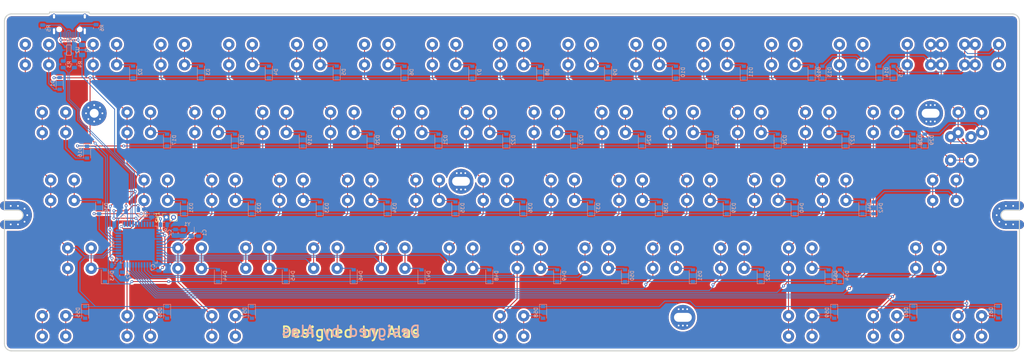
<source format=kicad_pcb>
(kicad_pcb (version 20171130) (host pcbnew "(5.1.5)-3")
  (layers (0 F.Cu signal) (31 B.Cu signal) (34 B.Paste user) (35 F.Paste user) (36 B.SilkS user) (37 F.SilkS user) (38 B.Mask user) (39 F.Mask user) (44 Edge.Cuts user))
  (net 0 "")
  (net 1 ROW4)
  (net 2 "Net-(D1-Pad2)")
  (net 3 "Net-(D2-Pad2)")
  (net 4 "Net-(D3-Pad2)")
  (net 5 "Net-(D4-Pad2)")
  (net 6 "Net-(D5-Pad2)")
  (net 7 "Net-(D6-Pad2)")
  (net 8 "Net-(D7-Pad2)")
  (net 9 "Net-(D8-Pad2)")
  (net 10 "Net-(D9-Pad2)")
  (net 11 "Net-(D10-Pad2)")
  (net 12 "Net-(D11-Pad2)")
  (net 13 "Net-(D12-Pad2)")
  (net 14 "Net-(D13-Pad2)")
  (net 15 "Net-(D14-Pad2)")
  (net 16 "Net-(D15-Pad2)")
  (net 17 ROW3)
  (net 18 "Net-(D16-Pad2)")
  (net 19 "Net-(D17-Pad2)")
  (net 20 "Net-(D18-Pad2)")
  (net 21 "Net-(D19-Pad2)")
  (net 22 "Net-(D20-Pad2)")
  (net 23 "Net-(D21-Pad2)")
  (net 24 "Net-(D22-Pad2)")
  (net 25 "Net-(D23-Pad2)")
  (net 26 "Net-(D24-Pad2)")
  (net 27 "Net-(D25-Pad2)")
  (net 28 "Net-(D26-Pad2)")
  (net 29 "Net-(D27-Pad2)")
  (net 30 "Net-(D28-Pad2)")
  (net 31 "Net-(D29-Pad2)")
  (net 32 "Net-(D30-Pad2)")
  (net 33 ROW2)
  (net 34 "Net-(D31-Pad2)")
  (net 35 "Net-(D32-Pad2)")
  (net 36 "Net-(D33-Pad2)")
  (net 37 "Net-(D34-Pad2)")
  (net 38 "Net-(D35-Pad2)")
  (net 39 "Net-(D36-Pad2)")
  (net 40 "Net-(D37-Pad2)")
  (net 41 "Net-(D38-Pad2)")
  (net 42 "Net-(D39-Pad2)")
  (net 43 "Net-(D40-Pad2)")
  (net 44 "Net-(D41-Pad2)")
  (net 45 "Net-(D42-Pad2)")
  (net 46 "Net-(D43-Pad2)")
  (net 47 "Net-(D44-Pad2)")
  (net 48 ROW1)
  (net 49 "Net-(D45-Pad2)")
  (net 50 "Net-(D46-Pad2)")
  (net 51 "Net-(D47-Pad2)")
  (net 52 "Net-(D48-Pad2)")
  (net 53 "Net-(D49-Pad2)")
  (net 54 "Net-(D50-Pad2)")
  (net 55 "Net-(D51-Pad2)")
  (net 56 "Net-(D52-Pad2)")
  (net 57 "Net-(D53-Pad2)")
  (net 58 "Net-(D54-Pad2)")
  (net 59 "Net-(D55-Pad2)")
  (net 60 "Net-(D56-Pad2)")
  (net 61 "Net-(D57-Pad2)")
  (net 62 "Net-(D58-Pad2)")
  (net 63 ROW0)
  (net 64 "Net-(D59-Pad2)")
  (net 65 "Net-(D60-Pad2)")
  (net 66 "Net-(D61-Pad2)")
  (net 67 COL0)
  (net 68 COL1)
  (net 69 COL2)
  (net 70 COL4)
  (net 71 COL5)
  (net 72 COL6)
  (net 73 COL7)
  (net 74 COL8)
  (net 75 COL9)
  (net 76 COL10)
  (net 77 COL11)
  (net 78 COL12)
  (net 79 COL13)
  (net 80 COL14)
  (net 81 "Net-(R1-Pad2)")
  (net 82 GND)
  (net 83 VCC)
  (net 84 "Net-(USB1-Pad3)")
  (net 85 "Net-(R6-Pad2)")
  (net 86 "Net-(R5-Pad2)")
  (net 87 "Net-(USB1-Pad9)")
  (net 88 +5V)
  (net 89 "Net-(U1-Pad42)")
  (net 90 "Net-(R2-Pad2)")
  (net 91 "Net-(C1-Pad1)")
  (net 92 "Net-(C2-Pad1)")
  (net 93 "Net-(U1-Pad12)")
  (net 94 "Net-(U1-Pad11)")
  (net 95 "Net-(U1-Pad10)")
  (net 96 "Net-(U1-Pad9)")
  (net 97 "Net-(U1-Pad8)")
  (net 98 "Net-(C3-Pad1)")
  (net 99 "Net-(U1-Pad5)")
  (net 100 D+)
  (net 101 D-)
  (net 102 /DN+)
  (net 103 /DN-)
  (net 104 COL3)
  (module locallib:60_Outline-Modded (layer F.Cu) (at 150.8125 65.88125)
    (fp_text reference REF** hide)
    (fp_text value 60_Outline hide)
    (fp_line (start -140.5 -47.3) (end -130.3 -47.3) (layer Edge.Cuts) (width 0.3))
    (fp_arc (start -118.3 -47.8) (end -118.3 -47.3) (angle 90) (layer Edge.Cuts) (width 0.3))
    (fp_arc (start -130.3 -47.8) (end -129.8 -47.8) (angle 90) (layer Edge.Cuts) (width 0.3))
    (fp_line (start -129.8 -47.8) (end -118.8 -47.8) (layer Edge.Cuts) (width 0.3))
    (fp_line (start 138.7 11.85095) (end 142.55 11.85095) (layer B.Cu) (width 2.5019))
    (fp_line (start 138.7 6.54905) (end 142.5 6.54905) (layer F.Cu) (width 2.5019))
    (fp_arc (start 138.7 9.2) (end 136.04905 9.2) (angle -90) (layer F.Cu) (width 2.5019))
    (fp_arc (start 138.7 9.2) (end 138.7 6.54905) (angle -90) (layer F.Cu) (width 2.5019))
    (fp_line (start 138.7 6.54905) (end 142.5 6.54905) (layer B.Cu) (width 2.5019))
    (fp_line (start 138.7 11.85095) (end 142.55 11.85095) (layer F.Cu) (width 2.5019))
    (fp_arc (start 138.7 9.2) (end 136.04905 9.2) (angle -90) (layer B.Cu) (width 2.5019))
    (fp_arc (start 138.7 9.2) (end 138.7 6.54905) (angle -90) (layer B.Cu) (width 2.5019))
    (fp_arc (start -138.7 9.2) (end -138.7 6.54905) (angle 90) (layer B.Cu) (width 2.5019))
    (fp_arc (start -138.7 9.2) (end -136.04905 9.2) (angle 90) (layer B.Cu) (width 2.5019))
    (fp_line (start -142.5 11.85095) (end -138.7 11.85095) (layer F.Cu) (width 2.5019))
    (fp_line (start -142.5 11.85095) (end -138.7 11.85095) (layer B.Cu) (width 2.5019))
    (fp_arc (start -138.7 9.2) (end -138.7 6.54905) (angle 90) (layer F.Cu) (width 2.5019))
    (fp_arc (start -138.7 9.2) (end -136.04905 9.2) (angle 90) (layer F.Cu) (width 2.5019))
    (fp_arc (start -138.7 9.2) (end -137.3 9.2) (angle 90) (layer Edge.Cuts) (width 0.3))
    (fp_line (start -142.5 6.54905) (end -138.7 6.54905) (layer B.Cu) (width 2.5019))
    (fp_line (start -142.5 6.54905) (end -138.7 6.54905) (layer F.Cu) (width 2.5019))
    (fp_line (start 138.7 7.8) (end 142.5 7.8) (layer Edge.Cuts) (width 0.3))
    (fp_line (start 138.7 10.6) (end 142.5 10.6) (layer Edge.Cuts) (width 0.3))
    (fp_line (start 142.5 7.8) (end 142.5 -45.3) (layer Edge.Cuts) (width 0.3))
    (fp_line (start 142.5 10.6) (end 142.5 45.3) (layer Edge.Cuts) (width 0.3))
    (fp_arc (start 138.7 9.2) (end 137.3 9.2) (angle -90) (layer Edge.Cuts) (width 0.3))
    (fp_arc (start 138.7 9.2) (end 138.7 7.8) (angle -90) (layer Edge.Cuts) (width 0.3))
    (fp_line (start -142.5 7.8) (end -142.5 -45.3) (layer Edge.Cuts) (width 0.3))
    (fp_line (start -138.7 7.8) (end -142.5 7.8) (layer Edge.Cuts) (width 0.3))
    (fp_arc (start -138.7 9.2) (end -138.7 7.8) (angle 90) (layer Edge.Cuts) (width 0.3))
    (fp_line (start -142.5 10.6) (end -138.7 10.6) (layer Edge.Cuts) (width 0.3))
    (fp_line (start -142.5 45.3) (end -142.5 10.6) (layer Edge.Cuts) (width 0.3))
    (fp_arc (start 140.5 -45.3) (end 140.5 -47.3) (angle 90) (layer Edge.Cuts) (width 0.3))
    (fp_arc (start 140.5 45.3) (end 142.5 45.3) (angle 90) (layer Edge.Cuts) (width 0.3))
    (fp_arc (start -140.5 45.3) (end -140.5 47.3) (angle 90) (layer Edge.Cuts) (width 0.3))
    (fp_arc (start -140.5 -45.3) (end -142.5 -45.3) (angle 90) (layer Edge.Cuts) (width 0.3))
    (fp_line (start 140.5 -47.3) (end -118.3 -47.3) (layer Edge.Cuts) (width 0.3))
    (fp_line (start -140.5 47.3) (end 140.5 47.3) (layer Edge.Cuts) (width 0.3))
    (pad 1 thru_hole circle (at -117.3 -19.4) (size 7.0013 7.0013) (drill 2.4994) (layers *.Cu *.Mask))
    (pad 1 thru_hole circle (at -14.3 -0.3) (size 7.00024 7.00024) (drill oval 5.00126 2.49936) (layers *.Cu *.Mask))
    (pad 1 thru_hole circle (at 48 37.9) (size 7.00024 7.00024) (drill oval 5.00126 2.49936) (layers *.Cu *.Mask))
    (pad 1 thru_hole circle (at 117.55 -19.4) (size 7.00024 7.00024) (drill oval 5.00126 2.49936) (layers *.Cu *.Mask))
    (pad 1 thru_hole circle (at -117.3 -21.7) (size 1 1) (drill 0.5) (layers *.Cu *.Mask))
    (pad 1 thru_hole circle (at -119.6 -19.4) (size 1 1) (drill 0.5) (layers *.Cu *.Mask))
    (pad 1 thru_hole circle (at -115 -19.4) (size 1 1) (drill 0.5) (layers *.Cu *.Mask))
    (pad 1 thru_hole circle (at -117.3 -17.1) (size 1 1) (drill 0.5) (layers *.Cu *.Mask))
    (pad 1 thru_hole circle (at -118.926346 -21.026346) (size 1 1) (drill 0.5) (layers *.Cu *.Mask))
    (pad 1 thru_hole circle (at -115.673654 -21.026346) (size 1 1) (drill 0.5) (layers *.Cu *.Mask))
    (pad 1 thru_hole circle (at -118.926346 -17.773654) (size 1 1) (drill 0.5) (layers *.Cu *.Mask))
    (pad 1 thru_hole circle (at -115.673654 -17.773654) (size 1 1) (drill 0.5) (layers *.Cu *.Mask))
    (pad 1 thru_hole circle (at 117.55 -21.7) (size 1 1) (drill 0.5) (layers *.Cu *.Mask))
    (pad 1 thru_hole circle (at 117.55 -17.1) (size 1 1) (drill 0.5) (layers *.Cu *.Mask))
    (pad 1 thru_hole circle (at 118.75 -17.1) (size 1 1) (drill 0.5) (layers *.Cu *.Mask))
    (pad 1 thru_hole circle (at 116.35 -17.1) (size 1 1) (drill 0.5) (layers *.Cu *.Mask))
    (pad 1 thru_hole circle (at 116.35 -21.7) (size 1 1) (drill 0.5) (layers *.Cu *.Mask))
    (pad 1 thru_hole circle (at 118.75 -21.717) (size 1 1) (drill 0.5) (layers *.Cu *.Mask))
    (pad 1 thru_hole circle (at 48 35.6) (size 1 1) (drill 0.5) (layers *.Cu *.Mask))
    (pad 1 thru_hole circle (at 48 40.2) (size 1 1) (drill 0.5) (layers *.Cu *.Mask))
    (pad 1 thru_hole circle (at 49.2 35.6) (size 1 1) (drill 0.5) (layers *.Cu *.Mask))
    (pad 1 thru_hole circle (at 46.8 35.6) (size 1 1) (drill 0.5) (layers *.Cu *.Mask))
    (pad 1 thru_hole circle (at 46.8 40.2) (size 1 1) (drill 0.5) (layers *.Cu *.Mask))
    (pad 1 thru_hole circle (at 49.2 40.2) (size 1 1) (drill 0.5) (layers *.Cu *.Mask))
    (pad 1 thru_hole circle (at -14.3 -2.6) (size 1 1) (drill 0.5) (layers *.Cu *.Mask))
    (pad 1 thru_hole circle (at -13.1 -2.6) (size 1 1) (drill 0.5) (layers *.Cu *.Mask))
    (pad 1 thru_hole circle (at -15.5 -2.6) (size 1 1) (drill 0.5) (layers *.Cu *.Mask))
    (pad 1 thru_hole circle (at -14.3 2) (size 1 1) (drill 0.5) (layers *.Cu *.Mask))
    (pad 1 thru_hole circle (at -15.5 2) (size 1 1) (drill 0.5) (layers *.Cu *.Mask))
    (pad 1 thru_hole circle (at -13.1 2) (size 1 1) (drill 0.5) (layers *.Cu *.Mask))
    (pad 1 thru_hole circle (at -136.1 9.2) (size 1 1) (drill 0.5) (layers *.Cu *.Mask))
    (pad 1 thru_hole circle (at -138.7 6.6) (size 1 1) (drill 0.5) (layers *.Cu *.Mask))
    (pad 1 thru_hole circle (at -138.7 11.8) (size 1 1) (drill 0.5) (layers *.Cu *.Mask))
    (pad 1 thru_hole circle (at -136.861522 7.361522) (size 1 1) (drill 0.5) (layers *.Cu *.Mask))
    (pad 1 thru_hole circle (at -136.861522 11.038478) (size 1 1) (drill 0.5) (layers *.Cu *.Mask))
    (pad 1 thru_hole circle (at -140.742035 6.6) (size 1 1) (drill 0.5) (layers *.Cu *.Mask))
    (pad 1 thru_hole circle (at -140.742035 11.8) (size 1 1) (drill 0.5) (layers *.Cu *.Mask))
    (pad 1 thru_hole circle (at 136.1 9.2) (size 1 1) (drill 0.5) (layers *.Cu *.Mask))
    (pad 1 thru_hole circle (at 136.861522 7.361522) (size 1 1) (drill 0.5) (layers *.Cu *.Mask))
    (pad 1 thru_hole circle (at 138.7 6.6) (size 1 1) (drill 0.5) (layers *.Cu *.Mask))
    (pad 1 thru_hole circle (at 140.742035 6.6) (size 1 1) (drill 0.5) (layers *.Cu *.Mask))
    (pad 1 thru_hole circle (at 140.742035 11.8) (size 1 1) (drill 0.5) (layers *.Cu *.Mask))
    (pad 1 thru_hole circle (at 138.7 11.8) (size 1 1) (drill 0.5) (layers *.Cu *.Mask))
    (pad 1 thru_hole circle (at 136.861522 11.038478) (size 1 1) (drill 0.5) (layers *.Cu *.Mask))
  )
  (module Connector_PinSocket_2.00mm:PinSocket_1x02_P2.00mm_Vertical (layer F.Cu) (at 53.7784 75.692 90)
    (fp_text reference SW1 (at 0 -2.5 90) (layer F.SilkS))
    (fp_text value SW_Push)
    (pad 2 thru_hole oval (at 0 2 90) (size 1.35 1.35) (drill 0.8) (layers *.Cu *.Mask) (net 81 "Net-(R1-Pad2)"))
    (pad 1 thru_hole rect (at 0 0 90) (size 1.35 1.35) (drill 0.8) (layers *.Cu *.Mask) (net 82 GND))
  )
  (module Crystal:Crystal_SMD_3225-4Pin_3.2x2.5mm (layer B.Cu) (at 59.6089 80.0599 180)
    (fp_text reference Y1 (at 0 2.45) (layer B.SilkS) (effects (justify mirror)))
    (fp_text value 16Mhz)
    (pad 4 smd rect (at -1.1 0.85 180) (size 1.4 1.2) (layers B.Cu B.Paste B.Mask) (net 82 GND))
    (pad 3 smd rect (at 1.1 0.85 180) (size 1.4 1.2) (layers B.Cu B.Paste B.Mask) (net 92 "Net-(C2-Pad1)"))
    (pad 2 smd rect (at 1.1 -0.85 180) (size 1.4 1.2) (layers B.Cu B.Paste B.Mask) (net 82 GND))
    (pad 1 smd rect (at -1.1 -0.85 180) (size 1.4 1.2) (layers B.Cu B.Paste B.Mask) (net 91 "Net-(C1-Pad1)"))
  )
  (module Fuse:Fuse_1206_3216Metric (layer B.Cu) (at 30.099 28.702 90)
    (fp_text reference F1 (at 0 1.82 270) (layer B.SilkS) (effects (justify mirror)))
    (fp_text value 500mA)
    (pad 2 smd roundrect (at 1.4 0 90) (size 1.25 1.75) (layers B.Cu B.Paste B.Mask) (roundrect_rratio 0.2) (net 83 VCC))
    (pad 1 smd roundrect (at -1.4 0 90) (size 1.25 1.75) (layers B.Cu B.Paste B.Mask) (roundrect_rratio 0.2) (net 88 +5V))
  )
  (module Capacitor_SMD:C_0805_2012Metric (layer B.Cu) (at 51.689 89.7405 270)
    (fp_text reference C7 (at 0 1.65 90) (layer B.SilkS) (effects (justify mirror)))
    (fp_text value 0.1uF)
    (pad 2 smd roundrect (at 0.9375 0 270) (size 0.975 1.4) (layers B.Cu B.Paste B.Mask) (net 88 +5V))
    (pad 1 smd roundrect (at -0.9375 0 270) (size 0.975 1.4) (layers B.Cu B.Paste B.Mask) (net 82 GND))
  )
  (module Capacitor_SMD:C_0805_2012Metric (layer B.Cu) (at 39.3931 89.2683 180)
    (fp_text reference C6 (at 0 1.65) (layer B.SilkS) (effects (justify mirror)))
    (fp_text value 0.1uF)
    (pad 2 smd roundrect (at 0.9375 0 180) (size 0.975 1.4) (layers B.Cu B.Paste B.Mask) (net 88 +5V))
    (pad 1 smd roundrect (at -0.9375 0 180) (size 0.975 1.4) (layers B.Cu B.Paste B.Mask) (net 82 GND))
  )
  (module Capacitor_SMD:C_0805_2012Metric (layer B.Cu) (at 49.6062 74.7037 270)
    (fp_text reference C5 (at 0 1.65 90) (layer B.SilkS) (effects (justify mirror)))
    (fp_text value 0.1uF)
    (pad 2 smd roundrect (at 0.9375 0 270) (size 0.975 1.4) (layers B.Cu B.Paste B.Mask) (net 88 +5V))
    (pad 1 smd roundrect (at -0.9375 0 270) (size 0.975 1.4) (layers B.Cu B.Paste B.Mask) (net 82 GND))
  )
  (module Capacitor_SMD:C_0805_2012Metric (layer B.Cu) (at 41.529 74.041)
    (fp_text reference C4 (at 0 1.65) (layer B.SilkS) (effects (justify mirror)))
    (fp_text value 10uF)
    (pad 2 smd roundrect (at 0.9375 0) (size 0.975 1.4) (layers B.Cu B.Paste B.Mask) (net 88 +5V))
    (pad 1 smd roundrect (at -0.9375 0) (size 0.975 1.4) (layers B.Cu B.Paste B.Mask) (net 82 GND))
  )
  (module Capacitor_SMD:C_0805_2012Metric (layer B.Cu) (at 46.848 73.533)
    (fp_text reference C3 (at 0 1.65) (layer B.SilkS) (effects (justify mirror)))
    (fp_text value 1uF)
    (pad 2 smd roundrect (at 0.9375 0) (size 0.975 1.4) (layers B.Cu B.Paste B.Mask) (net 82 GND))
    (pad 1 smd roundrect (at -0.9375 0) (size 0.975 1.4) (layers B.Cu B.Paste B.Mask) (net 98 "Net-(C3-Pad1)"))
  )
  (module Capacitor_SMD:C_0805_2012Metric (layer B.Cu) (at 56.3499 80.0504 270)
    (fp_text reference C2 (at 0 1.65 90) (layer B.SilkS) (effects (justify mirror)))
    (fp_text value 22pF)
    (pad 2 smd roundrect (at 0.9375 0 270) (size 0.975 1.4) (layers B.Cu B.Paste B.Mask) (net 82 GND))
    (pad 1 smd roundrect (at -0.9375 0 270) (size 0.975 1.4) (layers B.Cu B.Paste B.Mask) (net 92 "Net-(C2-Pad1)"))
  )
  (module Capacitor_SMD:C_0805_2012Metric (layer B.Cu) (at 62.8269 80.0204 90)
    (fp_text reference C1 (at 0 1.65 90) (layer B.SilkS) (effects (justify mirror)))
    (fp_text value 22pF)
    (pad 2 smd roundrect (at 0.9375 0 90) (size 0.975 1.4) (layers B.Cu B.Paste B.Mask) (net 82 GND))
    (pad 1 smd roundrect (at -0.9375 0 90) (size 0.975 1.4) (layers B.Cu B.Paste B.Mask) (net 91 "Net-(C1-Pad1)"))
  )
  (module Resistor_SMD:R_0805_2012Metric (layer B.Cu) (at 34.036 22.5275 90)
    (fp_text reference R6 (at 0 1.65 270) (layer B.SilkS) (effects (justify mirror)))
    (fp_text value 5.1k)
    (pad 2 smd roundrect (at 0.9375 0 90) (size 0.975 1.4) (layers B.Cu B.Paste B.Mask) (net 85 "Net-(R6-Pad2)"))
    (pad 1 smd roundrect (at -0.9375 0 90) (size 0.975 1.4) (layers B.Cu B.Paste B.Mask) (net 82 GND))
  )
  (module Resistor_SMD:R_0805_2012Metric (layer B.Cu) (at 19.05 22.6545 90)
    (fp_text reference R5 (at 0 1.65 90) (layer B.SilkS) (effects (justify mirror)))
    (fp_text value 5.1k)
    (pad 2 smd roundrect (at 0.9375 0 90) (size 0.975 1.4) (layers B.Cu B.Paste B.Mask) (net 86 "Net-(R5-Pad2)"))
    (pad 1 smd roundrect (at -0.9375 0 90) (size 0.975 1.4) (layers B.Cu B.Paste B.Mask) (net 82 GND))
  )
  (module Resistor_SMD:R_0805_2012Metric (layer B.Cu) (at 27.94 32.71925 90)
    (fp_text reference R4 (at 0 1.65 90) (layer B.SilkS) (effects (justify mirror)))
    (fp_text value 22)
    (pad 1 smd roundrect (at -0.9375 0 90) (size 0.975 1.4) (layers B.Cu B.Paste B.Mask) (net 100 D+))
    (pad 2 smd roundrect (at 0.9375 0 90) (size 0.975 1.4) (layers B.Cu B.Paste B.Mask) (net 102 /DN+))
  )
  (module Resistor_SMD:R_0805_2012Metric (layer B.Cu) (at 24.8285 32.73425 90)
    (fp_text reference R3 (at 0 1.65 90) (layer B.SilkS) (effects (justify mirror)))
    (fp_text value 22)
    (pad 1 smd roundrect (at -0.9375 0 90) (size 0.975 1.4) (layers B.Cu B.Paste B.Mask) (net 101 D-))
    (pad 2 smd roundrect (at 0.9375 0 90) (size 0.975 1.4) (layers B.Cu B.Paste B.Mask) (net 103 /DN-))
  )
  (module Resistor_SMD:R_0805_2012Metric (layer B.Cu) (at 41.4274 92.0346 90)
    (fp_text reference R2 (at 0 1.65 90) (layer B.SilkS) (effects (justify mirror)))
    (fp_text value 1k)
    (pad 2 smd roundrect (at 0.9375 0 90) (size 0.975 1.4) (layers B.Cu B.Paste B.Mask) (net 90 "Net-(R2-Pad2)"))
    (pad 1 smd roundrect (at -0.9375 0 90) (size 0.975 1.4) (layers B.Cu B.Paste B.Mask) (net 82 GND))
  )
  (module Resistor_SMD:R_0805_2012Metric (layer B.Cu) (at 53.0629 77.7748)
    (fp_text reference R1 (at 0 1.65) (layer B.SilkS) (effects (justify mirror)))
    (fp_text value 10k)
    (pad 2 smd roundrect (at 0.9375 0) (size 0.975 1.4) (layers B.Cu B.Paste B.Mask) (net 81 "Net-(R1-Pad2)"))
    (pad 1 smd roundrect (at -0.9375 0) (size 0.975 1.4) (layers B.Cu B.Paste B.Mask) (net 88 +5V))
  )
  (module Package_QFP:TQFP-44_10x10mm_P0.8mm (layer B.Cu) (at 46.03125 83.34375 270)
    (fp_text reference U1 (at 0 7.45 90) (layer B.SilkS) (effects (justify mirror)))
    (fp_text value ATmega32U4-AU)
    (pad 44 smd rect (at -4 5.7 180) (size 1.5 0.55) (layers B.Cu B.Paste B.Mask) (net 88 +5V))
    (pad 43 smd rect (at -3.2 5.7 180) (size 1.5 0.55) (layers B.Cu B.Paste B.Mask) (net 82 GND))
    (pad 42 smd rect (at -2.4 5.7 180) (size 1.5 0.55) (layers B.Cu B.Paste B.Mask) (net 89 "Net-(U1-Pad42)"))
    (pad 41 smd rect (at -1.6 5.7 180) (size 1.5 0.55) (layers B.Cu B.Paste B.Mask) (net 1 ROW4))
    (pad 40 smd rect (at -0.8 5.7 180) (size 1.5 0.55) (layers B.Cu B.Paste B.Mask) (net 17 ROW3))
    (pad 39 smd rect (at 0 5.7 180) (size 1.5 0.55) (layers B.Cu B.Paste B.Mask) (net 33 ROW2))
    (pad 38 smd rect (at 0.8 5.7 180) (size 1.5 0.55) (layers B.Cu B.Paste B.Mask) (net 67 COL0))
    (pad 37 smd rect (at 1.6 5.7 180) (size 1.5 0.55) (layers B.Cu B.Paste B.Mask) (net 63 ROW0))
    (pad 36 smd rect (at 2.4 5.7 180) (size 1.5 0.55) (layers B.Cu B.Paste B.Mask) (net 48 ROW1))
    (pad 35 smd rect (at 3.2 5.7 180) (size 1.5 0.55) (layers B.Cu B.Paste B.Mask) (net 82 GND))
    (pad 34 smd rect (at 4 5.7 180) (size 1.5 0.55) (layers B.Cu B.Paste B.Mask) (net 88 +5V))
    (pad 33 smd rect (at 5.7 4 270) (size 1.5 0.55) (layers B.Cu B.Paste B.Mask) (net 90 "Net-(R2-Pad2)"))
    (pad 32 smd rect (at 5.7 3.2 270) (size 1.5 0.55) (layers B.Cu B.Paste B.Mask) (net 80 COL14))
    (pad 31 smd rect (at 5.7 2.4 270) (size 1.5 0.55) (layers B.Cu B.Paste B.Mask) (net 79 COL13))
    (pad 30 smd rect (at 5.7 1.6 270) (size 1.5 0.55) (layers B.Cu B.Paste B.Mask) (net 78 COL12))
    (pad 29 smd rect (at 5.7 0.8 270) (size 1.5 0.55) (layers B.Cu B.Paste B.Mask) (net 77 COL11))
    (pad 28 smd rect (at 5.7 0 270) (size 1.5 0.55) (layers B.Cu B.Paste B.Mask) (net 76 COL10))
    (pad 27 smd rect (at 5.7 -0.8 270) (size 1.5 0.55) (layers B.Cu B.Paste B.Mask) (net 75 COL9))
    (pad 26 smd rect (at 5.7 -1.6 270) (size 1.5 0.55) (layers B.Cu B.Paste B.Mask) (net 74 COL8))
    (pad 25 smd rect (at 5.7 -2.4 270) (size 1.5 0.55) (layers B.Cu B.Paste B.Mask) (net 73 COL7))
    (pad 24 smd rect (at 5.7 -3.2 270) (size 1.5 0.55) (layers B.Cu B.Paste B.Mask) (net 88 +5V))
    (pad 23 smd rect (at 5.7 -4 270) (size 1.5 0.55) (layers B.Cu B.Paste B.Mask) (net 82 GND))
    (pad 22 smd rect (at 4 -5.7 180) (size 1.5 0.55) (layers B.Cu B.Paste B.Mask) (net 104 COL3))
    (pad 21 smd rect (at 3.2 -5.7 180) (size 1.5 0.55) (layers B.Cu B.Paste B.Mask) (net 70 COL4))
    (pad 20 smd rect (at 2.4 -5.7 180) (size 1.5 0.55) (layers B.Cu B.Paste B.Mask) (net 71 COL5))
    (pad 19 smd rect (at 1.6 -5.7 180) (size 1.5 0.55) (layers B.Cu B.Paste B.Mask) (net 72 COL6))
    (pad 18 smd rect (at 0.8 -5.7 180) (size 1.5 0.55) (layers B.Cu B.Paste B.Mask) (net 69 COL2))
    (pad 17 smd rect (at 0 -5.7 180) (size 1.5 0.55) (layers B.Cu B.Paste B.Mask) (net 91 "Net-(C1-Pad1)"))
    (pad 16 smd rect (at -0.8 -5.7 180) (size 1.5 0.55) (layers B.Cu B.Paste B.Mask) (net 92 "Net-(C2-Pad1)"))
    (pad 15 smd rect (at -1.6 -5.7 180) (size 1.5 0.55) (layers B.Cu B.Paste B.Mask) (net 82 GND))
    (pad 14 smd rect (at -2.4 -5.7 180) (size 1.5 0.55) (layers B.Cu B.Paste B.Mask) (net 88 +5V))
    (pad 13 smd rect (at -3.2 -5.7 180) (size 1.5 0.55) (layers B.Cu B.Paste B.Mask) (net 81 "Net-(R1-Pad2)"))
    (pad 12 smd rect (at -4 -5.7 180) (size 1.5 0.55) (layers B.Cu B.Paste B.Mask) (net 93 "Net-(U1-Pad12)"))
    (pad 11 smd rect (at -5.7 -4 270) (size 1.5 0.55) (layers B.Cu B.Paste B.Mask) (net 94 "Net-(U1-Pad11)"))
    (pad 10 smd rect (at -5.7 -3.2 270) (size 1.5 0.55) (layers B.Cu B.Paste B.Mask) (net 95 "Net-(U1-Pad10)"))
    (pad 9 smd rect (at -5.7 -2.4 270) (size 1.5 0.55) (layers B.Cu B.Paste B.Mask) (net 96 "Net-(U1-Pad9)"))
    (pad 8 smd rect (at -5.7 -1.6 270) (size 1.5 0.55) (layers B.Cu B.Paste B.Mask) (net 97 "Net-(U1-Pad8)"))
    (pad 7 smd rect (at -5.7 -0.8 270) (size 1.5 0.55) (layers B.Cu B.Paste B.Mask) (net 88 +5V))
    (pad 6 smd rect (at -5.7 0 270) (size 1.5 0.55) (layers B.Cu B.Paste B.Mask) (net 98 "Net-(C3-Pad1)"))
    (pad 5 smd rect (at -5.7 0.8 270) (size 1.5 0.55) (layers B.Cu B.Paste B.Mask) (net 99 "Net-(U1-Pad5)"))
    (pad 4 smd rect (at -5.7 1.6 270) (size 1.5 0.55) (layers B.Cu B.Paste B.Mask) (net 100 D+))
    (pad 3 smd rect (at -5.7 2.4 270) (size 1.5 0.55) (layers B.Cu B.Paste B.Mask) (net 101 D-))
    (pad 2 smd rect (at -5.7 3.2 270) (size 1.5 0.55) (layers B.Cu B.Paste B.Mask) (net 88 +5V))
    (pad 1 smd rect (at -5.7 4 270) (size 1.5 0.55) (layers B.Cu B.Paste B.Mask) (net 68 COL1))
  )
  (module hitek725:Hitek725-2.25U (layer F.Cu) (at 272.25625 65.88125)
    (fp_text reference MX44)
    (fp_text value MX-NoLED)
    (pad 2 thru_hole circle (at 3.3 5.08) (size 3.18 3.18) (drill 1.4) (layers *.Cu B.Mask) (net 45 "Net-(D42-Pad2)"))
    (pad 2 thru_hole circle (at 3.3 -0.64) (size 3.18 3.18) (drill 1.4) (layers *.Cu B.Mask) (net 45 "Net-(D42-Pad2)"))
    (pad 1 thru_hole circle (at -3.3 5.08) (size 3.18 3.18) (drill 1.4) (layers *.Cu B.Mask) (net 79 COL13))
    (pad 1 thru_hole circle (at -3.3 -0.64) (size 3.18 3.18) (drill 1.4) (layers *.Cu B.Mask) (net 79 COL13))
  )
  (module hitek725:Hitek725-1.5U (layer F.Cu) (at 279.4 103.98125)
    (fp_text reference MX63)
    (fp_text value MX-NoLED)
    (pad 2 thru_hole circle (at 3.3 5.08) (size 3.18 3.18) (drill 1.4) (layers *.Cu B.Mask) (net 66 "Net-(D61-Pad2)"))
    (pad 2 thru_hole circle (at 3.3 -0.64) (size 3.18 3.18) (drill 1.4) (layers *.Cu B.Mask) (net 66 "Net-(D61-Pad2)"))
    (pad 1 thru_hole circle (at -3.3 5.08) (size 3.18 3.18) (drill 1.4) (layers *.Cu B.Mask) (net 80 COL14))
    (pad 1 thru_hole circle (at -3.3 -0.64) (size 3.18 3.18) (drill 1.4) (layers *.Cu B.Mask) (net 80 COL14))
  )
  (module hitek725:Hitek725-1U (layer F.Cu) (at 255.5875 103.98125)
    (fp_text reference MX62)
    (fp_text value MX-NoLED)
    (pad 2 thru_hole circle (at 3.3 5.08) (size 3.18 3.18) (drill 1.4) (layers *.Cu B.Mask) (net 65 "Net-(D60-Pad2)"))
    (pad 2 thru_hole circle (at 3.3 -0.64) (size 3.18 3.18) (drill 1.4) (layers *.Cu B.Mask) (net 65 "Net-(D60-Pad2)"))
    (pad 1 thru_hole circle (at -3.3 5.08) (size 3.18 3.18) (drill 1.4) (layers *.Cu B.Mask) (net 79 COL13))
    (pad 1 thru_hole circle (at -3.3 -0.64) (size 3.18 3.18) (drill 1.4) (layers *.Cu B.Mask) (net 79 COL13))
  )
  (module hitek725:Hitek725-1.5U (layer F.Cu) (at 231.775 103.98125)
    (fp_text reference MX61)
    (fp_text value MX-NoLED)
    (pad 2 thru_hole circle (at 3.3 5.08) (size 3.18 3.18) (drill 1.4) (layers *.Cu B.Mask) (net 64 "Net-(D59-Pad2)"))
    (pad 2 thru_hole circle (at 3.3 -0.64) (size 3.18 3.18) (drill 1.4) (layers *.Cu B.Mask) (net 64 "Net-(D59-Pad2)"))
    (pad 1 thru_hole circle (at -3.3 5.08) (size 3.18 3.18) (drill 1.4) (layers *.Cu B.Mask) (net 77 COL11))
    (pad 1 thru_hole circle (at -3.3 -0.64) (size 3.18 3.18) (drill 1.4) (layers *.Cu B.Mask) (net 77 COL11))
  )
  (module hitek725:Hitek725-1.5U (layer F.Cu) (at 69.85 103.98125)
    (fp_text reference MX59)
    (fp_text value MX-NoLED)
    (pad 2 thru_hole circle (at 3.3 5.08) (size 3.18 3.18) (drill 1.4) (layers *.Cu B.Mask) (net 61 "Net-(D57-Pad2)"))
    (pad 2 thru_hole circle (at 3.3 -0.64) (size 3.18 3.18) (drill 1.4) (layers *.Cu B.Mask) (net 61 "Net-(D57-Pad2)"))
    (pad 1 thru_hole circle (at -3.3 5.08) (size 3.18 3.18) (drill 1.4) (layers *.Cu B.Mask) (net 69 COL2))
    (pad 1 thru_hole circle (at -3.3 -0.64) (size 3.18 3.18) (drill 1.4) (layers *.Cu B.Mask) (net 69 COL2))
  )
  (module hitek725:Hitek725-1U (layer F.Cu) (at 46.0375 103.98125)
    (fp_text reference MX58)
    (fp_text value MX-NoLED)
    (pad 2 thru_hole circle (at 3.3 5.08) (size 3.18 3.18) (drill 1.4) (layers *.Cu B.Mask) (net 60 "Net-(D56-Pad2)"))
    (pad 2 thru_hole circle (at 3.3 -0.64) (size 3.18 3.18) (drill 1.4) (layers *.Cu B.Mask) (net 60 "Net-(D56-Pad2)"))
    (pad 1 thru_hole circle (at -3.3 5.08) (size 3.18 3.18) (drill 1.4) (layers *.Cu B.Mask) (net 68 COL1))
    (pad 1 thru_hole circle (at -3.3 -0.64) (size 3.18 3.18) (drill 1.4) (layers *.Cu B.Mask) (net 68 COL1))
  )
  (module hitek725:Hitek725-1.5U (layer F.Cu) (at 22.225 103.98125)
    (fp_text reference MX57)
    (fp_text value MX-NoLED)
    (pad 2 thru_hole circle (at 3.3 5.08) (size 3.18 3.18) (drill 1.4) (layers *.Cu B.Mask) (net 59 "Net-(D55-Pad2)"))
    (pad 2 thru_hole circle (at 3.3 -0.64) (size 3.18 3.18) (drill 1.4) (layers *.Cu B.Mask) (net 59 "Net-(D55-Pad2)"))
    (pad 1 thru_hole circle (at -3.3 5.08) (size 3.18 3.18) (drill 1.4) (layers *.Cu B.Mask) (net 67 COL0))
    (pad 1 thru_hole circle (at -3.3 -0.64) (size 3.18 3.18) (drill 1.4) (layers *.Cu B.Mask) (net 67 COL0))
  )
  (module Type-C:HRO-TYPE-C-31-M-12-Assembly (layer B.Cu) (at 26.5501 16.66875)
    (fp_text reference USB1 (at 0 9.25) (layer B.SilkS) (effects (justify mirror)))
    (fp_text value HRO-TYPE-C-31-M-12)
    (pad 12 smd rect (at 3.225 7.695) (size 0.6 1.45) (layers B.Cu B.Paste B.Mask) (net 82 GND))
    (pad 1 smd rect (at -3.225 7.695) (size 0.6 1.45) (layers B.Cu B.Paste B.Mask) (net 82 GND))
    (pad 11 smd rect (at 2.45 7.695) (size 0.6 1.45) (layers B.Cu B.Paste B.Mask) (net 83 VCC))
    (pad 2 smd rect (at -2.45 7.695) (size 0.6 1.45) (layers B.Cu B.Paste B.Mask) (net 83 VCC))
    (pad 3 smd rect (at -1.75 7.695) (size 0.3 1.45) (layers B.Cu B.Paste B.Mask) (net 84 "Net-(USB1-Pad3)"))
    (pad 10 smd rect (at 1.75 7.695) (size 0.3 1.45) (layers B.Cu B.Paste B.Mask) (net 85 "Net-(R6-Pad2)"))
    (pad 4 smd rect (at -1.25 7.695) (size 0.3 1.45) (layers B.Cu B.Paste B.Mask) (net 86 "Net-(R5-Pad2)"))
    (pad 9 smd rect (at 1.25 7.695) (size 0.3 1.45) (layers B.Cu B.Paste B.Mask) (net 87 "Net-(USB1-Pad9)"))
    (pad 5 smd rect (at -0.75 7.695) (size 0.3 1.45) (layers B.Cu B.Paste B.Mask) (net 103 /DN-))
    (pad 8 smd rect (at 0.75 7.695) (size 0.3 1.45) (layers B.Cu B.Paste B.Mask) (net 102 /DN+))
    (pad 7 smd rect (at 0.25 7.695) (size 0.3 1.45) (layers B.Cu B.Paste B.Mask) (net 103 /DN-))
    (pad 6 smd rect (at -0.25 7.695) (size 0.3 1.45) (layers B.Cu B.Paste B.Mask) (net 102 /DN+))
    (pad "" np_thru_hole circle (at 2.89 6.25) (size 0.65 0.65) (drill 0.65) (layers *.Cu *.Mask))
    (pad "" np_thru_hole circle (at -2.89 6.25) (size 0.65 0.65) (drill 0.65) (layers *.Cu *.Mask))
    (pad 13 thru_hole oval (at -4.32 6.78) (size 1 2.1) (drill oval 0.6 1.7) (layers *.Cu *.Mask) (net 82 GND))
    (pad 13 thru_hole oval (at 4.32 6.78) (size 1 2.1) (drill oval 0.6 1.7) (layers *.Cu *.Mask) (net 82 GND))
    (pad 13 thru_hole oval (at -4.32 2.6) (size 1 1.6) (drill oval 0.6 1.2) (layers *.Cu *.Mask) (net 82 GND))
    (pad 13 thru_hole oval (at 4.32 2.6) (size 1 1.6) (drill oval 0.6 1.2) (layers *.Cu *.Mask) (net 82 GND))
  )
  (module random-keyboard-parts:SOT143B (layer B.Cu) (at 26.4 28.73125 270)
    (fp_text reference U2 (at 0 -2.45 90) (layer B.SilkS) (effects (justify mirror)))
    (fp_text value PRTR5V0U2X)
    (pad 1 smd rect (at -0.75 -1 270) (size 1 0.7) (layers B.Cu B.Paste B.Mask) (net 82 GND))
    (pad 4 smd rect (at -0.95 1 270) (size 0.6 0.7) (layers B.Cu B.Paste B.Mask) (net 83 VCC))
    (pad 2 smd rect (at 0.95 -1 270) (size 0.6 0.7) (layers B.Cu B.Paste B.Mask) (net 102 /DN+))
    (pad 3 smd rect (at 0.95 1 270) (size 0.6 0.7) (layers B.Cu B.Paste B.Mask) (net 103 /DN-))
  )
  (module hitek725:Hitek725-BigAssEnter (layer F.Cu) (at 274.6375 56.35625)
    (fp_text reference MX31)
    (fp_text value MX-NoLED)
    (pad 2 thru_hole circle (at -0.64 -3.3) (size 3.18 3.18) (drill 1.4) (layers *.Cu B.Mask) (net 45 "Net-(D42-Pad2)"))
    (pad 2 thru_hole circle (at 5.08 -3.3) (size 3.18 3.18) (drill 1.4) (layers *.Cu B.Mask) (net 45 "Net-(D42-Pad2)"))
    (pad 1 thru_hole circle (at -0.64 3.3) (size 3.18 3.18) (drill 1.4) (layers *.Cu B.Mask) (net 79 COL13))
    (pad 1 thru_hole circle (at 5.08 3.3) (size 3.18 3.18) (drill 1.4) (layers *.Cu B.Mask) (net 79 COL13))
  )
  (module hitek725:Hitek725-2U (layer F.Cu) (at 274.6375 27.78125)
    (fp_text reference MX1)
    (fp_text value MX-NoLED)
    (pad 2 thru_hole circle (at 3.3 5.08) (size 3.18 3.18) (drill 1.4) (layers *.Cu B.Mask) (net 16 "Net-(D15-Pad2)"))
    (pad 2 thru_hole circle (at 3.3 -0.64) (size 3.18 3.18) (drill 1.4) (layers *.Cu B.Mask) (net 16 "Net-(D15-Pad2)"))
    (pad 1 thru_hole circle (at -3.3 5.08) (size 3.18 3.18) (drill 1.4) (layers *.Cu B.Mask) (net 80 COL14))
    (pad 1 thru_hole circle (at -3.3 -0.64) (size 3.18 3.18) (drill 1.4) (layers *.Cu B.Mask) (net 80 COL14))
  )
  (module hitek725:Hitek725-7U (layer F.Cu) (at 150.8125 103.98125)
    (fp_text reference MX60)
    (fp_text value MX-NoLED)
    (pad 2 thru_hole circle (at 3.3 5.08) (size 3.18 3.18) (drill 1.4) (layers *.Cu B.Mask) (net 62 "Net-(D58-Pad2)"))
    (pad 2 thru_hole circle (at 3.3 -0.64) (size 3.18 3.18) (drill 1.4) (layers *.Cu B.Mask) (net 62 "Net-(D58-Pad2)"))
    (pad 1 thru_hole circle (at -3.3 5.08) (size 3.18 3.18) (drill 1.4) (layers *.Cu B.Mask) (net 73 COL7))
    (pad 1 thru_hole circle (at -3.3 -0.64) (size 3.18 3.18) (drill 1.4) (layers *.Cu B.Mask) (net 73 COL7))
  )
  (module hitek725:Hitek725-2.75U (layer F.Cu) (at 267.49375 84.93125)
    (fp_text reference MX56)
    (fp_text value MX-NoLED)
    (pad 2 thru_hole circle (at 3.3 5.08) (size 3.18 3.18) (drill 1.4) (layers *.Cu B.Mask) (net 58 "Net-(D54-Pad2)"))
    (pad 2 thru_hole circle (at 3.3 -0.64) (size 3.18 3.18) (drill 1.4) (layers *.Cu B.Mask) (net 58 "Net-(D54-Pad2)"))
    (pad 1 thru_hole circle (at -3.3 5.08) (size 3.18 3.18) (drill 1.4) (layers *.Cu B.Mask) (net 79 COL13))
    (pad 1 thru_hole circle (at -3.3 -0.64) (size 3.18 3.18) (drill 1.4) (layers *.Cu B.Mask) (net 79 COL13))
  )
  (module hitek725:Hitek725-1U (layer F.Cu) (at 231.775 84.93125)
    (fp_text reference MX55)
    (fp_text value MX-NoLED)
    (pad 2 thru_hole circle (at 3.3 5.08) (size 3.18 3.18) (drill 1.4) (layers *.Cu B.Mask) (net 57 "Net-(D53-Pad2)"))
    (pad 2 thru_hole circle (at 3.3 -0.64) (size 3.18 3.18) (drill 1.4) (layers *.Cu B.Mask) (net 57 "Net-(D53-Pad2)"))
    (pad 1 thru_hole circle (at -3.3 5.08) (size 3.18 3.18) (drill 1.4) (layers *.Cu B.Mask) (net 77 COL11))
    (pad 1 thru_hole circle (at -3.3 -0.64) (size 3.18 3.18) (drill 1.4) (layers *.Cu B.Mask) (net 77 COL11))
  )
  (module hitek725:Hitek725-1U (layer F.Cu) (at 212.725 84.93125)
    (fp_text reference MX54)
    (fp_text value MX-NoLED)
    (pad 2 thru_hole circle (at 3.3 5.08) (size 3.18 3.18) (drill 1.4) (layers *.Cu B.Mask) (net 56 "Net-(D52-Pad2)"))
    (pad 2 thru_hole circle (at 3.3 -0.64) (size 3.18 3.18) (drill 1.4) (layers *.Cu B.Mask) (net 56 "Net-(D52-Pad2)"))
    (pad 1 thru_hole circle (at -3.3 5.08) (size 3.18 3.18) (drill 1.4) (layers *.Cu B.Mask) (net 76 COL10))
    (pad 1 thru_hole circle (at -3.3 -0.64) (size 3.18 3.18) (drill 1.4) (layers *.Cu B.Mask) (net 76 COL10))
  )
  (module hitek725:Hitek725-1U (layer F.Cu) (at 193.675 84.93125)
    (fp_text reference MX53)
    (fp_text value MX-NoLED)
    (pad 2 thru_hole circle (at 3.3 5.08) (size 3.18 3.18) (drill 1.4) (layers *.Cu B.Mask) (net 55 "Net-(D51-Pad2)"))
    (pad 2 thru_hole circle (at 3.3 -0.64) (size 3.18 3.18) (drill 1.4) (layers *.Cu B.Mask) (net 55 "Net-(D51-Pad2)"))
    (pad 1 thru_hole circle (at -3.3 5.08) (size 3.18 3.18) (drill 1.4) (layers *.Cu B.Mask) (net 75 COL9))
    (pad 1 thru_hole circle (at -3.3 -0.64) (size 3.18 3.18) (drill 1.4) (layers *.Cu B.Mask) (net 75 COL9))
  )
  (module hitek725:Hitek725-1U (layer F.Cu) (at 174.625 84.93125)
    (fp_text reference MX52)
    (fp_text value MX-NoLED)
    (pad 2 thru_hole circle (at 3.3 5.08) (size 3.18 3.18) (drill 1.4) (layers *.Cu B.Mask) (net 54 "Net-(D50-Pad2)"))
    (pad 2 thru_hole circle (at 3.3 -0.64) (size 3.18 3.18) (drill 1.4) (layers *.Cu B.Mask) (net 54 "Net-(D50-Pad2)"))
    (pad 1 thru_hole circle (at -3.3 5.08) (size 3.18 3.18) (drill 1.4) (layers *.Cu B.Mask) (net 74 COL8))
    (pad 1 thru_hole circle (at -3.3 -0.64) (size 3.18 3.18) (drill 1.4) (layers *.Cu B.Mask) (net 74 COL8))
  )
  (module hitek725:Hitek725-1U (layer F.Cu) (at 155.575 84.93125)
    (fp_text reference MX51)
    (fp_text value MX-NoLED)
    (pad 2 thru_hole circle (at 3.3 5.08) (size 3.18 3.18) (drill 1.4) (layers *.Cu B.Mask) (net 53 "Net-(D49-Pad2)"))
    (pad 2 thru_hole circle (at 3.3 -0.64) (size 3.18 3.18) (drill 1.4) (layers *.Cu B.Mask) (net 53 "Net-(D49-Pad2)"))
    (pad 1 thru_hole circle (at -3.3 5.08) (size 3.18 3.18) (drill 1.4) (layers *.Cu B.Mask) (net 73 COL7))
    (pad 1 thru_hole circle (at -3.3 -0.64) (size 3.18 3.18) (drill 1.4) (layers *.Cu B.Mask) (net 73 COL7))
  )
  (module hitek725:Hitek725-1U (layer F.Cu) (at 136.525 84.93125)
    (fp_text reference MX50)
    (fp_text value MX-NoLED)
    (pad 2 thru_hole circle (at 3.3 5.08) (size 3.18 3.18) (drill 1.4) (layers *.Cu B.Mask) (net 52 "Net-(D48-Pad2)"))
    (pad 2 thru_hole circle (at 3.3 -0.64) (size 3.18 3.18) (drill 1.4) (layers *.Cu B.Mask) (net 52 "Net-(D48-Pad2)"))
    (pad 1 thru_hole circle (at -3.3 5.08) (size 3.18 3.18) (drill 1.4) (layers *.Cu B.Mask) (net 72 COL6))
    (pad 1 thru_hole circle (at -3.3 -0.64) (size 3.18 3.18) (drill 1.4) (layers *.Cu B.Mask) (net 72 COL6))
  )
  (module hitek725:Hitek725-1U (layer F.Cu) (at 117.475 84.93125)
    (fp_text reference MX49)
    (fp_text value MX-NoLED)
    (pad 2 thru_hole circle (at 3.3 5.08) (size 3.18 3.18) (drill 1.4) (layers *.Cu B.Mask) (net 51 "Net-(D47-Pad2)"))
    (pad 2 thru_hole circle (at 3.3 -0.64) (size 3.18 3.18) (drill 1.4) (layers *.Cu B.Mask) (net 51 "Net-(D47-Pad2)"))
    (pad 1 thru_hole circle (at -3.3 5.08) (size 3.18 3.18) (drill 1.4) (layers *.Cu B.Mask) (net 71 COL5))
    (pad 1 thru_hole circle (at -3.3 -0.64) (size 3.18 3.18) (drill 1.4) (layers *.Cu B.Mask) (net 71 COL5))
  )
  (module hitek725:Hitek725-1U (layer F.Cu) (at 98.425 84.93125)
    (fp_text reference MX48)
    (fp_text value MX-NoLED)
    (pad 2 thru_hole circle (at 3.3 5.08) (size 3.18 3.18) (drill 1.4) (layers *.Cu B.Mask) (net 50 "Net-(D46-Pad2)"))
    (pad 2 thru_hole circle (at 3.3 -0.64) (size 3.18 3.18) (drill 1.4) (layers *.Cu B.Mask) (net 50 "Net-(D46-Pad2)"))
    (pad 1 thru_hole circle (at -3.3 5.08) (size 3.18 3.18) (drill 1.4) (layers *.Cu B.Mask) (net 70 COL4))
    (pad 1 thru_hole circle (at -3.3 -0.64) (size 3.18 3.18) (drill 1.4) (layers *.Cu B.Mask) (net 70 COL4))
  )
  (module hitek725:Hitek725-1U (layer F.Cu) (at 79.375 84.93125)
    (fp_text reference MX47)
    (fp_text value MX-NoLED)
    (pad 2 thru_hole circle (at 3.3 5.08) (size 3.18 3.18) (drill 1.4) (layers *.Cu B.Mask) (net 49 "Net-(D45-Pad2)"))
    (pad 2 thru_hole circle (at 3.3 -0.64) (size 3.18 3.18) (drill 1.4) (layers *.Cu B.Mask) (net 49 "Net-(D45-Pad2)"))
    (pad 1 thru_hole circle (at -3.3 5.08) (size 3.18 3.18) (drill 1.4) (layers *.Cu B.Mask) (net 104 COL3))
    (pad 1 thru_hole circle (at -3.3 -0.64) (size 3.18 3.18) (drill 1.4) (layers *.Cu B.Mask) (net 104 COL3))
  )
  (module hitek725:Hitek725-1U (layer F.Cu) (at 60.325 84.93125)
    (fp_text reference MX46)
    (fp_text value MX-NoLED)
    (pad 2 thru_hole circle (at 3.3 5.08) (size 3.18 3.18) (drill 1.4) (layers *.Cu B.Mask) (net 47 "Net-(D44-Pad2)"))
    (pad 2 thru_hole circle (at 3.3 -0.64) (size 3.18 3.18) (drill 1.4) (layers *.Cu B.Mask) (net 47 "Net-(D44-Pad2)"))
    (pad 1 thru_hole circle (at -3.3 5.08) (size 3.18 3.18) (drill 1.4) (layers *.Cu B.Mask) (net 69 COL2))
    (pad 1 thru_hole circle (at -3.3 -0.64) (size 3.18 3.18) (drill 1.4) (layers *.Cu B.Mask) (net 69 COL2))
  )
  (module hitek725:Hitek725-2.25U (layer F.Cu) (at 29.36875 84.93125)
    (fp_text reference MX45)
    (fp_text value MX-NoLED)
    (pad 2 thru_hole circle (at 3.3 5.08) (size 3.18 3.18) (drill 1.4) (layers *.Cu B.Mask) (net 46 "Net-(D43-Pad2)"))
    (pad 2 thru_hole circle (at 3.3 -0.64) (size 3.18 3.18) (drill 1.4) (layers *.Cu B.Mask) (net 46 "Net-(D43-Pad2)"))
    (pad 1 thru_hole circle (at -3.3 5.08) (size 3.18 3.18) (drill 1.4) (layers *.Cu B.Mask) (net 67 COL0))
    (pad 1 thru_hole circle (at -3.3 -0.64) (size 3.18 3.18) (drill 1.4) (layers *.Cu B.Mask) (net 67 COL0))
  )
  (module hitek725:Hitek725-1U (layer F.Cu) (at 241.3 65.88125)
    (fp_text reference MX43)
    (fp_text value MX-NoLED)
    (pad 2 thru_hole circle (at 3.3 5.08) (size 3.18 3.18) (drill 1.4) (layers *.Cu B.Mask) (net 44 "Net-(D41-Pad2)"))
    (pad 2 thru_hole circle (at 3.3 -0.64) (size 3.18 3.18) (drill 1.4) (layers *.Cu B.Mask) (net 44 "Net-(D41-Pad2)"))
    (pad 1 thru_hole circle (at -3.3 5.08) (size 3.18 3.18) (drill 1.4) (layers *.Cu B.Mask) (net 77 COL11))
    (pad 1 thru_hole circle (at -3.3 -0.64) (size 3.18 3.18) (drill 1.4) (layers *.Cu B.Mask) (net 77 COL11))
  )
  (module hitek725:Hitek725-1U (layer F.Cu) (at 222.25 65.88125)
    (fp_text reference MX42)
    (fp_text value MX-NoLED)
    (pad 2 thru_hole circle (at 3.3 5.08) (size 3.18 3.18) (drill 1.4) (layers *.Cu B.Mask) (net 43 "Net-(D40-Pad2)"))
    (pad 2 thru_hole circle (at 3.3 -0.64) (size 3.18 3.18) (drill 1.4) (layers *.Cu B.Mask) (net 43 "Net-(D40-Pad2)"))
    (pad 1 thru_hole circle (at -3.3 5.08) (size 3.18 3.18) (drill 1.4) (layers *.Cu B.Mask) (net 76 COL10))
    (pad 1 thru_hole circle (at -3.3 -0.64) (size 3.18 3.18) (drill 1.4) (layers *.Cu B.Mask) (net 76 COL10))
  )
  (module hitek725:Hitek725-1U (layer F.Cu) (at 203.2 65.88125)
    (fp_text reference MX41)
    (fp_text value MX-NoLED)
    (pad 2 thru_hole circle (at 3.3 5.08) (size 3.18 3.18) (drill 1.4) (layers *.Cu B.Mask) (net 42 "Net-(D39-Pad2)"))
    (pad 2 thru_hole circle (at 3.3 -0.64) (size 3.18 3.18) (drill 1.4) (layers *.Cu B.Mask) (net 42 "Net-(D39-Pad2)"))
    (pad 1 thru_hole circle (at -3.3 5.08) (size 3.18 3.18) (drill 1.4) (layers *.Cu B.Mask) (net 75 COL9))
    (pad 1 thru_hole circle (at -3.3 -0.64) (size 3.18 3.18) (drill 1.4) (layers *.Cu B.Mask) (net 75 COL9))
  )
  (module hitek725:Hitek725-1U (layer F.Cu) (at 184.15 65.88125)
    (fp_text reference MX40)
    (fp_text value MX-NoLED)
    (pad 2 thru_hole circle (at 3.3 5.08) (size 3.18 3.18) (drill 1.4) (layers *.Cu B.Mask) (net 41 "Net-(D38-Pad2)"))
    (pad 2 thru_hole circle (at 3.3 -0.64) (size 3.18 3.18) (drill 1.4) (layers *.Cu B.Mask) (net 41 "Net-(D38-Pad2)"))
    (pad 1 thru_hole circle (at -3.3 5.08) (size 3.18 3.18) (drill 1.4) (layers *.Cu B.Mask) (net 74 COL8))
    (pad 1 thru_hole circle (at -3.3 -0.64) (size 3.18 3.18) (drill 1.4) (layers *.Cu B.Mask) (net 74 COL8))
  )
  (module hitek725:Hitek725-1U (layer F.Cu) (at 165.1 65.88125)
    (fp_text reference MX39)
    (fp_text value MX-NoLED)
    (pad 2 thru_hole circle (at 3.3 5.08) (size 3.18 3.18) (drill 1.4) (layers *.Cu B.Mask) (net 40 "Net-(D37-Pad2)"))
    (pad 2 thru_hole circle (at 3.3 -0.64) (size 3.18 3.18) (drill 1.4) (layers *.Cu B.Mask) (net 40 "Net-(D37-Pad2)"))
    (pad 1 thru_hole circle (at -3.3 5.08) (size 3.18 3.18) (drill 1.4) (layers *.Cu B.Mask) (net 73 COL7))
    (pad 1 thru_hole circle (at -3.3 -0.64) (size 3.18 3.18) (drill 1.4) (layers *.Cu B.Mask) (net 73 COL7))
  )
  (module hitek725:Hitek725-1U (layer F.Cu) (at 146.05 65.88125)
    (fp_text reference MX38)
    (fp_text value MX-NoLED)
    (pad 2 thru_hole circle (at 3.3 5.08) (size 3.18 3.18) (drill 1.4) (layers *.Cu B.Mask) (net 39 "Net-(D36-Pad2)"))
    (pad 2 thru_hole circle (at 3.3 -0.64) (size 3.18 3.18) (drill 1.4) (layers *.Cu B.Mask) (net 39 "Net-(D36-Pad2)"))
    (pad 1 thru_hole circle (at -3.3 5.08) (size 3.18 3.18) (drill 1.4) (layers *.Cu B.Mask) (net 72 COL6))
    (pad 1 thru_hole circle (at -3.3 -0.64) (size 3.18 3.18) (drill 1.4) (layers *.Cu B.Mask) (net 72 COL6))
  )
  (module hitek725:Hitek725-1U (layer F.Cu) (at 127.125 65.88125)
    (fp_text reference MX37)
    (fp_text value MX-NoLED)
    (pad 2 thru_hole circle (at 3.3 5.08) (size 3.18 3.18) (drill 1.4) (layers *.Cu B.Mask) (net 38 "Net-(D35-Pad2)"))
    (pad 2 thru_hole circle (at 3.3 -0.64) (size 3.18 3.18) (drill 1.4) (layers *.Cu B.Mask) (net 38 "Net-(D35-Pad2)"))
    (pad 1 thru_hole circle (at -3.3 5.08) (size 3.18 3.18) (drill 1.4) (layers *.Cu B.Mask) (net 71 COL5))
    (pad 1 thru_hole circle (at -3.3 -0.64) (size 3.18 3.18) (drill 1.4) (layers *.Cu B.Mask) (net 71 COL5))
  )
  (module hitek725:Hitek725-1U (layer F.Cu) (at 107.95 65.88125)
    (fp_text reference MX36)
    (fp_text value MX-NoLED)
    (pad 2 thru_hole circle (at 3.3 5.08) (size 3.18 3.18) (drill 1.4) (layers *.Cu B.Mask) (net 37 "Net-(D34-Pad2)"))
    (pad 2 thru_hole circle (at 3.3 -0.64) (size 3.18 3.18) (drill 1.4) (layers *.Cu B.Mask) (net 37 "Net-(D34-Pad2)"))
    (pad 1 thru_hole circle (at -3.3 5.08) (size 3.18 3.18) (drill 1.4) (layers *.Cu B.Mask) (net 70 COL4))
    (pad 1 thru_hole circle (at -3.3 -0.64) (size 3.18 3.18) (drill 1.4) (layers *.Cu B.Mask) (net 70 COL4))
  )
  (module hitek725:Hitek725-1U (layer F.Cu) (at 88.9 65.88125)
    (fp_text reference MX35)
    (fp_text value MX-NoLED)
    (pad 2 thru_hole circle (at 3.3 5.08) (size 3.18 3.18) (drill 1.4) (layers *.Cu B.Mask) (net 36 "Net-(D33-Pad2)"))
    (pad 2 thru_hole circle (at 3.3 -0.64) (size 3.18 3.18) (drill 1.4) (layers *.Cu B.Mask) (net 36 "Net-(D33-Pad2)"))
    (pad 1 thru_hole circle (at -3.3 5.08) (size 3.18 3.18) (drill 1.4) (layers *.Cu B.Mask) (net 104 COL3))
    (pad 1 thru_hole circle (at -3.3 -0.64) (size 3.18 3.18) (drill 1.4) (layers *.Cu B.Mask) (net 104 COL3))
  )
  (module hitek725:Hitek725-1U (layer F.Cu) (at 69.85 65.88125)
    (fp_text reference MX34)
    (fp_text value MX-NoLED)
    (pad 2 thru_hole circle (at 3.3 5.08) (size 3.18 3.18) (drill 1.4) (layers *.Cu B.Mask) (net 35 "Net-(D32-Pad2)"))
    (pad 2 thru_hole circle (at 3.3 -0.64) (size 3.18 3.18) (drill 1.4) (layers *.Cu B.Mask) (net 35 "Net-(D32-Pad2)"))
    (pad 1 thru_hole circle (at -3.3 5.08) (size 3.18 3.18) (drill 1.4) (layers *.Cu B.Mask) (net 69 COL2))
    (pad 1 thru_hole circle (at -3.3 -0.64) (size 3.18 3.18) (drill 1.4) (layers *.Cu B.Mask) (net 69 COL2))
  )
  (module hitek725:Hitek725-1U (layer F.Cu) (at 50.8 65.88125)
    (fp_text reference MX33)
    (fp_text value MX-NoLED)
    (pad 2 thru_hole circle (at 3.3 5.08) (size 3.18 3.18) (drill 1.4) (layers *.Cu B.Mask) (net 34 "Net-(D31-Pad2)"))
    (pad 2 thru_hole circle (at 3.3 -0.64) (size 3.18 3.18) (drill 1.4) (layers *.Cu B.Mask) (net 34 "Net-(D31-Pad2)"))
    (pad 1 thru_hole circle (at -3.3 5.08) (size 3.18 3.18) (drill 1.4) (layers *.Cu B.Mask) (net 68 COL1))
    (pad 1 thru_hole circle (at -3.3 -0.64) (size 3.18 3.18) (drill 1.4) (layers *.Cu B.Mask) (net 68 COL1))
  )
  (module hitek725:Hitek725-1.75U (layer F.Cu) (at 24.60625 65.88125)
    (fp_text reference MX32)
    (fp_text value MX-NoLED)
    (pad 2 thru_hole circle (at 3.3 5.08) (size 3.18 3.18) (drill 1.4) (layers *.Cu B.Mask) (net 32 "Net-(D30-Pad2)"))
    (pad 2 thru_hole circle (at 3.3 -0.64) (size 3.18 3.18) (drill 1.4) (layers *.Cu B.Mask) (net 32 "Net-(D30-Pad2)"))
    (pad 1 thru_hole circle (at -3.3 5.08) (size 3.18 3.18) (drill 1.4) (layers *.Cu B.Mask) (net 67 COL0))
    (pad 1 thru_hole circle (at -3.3 -0.64) (size 3.18 3.18) (drill 1.4) (layers *.Cu B.Mask) (net 67 COL0))
  )
  (module hitek725:Hitek725-1.5U (layer F.Cu) (at 279.4 46.83125)
    (fp_text reference MX30)
    (fp_text value MX-NoLED)
    (pad 2 thru_hole circle (at 3.3 5.08) (size 3.18 3.18) (drill 1.4) (layers *.Cu B.Mask) (net 31 "Net-(D29-Pad2)"))
    (pad 2 thru_hole circle (at 3.3 -0.64) (size 3.18 3.18) (drill 1.4) (layers *.Cu B.Mask) (net 31 "Net-(D29-Pad2)"))
    (pad 1 thru_hole circle (at -3.3 5.08) (size 3.18 3.18) (drill 1.4) (layers *.Cu B.Mask) (net 80 COL14))
    (pad 1 thru_hole circle (at -3.3 -0.64) (size 3.18 3.18) (drill 1.4) (layers *.Cu B.Mask) (net 80 COL14))
  )
  (module hitek725:Hitek725-1U (layer F.Cu) (at 255.5875 46.83125)
    (fp_text reference MX29)
    (fp_text value MX-NoLED)
    (pad 2 thru_hole circle (at 3.3 5.08) (size 3.18 3.18) (drill 1.4) (layers *.Cu B.Mask) (net 30 "Net-(D28-Pad2)"))
    (pad 2 thru_hole circle (at 3.3 -0.64) (size 3.18 3.18) (drill 1.4) (layers *.Cu B.Mask) (net 30 "Net-(D28-Pad2)"))
    (pad 1 thru_hole circle (at -3.3 5.08) (size 3.18 3.18) (drill 1.4) (layers *.Cu B.Mask) (net 78 COL12))
    (pad 1 thru_hole circle (at -3.3 -0.64) (size 3.18 3.18) (drill 1.4) (layers *.Cu B.Mask) (net 78 COL12))
  )
  (module hitek725:Hitek725-1U (layer F.Cu) (at 236.5375 46.83125)
    (fp_text reference MX28)
    (fp_text value MX-NoLED)
    (pad 2 thru_hole circle (at 3.3 5.08) (size 3.18 3.18) (drill 1.4) (layers *.Cu B.Mask) (net 29 "Net-(D27-Pad2)"))
    (pad 2 thru_hole circle (at 3.3 -0.64) (size 3.18 3.18) (drill 1.4) (layers *.Cu B.Mask) (net 29 "Net-(D27-Pad2)"))
    (pad 1 thru_hole circle (at -3.3 5.08) (size 3.18 3.18) (drill 1.4) (layers *.Cu B.Mask) (net 77 COL11))
    (pad 1 thru_hole circle (at -3.3 -0.64) (size 3.18 3.18) (drill 1.4) (layers *.Cu B.Mask) (net 77 COL11))
  )
  (module hitek725:Hitek725-1U (layer F.Cu) (at 217.4875 46.83125)
    (fp_text reference MX27)
    (fp_text value MX-NoLED)
    (pad 2 thru_hole circle (at 3.3 5.08) (size 3.18 3.18) (drill 1.4) (layers *.Cu B.Mask) (net 28 "Net-(D26-Pad2)"))
    (pad 2 thru_hole circle (at 3.3 -0.64) (size 3.18 3.18) (drill 1.4) (layers *.Cu B.Mask) (net 28 "Net-(D26-Pad2)"))
    (pad 1 thru_hole circle (at -3.3 5.08) (size 3.18 3.18) (drill 1.4) (layers *.Cu B.Mask) (net 76 COL10))
    (pad 1 thru_hole circle (at -3.3 -0.64) (size 3.18 3.18) (drill 1.4) (layers *.Cu B.Mask) (net 76 COL10))
  )
  (module hitek725:Hitek725-1U (layer F.Cu) (at 198.4375 46.83125)
    (fp_text reference MX26)
    (fp_text value MX-NoLED)
    (pad 2 thru_hole circle (at 3.3 5.08) (size 3.18 3.18) (drill 1.4) (layers *.Cu B.Mask) (net 27 "Net-(D25-Pad2)"))
    (pad 2 thru_hole circle (at 3.3 -0.64) (size 3.18 3.18) (drill 1.4) (layers *.Cu B.Mask) (net 27 "Net-(D25-Pad2)"))
    (pad 1 thru_hole circle (at -3.3 5.08) (size 3.18 3.18) (drill 1.4) (layers *.Cu B.Mask) (net 75 COL9))
    (pad 1 thru_hole circle (at -3.3 -0.64) (size 3.18 3.18) (drill 1.4) (layers *.Cu B.Mask) (net 75 COL9))
  )
  (module hitek725:Hitek725-1U (layer F.Cu) (at 179.3875 46.83125)
    (fp_text reference MX25)
    (fp_text value MX-NoLED)
    (pad 2 thru_hole circle (at 3.3 5.08) (size 3.18 3.18) (drill 1.4) (layers *.Cu B.Mask) (net 26 "Net-(D24-Pad2)"))
    (pad 2 thru_hole circle (at 3.3 -0.64) (size 3.18 3.18) (drill 1.4) (layers *.Cu B.Mask) (net 26 "Net-(D24-Pad2)"))
    (pad 1 thru_hole circle (at -3.3 5.08) (size 3.18 3.18) (drill 1.4) (layers *.Cu B.Mask) (net 74 COL8))
    (pad 1 thru_hole circle (at -3.3 -0.64) (size 3.18 3.18) (drill 1.4) (layers *.Cu B.Mask) (net 74 COL8))
  )
  (module hitek725:Hitek725-1U (layer F.Cu) (at 160.3375 46.83125)
    (fp_text reference MX24)
    (fp_text value MX-NoLED)
    (pad 2 thru_hole circle (at 3.3 5.08) (size 3.18 3.18) (drill 1.4) (layers *.Cu B.Mask) (net 25 "Net-(D23-Pad2)"))
    (pad 2 thru_hole circle (at 3.3 -0.64) (size 3.18 3.18) (drill 1.4) (layers *.Cu B.Mask) (net 25 "Net-(D23-Pad2)"))
    (pad 1 thru_hole circle (at -3.3 5.08) (size 3.18 3.18) (drill 1.4) (layers *.Cu B.Mask) (net 73 COL7))
    (pad 1 thru_hole circle (at -3.3 -0.64) (size 3.18 3.18) (drill 1.4) (layers *.Cu B.Mask) (net 73 COL7))
  )
  (module hitek725:Hitek725-1U (layer F.Cu) (at 141.2875 46.83125)
    (fp_text reference MX23)
    (fp_text value MX-NoLED)
    (pad 2 thru_hole circle (at 3.3 5.08) (size 3.18 3.18) (drill 1.4) (layers *.Cu B.Mask) (net 24 "Net-(D22-Pad2)"))
    (pad 2 thru_hole circle (at 3.3 -0.64) (size 3.18 3.18) (drill 1.4) (layers *.Cu B.Mask) (net 24 "Net-(D22-Pad2)"))
    (pad 1 thru_hole circle (at -3.3 5.08) (size 3.18 3.18) (drill 1.4) (layers *.Cu B.Mask) (net 72 COL6))
    (pad 1 thru_hole circle (at -3.3 -0.64) (size 3.18 3.18) (drill 1.4) (layers *.Cu B.Mask) (net 72 COL6))
  )
  (module hitek725:Hitek725-1U (layer F.Cu) (at 122.2375 46.83125)
    (fp_text reference MX22)
    (fp_text value MX-NoLED)
    (pad 2 thru_hole circle (at 3.3 5.08) (size 3.18 3.18) (drill 1.4) (layers *.Cu B.Mask) (net 23 "Net-(D21-Pad2)"))
    (pad 2 thru_hole circle (at 3.3 -0.64) (size 3.18 3.18) (drill 1.4) (layers *.Cu B.Mask) (net 23 "Net-(D21-Pad2)"))
    (pad 1 thru_hole circle (at -3.3 5.08) (size 3.18 3.18) (drill 1.4) (layers *.Cu B.Mask) (net 71 COL5))
    (pad 1 thru_hole circle (at -3.3 -0.64) (size 3.18 3.18) (drill 1.4) (layers *.Cu B.Mask) (net 71 COL5))
  )
  (module hitek725:Hitek725-1U (layer F.Cu) (at 103.1875 46.83125)
    (fp_text reference MX21)
    (fp_text value MX-NoLED)
    (pad 2 thru_hole circle (at 3.3 5.08) (size 3.18 3.18) (drill 1.4) (layers *.Cu B.Mask) (net 22 "Net-(D20-Pad2)"))
    (pad 2 thru_hole circle (at 3.3 -0.64) (size 3.18 3.18) (drill 1.4) (layers *.Cu B.Mask) (net 22 "Net-(D20-Pad2)"))
    (pad 1 thru_hole circle (at -3.3 5.08) (size 3.18 3.18) (drill 1.4) (layers *.Cu B.Mask) (net 70 COL4))
    (pad 1 thru_hole circle (at -3.3 -0.64) (size 3.18 3.18) (drill 1.4) (layers *.Cu B.Mask) (net 70 COL4))
  )
  (module hitek725:Hitek725-1U (layer F.Cu) (at 84.1375 46.83125)
    (fp_text reference MX20)
    (fp_text value MX-NoLED)
    (pad 2 thru_hole circle (at 3.3 5.08) (size 3.18 3.18) (drill 1.4) (layers *.Cu B.Mask) (net 21 "Net-(D19-Pad2)"))
    (pad 2 thru_hole circle (at 3.3 -0.64) (size 3.18 3.18) (drill 1.4) (layers *.Cu B.Mask) (net 21 "Net-(D19-Pad2)"))
    (pad 1 thru_hole circle (at -3.3 5.08) (size 3.18 3.18) (drill 1.4) (layers *.Cu B.Mask) (net 104 COL3))
    (pad 1 thru_hole circle (at -3.3 -0.64) (size 3.18 3.18) (drill 1.4) (layers *.Cu B.Mask) (net 104 COL3))
  )
  (module hitek725:Hitek725-1U (layer F.Cu) (at 65.0875 46.83125)
    (fp_text reference MX19)
    (fp_text value MX-NoLED)
    (pad 2 thru_hole circle (at 3.3 5.08) (size 3.18 3.18) (drill 1.4) (layers *.Cu B.Mask) (net 20 "Net-(D18-Pad2)"))
    (pad 2 thru_hole circle (at 3.3 -0.64) (size 3.18 3.18) (drill 1.4) (layers *.Cu B.Mask) (net 20 "Net-(D18-Pad2)"))
    (pad 1 thru_hole circle (at -3.3 5.08) (size 3.18 3.18) (drill 1.4) (layers *.Cu B.Mask) (net 69 COL2))
    (pad 1 thru_hole circle (at -3.3 -0.64) (size 3.18 3.18) (drill 1.4) (layers *.Cu B.Mask) (net 69 COL2))
  )
  (module hitek725:Hitek725-1U (layer F.Cu) (at 46.0375 46.83125)
    (fp_text reference MX18)
    (fp_text value MX-NoLED)
    (pad 2 thru_hole circle (at 3.3 5.08) (size 3.18 3.18) (drill 1.4) (layers *.Cu B.Mask) (net 19 "Net-(D17-Pad2)"))
    (pad 2 thru_hole circle (at 3.3 -0.64) (size 3.18 3.18) (drill 1.4) (layers *.Cu B.Mask) (net 19 "Net-(D17-Pad2)"))
    (pad 1 thru_hole circle (at -3.3 5.08) (size 3.18 3.18) (drill 1.4) (layers *.Cu B.Mask) (net 68 COL1))
    (pad 1 thru_hole circle (at -3.3 -0.64) (size 3.18 3.18) (drill 1.4) (layers *.Cu B.Mask) (net 68 COL1))
  )
  (module hitek725:Hitek725-1.5U (layer F.Cu) (at 22.225 46.83125)
    (fp_text reference MX17)
    (fp_text value MX-NoLED)
    (pad 2 thru_hole circle (at 3.3 5.08) (size 3.18 3.18) (drill 1.4) (layers *.Cu B.Mask) (net 18 "Net-(D16-Pad2)"))
    (pad 2 thru_hole circle (at 3.3 -0.64) (size 3.18 3.18) (drill 1.4) (layers *.Cu B.Mask) (net 18 "Net-(D16-Pad2)"))
    (pad 1 thru_hole circle (at -3.3 5.08) (size 3.18 3.18) (drill 1.4) (layers *.Cu B.Mask) (net 67 COL0))
    (pad 1 thru_hole circle (at -3.3 -0.64) (size 3.18 3.18) (drill 1.4) (layers *.Cu B.Mask) (net 67 COL0))
  )
  (module hitek725:Hitek725-1U (layer F.Cu) (at 284.1625 27.78125)
    (fp_text reference MX16)
    (fp_text value MX-NoLED)
    (pad 2 thru_hole circle (at 3.3 5.08) (size 3.18 3.18) (drill 1.4) (layers *.Cu B.Mask) (net 16 "Net-(D15-Pad2)"))
    (pad 2 thru_hole circle (at 3.3 -0.64) (size 3.18 3.18) (drill 1.4) (layers *.Cu B.Mask) (net 16 "Net-(D15-Pad2)"))
    (pad 1 thru_hole circle (at -3.3 5.08) (size 3.18 3.18) (drill 1.4) (layers *.Cu B.Mask) (net 80 COL14))
    (pad 1 thru_hole circle (at -3.3 -0.64) (size 3.18 3.18) (drill 1.4) (layers *.Cu B.Mask) (net 80 COL14))
  )
  (module hitek725:Hitek725-1U (layer F.Cu) (at 265.1125 27.78125)
    (fp_text reference MX15)
    (fp_text value MX-NoLED)
    (pad 2 thru_hole circle (at 3.3 5.08) (size 3.18 3.18) (drill 1.4) (layers *.Cu B.Mask) (net 15 "Net-(D14-Pad2)"))
    (pad 2 thru_hole circle (at 3.3 -0.64) (size 3.18 3.18) (drill 1.4) (layers *.Cu B.Mask) (net 15 "Net-(D14-Pad2)"))
    (pad 1 thru_hole circle (at -3.3 5.08) (size 3.18 3.18) (drill 1.4) (layers *.Cu B.Mask) (net 79 COL13))
    (pad 1 thru_hole circle (at -3.3 -0.64) (size 3.18 3.18) (drill 1.4) (layers *.Cu B.Mask) (net 79 COL13))
  )
  (module hitek725:Hitek725-1U (layer F.Cu) (at 246.0625 27.78125)
    (fp_text reference MX14)
    (fp_text value MX-NoLED)
    (pad 2 thru_hole circle (at 3.3 5.08) (size 3.18 3.18) (drill 1.4) (layers *.Cu B.Mask) (net 14 "Net-(D13-Pad2)"))
    (pad 2 thru_hole circle (at 3.3 -0.64) (size 3.18 3.18) (drill 1.4) (layers *.Cu B.Mask) (net 14 "Net-(D13-Pad2)"))
    (pad 1 thru_hole circle (at -3.3 5.08) (size 3.18 3.18) (drill 1.4) (layers *.Cu B.Mask) (net 78 COL12))
    (pad 1 thru_hole circle (at -3.3 -0.64) (size 3.18 3.18) (drill 1.4) (layers *.Cu B.Mask) (net 78 COL12))
  )
  (module hitek725:Hitek725-1U (layer F.Cu) (at 227.0125 27.78125)
    (fp_text reference MX13)
    (fp_text value MX-NoLED)
    (pad 2 thru_hole circle (at 3.3 5.08) (size 3.18 3.18) (drill 1.4) (layers *.Cu B.Mask) (net 13 "Net-(D12-Pad2)"))
    (pad 2 thru_hole circle (at 3.3 -0.64) (size 3.18 3.18) (drill 1.4) (layers *.Cu B.Mask) (net 13 "Net-(D12-Pad2)"))
    (pad 1 thru_hole circle (at -3.3 5.08) (size 3.18 3.18) (drill 1.4) (layers *.Cu B.Mask) (net 77 COL11))
    (pad 1 thru_hole circle (at -3.3 -0.64) (size 3.18 3.18) (drill 1.4) (layers *.Cu B.Mask) (net 77 COL11))
  )
  (module hitek725:Hitek725-1U (layer F.Cu) (at 207.9625 27.78125)
    (fp_text reference MX12)
    (fp_text value MX-NoLED)
    (pad 2 thru_hole circle (at 3.3 5.08) (size 3.18 3.18) (drill 1.4) (layers *.Cu B.Mask) (net 12 "Net-(D11-Pad2)"))
    (pad 2 thru_hole circle (at 3.3 -0.64) (size 3.18 3.18) (drill 1.4) (layers *.Cu B.Mask) (net 12 "Net-(D11-Pad2)"))
    (pad 1 thru_hole circle (at -3.3 5.08) (size 3.18 3.18) (drill 1.4) (layers *.Cu B.Mask) (net 76 COL10))
    (pad 1 thru_hole circle (at -3.3 -0.64) (size 3.18 3.18) (drill 1.4) (layers *.Cu B.Mask) (net 76 COL10))
  )
  (module hitek725:Hitek725-1U (layer F.Cu) (at 188.9125 27.78125)
    (fp_text reference MX11)
    (fp_text value MX-NoLED)
    (pad 2 thru_hole circle (at 3.3 5.08) (size 3.18 3.18) (drill 1.4) (layers *.Cu B.Mask) (net 11 "Net-(D10-Pad2)"))
    (pad 2 thru_hole circle (at 3.3 -0.64) (size 3.18 3.18) (drill 1.4) (layers *.Cu B.Mask) (net 11 "Net-(D10-Pad2)"))
    (pad 1 thru_hole circle (at -3.3 5.08) (size 3.18 3.18) (drill 1.4) (layers *.Cu B.Mask) (net 75 COL9))
    (pad 1 thru_hole circle (at -3.3 -0.64) (size 3.18 3.18) (drill 1.4) (layers *.Cu B.Mask) (net 75 COL9))
  )
  (module hitek725:Hitek725-1U (layer F.Cu) (at 169.8625 27.78125)
    (fp_text reference MX10)
    (fp_text value MX-NoLED)
    (pad 2 thru_hole circle (at 3.3 5.08) (size 3.18 3.18) (drill 1.4) (layers *.Cu B.Mask) (net 10 "Net-(D9-Pad2)"))
    (pad 2 thru_hole circle (at 3.3 -0.64) (size 3.18 3.18) (drill 1.4) (layers *.Cu B.Mask) (net 10 "Net-(D9-Pad2)"))
    (pad 1 thru_hole circle (at -3.3 5.08) (size 3.18 3.18) (drill 1.4) (layers *.Cu B.Mask) (net 74 COL8))
    (pad 1 thru_hole circle (at -3.3 -0.64) (size 3.18 3.18) (drill 1.4) (layers *.Cu B.Mask) (net 74 COL8))
  )
  (module hitek725:Hitek725-1U (layer F.Cu) (at 150.8125 27.78125)
    (fp_text reference MX9)
    (fp_text value MX-NoLED)
    (pad 2 thru_hole circle (at 3.3 5.08) (size 3.18 3.18) (drill 1.4) (layers *.Cu B.Mask) (net 9 "Net-(D8-Pad2)"))
    (pad 2 thru_hole circle (at 3.3 -0.64) (size 3.18 3.18) (drill 1.4) (layers *.Cu B.Mask) (net 9 "Net-(D8-Pad2)"))
    (pad 1 thru_hole circle (at -3.3 5.08) (size 3.18 3.18) (drill 1.4) (layers *.Cu B.Mask) (net 73 COL7))
    (pad 1 thru_hole circle (at -3.3 -0.64) (size 3.18 3.18) (drill 1.4) (layers *.Cu B.Mask) (net 73 COL7))
  )
  (module hitek725:Hitek725-1U (layer F.Cu) (at 131.7625 27.78125)
    (fp_text reference MX8)
    (fp_text value MX-NoLED)
    (pad 2 thru_hole circle (at 3.3 5.08) (size 3.18 3.18) (drill 1.4) (layers *.Cu B.Mask) (net 8 "Net-(D7-Pad2)"))
    (pad 2 thru_hole circle (at 3.3 -0.64) (size 3.18 3.18) (drill 1.4) (layers *.Cu B.Mask) (net 8 "Net-(D7-Pad2)"))
    (pad 1 thru_hole circle (at -3.3 5.08) (size 3.18 3.18) (drill 1.4) (layers *.Cu B.Mask) (net 72 COL6))
    (pad 1 thru_hole circle (at -3.3 -0.64) (size 3.18 3.18) (drill 1.4) (layers *.Cu B.Mask) (net 72 COL6))
  )
  (module hitek725:Hitek725-1U (layer F.Cu) (at 112.7125 27.78125)
    (fp_text reference MX7)
    (fp_text value MX-NoLED)
    (pad 2 thru_hole circle (at 3.3 5.08) (size 3.18 3.18) (drill 1.4) (layers *.Cu B.Mask) (net 7 "Net-(D6-Pad2)"))
    (pad 2 thru_hole circle (at 3.3 -0.64) (size 3.18 3.18) (drill 1.4) (layers *.Cu B.Mask) (net 7 "Net-(D6-Pad2)"))
    (pad 1 thru_hole circle (at -3.3 5.08) (size 3.18 3.18) (drill 1.4) (layers *.Cu B.Mask) (net 71 COL5))
    (pad 1 thru_hole circle (at -3.3 -0.64) (size 3.18 3.18) (drill 1.4) (layers *.Cu B.Mask) (net 71 COL5))
  )
  (module hitek725:Hitek725-1U (layer F.Cu) (at 93.6625 27.78125)
    (fp_text reference MX6)
    (fp_text value MX-NoLED)
    (pad 2 thru_hole circle (at 3.3 5.08) (size 3.18 3.18) (drill 1.4) (layers *.Cu B.Mask) (net 6 "Net-(D5-Pad2)"))
    (pad 2 thru_hole circle (at 3.3 -0.64) (size 3.18 3.18) (drill 1.4) (layers *.Cu B.Mask) (net 6 "Net-(D5-Pad2)"))
    (pad 1 thru_hole circle (at -3.3 5.08) (size 3.18 3.18) (drill 1.4) (layers *.Cu B.Mask) (net 70 COL4))
    (pad 1 thru_hole circle (at -3.3 -0.64) (size 3.18 3.18) (drill 1.4) (layers *.Cu B.Mask) (net 70 COL4))
  )
  (module hitek725:Hitek725-1U (layer F.Cu) (at 74.6125 27.78125)
    (fp_text reference MX5)
    (fp_text value MX-NoLED)
    (pad 2 thru_hole circle (at 3.3 5.08) (size 3.18 3.18) (drill 1.4) (layers *.Cu B.Mask) (net 5 "Net-(D4-Pad2)"))
    (pad 2 thru_hole circle (at 3.3 -0.64) (size 3.18 3.18) (drill 1.4) (layers *.Cu B.Mask) (net 5 "Net-(D4-Pad2)"))
    (pad 1 thru_hole circle (at -3.3 5.08) (size 3.18 3.18) (drill 1.4) (layers *.Cu B.Mask) (net 104 COL3))
    (pad 1 thru_hole circle (at -3.3 -0.64) (size 3.18 3.18) (drill 1.4) (layers *.Cu B.Mask) (net 104 COL3))
  )
  (module hitek725:Hitek725-1U (layer F.Cu) (at 55.5625 27.78125)
    (fp_text reference MX4)
    (fp_text value MX-NoLED)
    (pad 2 thru_hole circle (at 3.3 5.08) (size 3.18 3.18) (drill 1.4) (layers *.Cu B.Mask) (net 4 "Net-(D3-Pad2)"))
    (pad 2 thru_hole circle (at 3.3 -0.64) (size 3.18 3.18) (drill 1.4) (layers *.Cu B.Mask) (net 4 "Net-(D3-Pad2)"))
    (pad 1 thru_hole circle (at -3.3 5.08) (size 3.18 3.18) (drill 1.4) (layers *.Cu B.Mask) (net 69 COL2))
    (pad 1 thru_hole circle (at -3.3 -0.64) (size 3.18 3.18) (drill 1.4) (layers *.Cu B.Mask) (net 69 COL2))
  )
  (module hitek725:Hitek725-1U (layer F.Cu) (at 36.5125 27.78125)
    (fp_text reference MX3)
    (fp_text value MX-NoLED)
    (pad 2 thru_hole circle (at 3.3 5.08) (size 3.18 3.18) (drill 1.4) (layers *.Cu B.Mask) (net 3 "Net-(D2-Pad2)"))
    (pad 2 thru_hole circle (at 3.3 -0.64) (size 3.18 3.18) (drill 1.4) (layers *.Cu B.Mask) (net 3 "Net-(D2-Pad2)"))
    (pad 1 thru_hole circle (at -3.3 5.08) (size 3.18 3.18) (drill 1.4) (layers *.Cu B.Mask) (net 68 COL1))
    (pad 1 thru_hole circle (at -3.3 -0.64) (size 3.18 3.18) (drill 1.4) (layers *.Cu B.Mask) (net 68 COL1))
  )
  (module hitek725:Hitek725-1U (layer F.Cu) (at 17.4625 27.78125)
    (fp_text reference MX2)
    (fp_text value MX-NoLED)
    (pad 2 thru_hole circle (at 3.3 5.08) (size 3.18 3.18) (drill 1.4) (layers *.Cu B.Mask) (net 2 "Net-(D1-Pad2)"))
    (pad 2 thru_hole circle (at 3.3 -0.64) (size 3.18 3.18) (drill 1.4) (layers *.Cu B.Mask) (net 2 "Net-(D1-Pad2)"))
    (pad 1 thru_hole circle (at -3.3 5.08) (size 3.18 3.18) (drill 1.4) (layers *.Cu B.Mask) (net 67 COL0))
    (pad 1 thru_hole circle (at -3.3 -0.64) (size 3.18 3.18) (drill 1.4) (layers *.Cu B.Mask) (net 67 COL0))
  )
  (module random-keyboard-parts:D_SOD-123-Pretty (layer B.Cu) (at 287.3375 102.33125 270)
    (fp_text reference D61 (at 0 2 90) (layer B.SilkS) (effects (justify mirror)))
    (fp_text value D_Small)
    (pad 1 smd rect (at -1.65 0 270) (size 0.9 1.2) (layers B.Cu B.Paste B.Mask) (net 63 ROW0))
    (pad 2 smd rect (at 1.65 0 270) (size 0.9 1.2) (layers B.Cu B.Paste B.Mask) (net 66 "Net-(D61-Pad2)"))
  )
  (module random-keyboard-parts:D_SOD-123-Pretty (layer B.Cu) (at 263.525 102.33125 270)
    (fp_text reference D60 (at 0 2 90) (layer B.SilkS) (effects (justify mirror)))
    (fp_text value D_Small)
    (pad 1 smd rect (at -1.65 0 270) (size 0.9 1.2) (layers B.Cu B.Paste B.Mask) (net 63 ROW0))
    (pad 2 smd rect (at 1.65 0 270) (size 0.9 1.2) (layers B.Cu B.Paste B.Mask) (net 65 "Net-(D60-Pad2)"))
  )
  (module random-keyboard-parts:D_SOD-123-Pretty (layer B.Cu) (at 241.3 102.39375 270)
    (fp_text reference D59 (at 0 2 90) (layer B.SilkS) (effects (justify mirror)))
    (fp_text value D_Small)
    (pad 1 smd rect (at -1.65 0 270) (size 0.9 1.2) (layers B.Cu B.Paste B.Mask) (net 63 ROW0))
    (pad 2 smd rect (at 1.65 0 270) (size 0.9 1.2) (layers B.Cu B.Paste B.Mask) (net 64 "Net-(D59-Pad2)"))
  )
  (module random-keyboard-parts:D_SOD-123-Pretty (layer B.Cu) (at 159.54375 102.39375 270)
    (fp_text reference D58 (at 0 2 90) (layer B.SilkS) (effects (justify mirror)))
    (fp_text value D_Small)
    (pad 1 smd rect (at -1.65 0 270) (size 0.9 1.2) (layers B.Cu B.Paste B.Mask) (net 63 ROW0))
    (pad 2 smd rect (at 1.65 0 270) (size 0.9 1.2) (layers B.Cu B.Paste B.Mask) (net 62 "Net-(D58-Pad2)"))
  )
  (module random-keyboard-parts:D_SOD-123-Pretty (layer B.Cu) (at 77.7875 102.39375 270)
    (fp_text reference D57 (at 0 2 90) (layer B.SilkS) (effects (justify mirror)))
    (fp_text value D_Small)
    (pad 1 smd rect (at -1.65 0 270) (size 0.9 1.2) (layers B.Cu B.Paste B.Mask) (net 63 ROW0))
    (pad 2 smd rect (at 1.65 0 270) (size 0.9 1.2) (layers B.Cu B.Paste B.Mask) (net 61 "Net-(D57-Pad2)"))
  )
  (module random-keyboard-parts:D_SOD-123-Pretty (layer B.Cu) (at 53.975 102.39375 270)
    (fp_text reference D56 (at 0 2 90) (layer B.SilkS) (effects (justify mirror)))
    (fp_text value D_Small)
    (pad 1 smd rect (at -1.65 0 270) (size 0.9 1.2) (layers B.Cu B.Paste B.Mask) (net 63 ROW0))
    (pad 2 smd rect (at 1.65 0 270) (size 0.9 1.2) (layers B.Cu B.Paste B.Mask) (net 60 "Net-(D56-Pad2)"))
  )
  (module random-keyboard-parts:D_SOD-123-Pretty (layer B.Cu) (at 30.95625 102.39375 270)
    (fp_text reference D55 (at 0 2 90) (layer B.SilkS) (effects (justify mirror)))
    (fp_text value D_Small)
    (pad 1 smd rect (at -1.65 0 270) (size 0.9 1.2) (layers B.Cu B.Paste B.Mask) (net 63 ROW0))
    (pad 2 smd rect (at 1.65 0 270) (size 0.9 1.2) (layers B.Cu B.Paste B.Mask) (net 59 "Net-(D55-Pad2)"))
  )
  (module random-keyboard-parts:D_SOD-123-Pretty (layer B.Cu) (at 242.8875 92.075 90)
    (fp_text reference D54 (at 0 2 90) (layer B.SilkS) (effects (justify mirror)))
    (fp_text value D_Small)
    (pad 1 smd rect (at -1.65 0 90) (size 0.9 1.2) (layers B.Cu B.Paste B.Mask) (net 48 ROW1))
    (pad 2 smd rect (at 1.65 0 90) (size 0.9 1.2) (layers B.Cu B.Paste B.Mask) (net 58 "Net-(D54-Pad2)"))
  )
  (module random-keyboard-parts:D_SOD-123-Pretty (layer B.Cu) (at 239.7125 92.075 90)
    (fp_text reference D53 (at 0 2 90) (layer B.SilkS) (effects (justify mirror)))
    (fp_text value D_Small)
    (pad 1 smd rect (at -1.65 0 90) (size 0.9 1.2) (layers B.Cu B.Paste B.Mask) (net 48 ROW1))
    (pad 2 smd rect (at 1.65 0 90) (size 0.9 1.2) (layers B.Cu B.Paste B.Mask) (net 57 "Net-(D53-Pad2)"))
  )
  (module random-keyboard-parts:D_SOD-123-Pretty (layer B.Cu) (at 220.6625 92.075 90)
    (fp_text reference D52 (at 0 2 90) (layer B.SilkS) (effects (justify mirror)))
    (fp_text value D_Small)
    (pad 1 smd rect (at -1.65 0 90) (size 0.9 1.2) (layers B.Cu B.Paste B.Mask) (net 48 ROW1))
    (pad 2 smd rect (at 1.65 0 90) (size 0.9 1.2) (layers B.Cu B.Paste B.Mask) (net 56 "Net-(D52-Pad2)"))
  )
  (module random-keyboard-parts:D_SOD-123-Pretty (layer B.Cu) (at 201.6125 92.075 90)
    (fp_text reference D51 (at 0 2 90) (layer B.SilkS) (effects (justify mirror)))
    (fp_text value D_Small)
    (pad 1 smd rect (at -1.65 0 90) (size 0.9 1.2) (layers B.Cu B.Paste B.Mask) (net 48 ROW1))
    (pad 2 smd rect (at 1.65 0 90) (size 0.9 1.2) (layers B.Cu B.Paste B.Mask) (net 55 "Net-(D51-Pad2)"))
  )
  (module random-keyboard-parts:D_SOD-123-Pretty (layer B.Cu) (at 182.5625 92.075 90)
    (fp_text reference D50 (at 0 2 90) (layer B.SilkS) (effects (justify mirror)))
    (fp_text value D_Small)
    (pad 1 smd rect (at -1.65 0 90) (size 0.9 1.2) (layers B.Cu B.Paste B.Mask) (net 48 ROW1))
    (pad 2 smd rect (at 1.65 0 90) (size 0.9 1.2) (layers B.Cu B.Paste B.Mask) (net 54 "Net-(D50-Pad2)"))
  )
  (module random-keyboard-parts:D_SOD-123-Pretty (layer B.Cu) (at 163.5125 92.075 90)
    (fp_text reference D49 (at 0 2 90) (layer B.SilkS) (effects (justify mirror)))
    (fp_text value D_Small)
    (pad 1 smd rect (at -1.65 0 90) (size 0.9 1.2) (layers B.Cu B.Paste B.Mask) (net 48 ROW1))
    (pad 2 smd rect (at 1.65 0 90) (size 0.9 1.2) (layers B.Cu B.Paste B.Mask) (net 53 "Net-(D49-Pad2)"))
  )
  (module random-keyboard-parts:D_SOD-123-Pretty (layer B.Cu) (at 144.4625 92.075 90)
    (fp_text reference D48 (at 0 2 90) (layer B.SilkS) (effects (justify mirror)))
    (fp_text value D_Small)
    (pad 1 smd rect (at -1.65 0 90) (size 0.9 1.2) (layers B.Cu B.Paste B.Mask) (net 48 ROW1))
    (pad 2 smd rect (at 1.65 0 90) (size 0.9 1.2) (layers B.Cu B.Paste B.Mask) (net 52 "Net-(D48-Pad2)"))
  )
  (module random-keyboard-parts:D_SOD-123-Pretty (layer B.Cu) (at 125.4125 92.075 90)
    (fp_text reference D47 (at 0 2 90) (layer B.SilkS) (effects (justify mirror)))
    (fp_text value D_Small)
    (pad 1 smd rect (at -1.65 0 90) (size 0.9 1.2) (layers B.Cu B.Paste B.Mask) (net 48 ROW1))
    (pad 2 smd rect (at 1.65 0 90) (size 0.9 1.2) (layers B.Cu B.Paste B.Mask) (net 51 "Net-(D47-Pad2)"))
  )
  (module random-keyboard-parts:D_SOD-123-Pretty (layer B.Cu) (at 106.3625 92.075 90)
    (fp_text reference D46 (at 0 2 90) (layer B.SilkS) (effects (justify mirror)))
    (fp_text value D_Small)
    (pad 1 smd rect (at -1.65 0 90) (size 0.9 1.2) (layers B.Cu B.Paste B.Mask) (net 48 ROW1))
    (pad 2 smd rect (at 1.65 0 90) (size 0.9 1.2) (layers B.Cu B.Paste B.Mask) (net 50 "Net-(D46-Pad2)"))
  )
  (module random-keyboard-parts:D_SOD-123-Pretty (layer B.Cu) (at 87.3125 92.075 90)
    (fp_text reference D45 (at 0 2 90) (layer B.SilkS) (effects (justify mirror)))
    (fp_text value D_Small)
    (pad 1 smd rect (at -1.65 0 90) (size 0.9 1.2) (layers B.Cu B.Paste B.Mask) (net 48 ROW1))
    (pad 2 smd rect (at 1.65 0 90) (size 0.9 1.2) (layers B.Cu B.Paste B.Mask) (net 49 "Net-(D45-Pad2)"))
  )
  (module random-keyboard-parts:D_SOD-123-Pretty (layer B.Cu) (at 68.2625 92.075 90)
    (fp_text reference D44 (at 0 2 90) (layer B.SilkS) (effects (justify mirror)))
    (fp_text value D_Small)
    (pad 1 smd rect (at -1.65 0 90) (size 0.9 1.2) (layers B.Cu B.Paste B.Mask) (net 48 ROW1))
    (pad 2 smd rect (at 1.65 0 90) (size 0.9 1.2) (layers B.Cu B.Paste B.Mask) (net 47 "Net-(D44-Pad2)"))
  )
  (module random-keyboard-parts:D_SOD-123-Pretty (layer B.Cu) (at 36.5125 92.075 90)
    (fp_text reference D43 (at 0 2 90) (layer B.SilkS) (effects (justify mirror)))
    (fp_text value D_Small)
    (pad 1 smd rect (at -1.65 0 90) (size 0.9 1.2) (layers B.Cu B.Paste B.Mask) (net 48 ROW1))
    (pad 2 smd rect (at 1.65 0 90) (size 0.9 1.2) (layers B.Cu B.Paste B.Mask) (net 46 "Net-(D43-Pad2)"))
  )
  (module random-keyboard-parts:D_SOD-123-Pretty (layer B.Cu) (at 252.4125 73.025 90)
    (fp_text reference D42 (at 0 2 90) (layer B.SilkS) (effects (justify mirror)))
    (fp_text value D_Small)
    (pad 1 smd rect (at -1.65 0 90) (size 0.9 1.2) (layers B.Cu B.Paste B.Mask) (net 33 ROW2))
    (pad 2 smd rect (at 1.65 0 90) (size 0.9 1.2) (layers B.Cu B.Paste B.Mask) (net 45 "Net-(D42-Pad2)"))
  )
  (module random-keyboard-parts:D_SOD-123-Pretty (layer B.Cu) (at 249.2375 73.025 90)
    (fp_text reference D41 (at 0 2 90) (layer B.SilkS) (effects (justify mirror)))
    (fp_text value D_Small)
    (pad 1 smd rect (at -1.65 0 90) (size 0.9 1.2) (layers B.Cu B.Paste B.Mask) (net 33 ROW2))
    (pad 2 smd rect (at 1.65 0 90) (size 0.9 1.2) (layers B.Cu B.Paste B.Mask) (net 44 "Net-(D41-Pad2)"))
  )
  (module random-keyboard-parts:D_SOD-123-Pretty (layer B.Cu) (at 230.1875 73.025 90)
    (fp_text reference D40 (at 0 2 90) (layer B.SilkS) (effects (justify mirror)))
    (fp_text value D_Small)
    (pad 1 smd rect (at -1.65 0 90) (size 0.9 1.2) (layers B.Cu B.Paste B.Mask) (net 33 ROW2))
    (pad 2 smd rect (at 1.65 0 90) (size 0.9 1.2) (layers B.Cu B.Paste B.Mask) (net 43 "Net-(D40-Pad2)"))
  )
  (module random-keyboard-parts:D_SOD-123-Pretty (layer B.Cu) (at 211.1375 73.025 90)
    (fp_text reference D39 (at 0 2 90) (layer B.SilkS) (effects (justify mirror)))
    (fp_text value D_Small)
    (pad 1 smd rect (at -1.65 0 90) (size 0.9 1.2) (layers B.Cu B.Paste B.Mask) (net 33 ROW2))
    (pad 2 smd rect (at 1.65 0 90) (size 0.9 1.2) (layers B.Cu B.Paste B.Mask) (net 42 "Net-(D39-Pad2)"))
  )
  (module random-keyboard-parts:D_SOD-123-Pretty (layer B.Cu) (at 192.0875 73.025 90)
    (fp_text reference D38 (at 0 2 90) (layer B.SilkS) (effects (justify mirror)))
    (fp_text value D_Small)
    (pad 1 smd rect (at -1.65 0 90) (size 0.9 1.2) (layers B.Cu B.Paste B.Mask) (net 33 ROW2))
    (pad 2 smd rect (at 1.65 0 90) (size 0.9 1.2) (layers B.Cu B.Paste B.Mask) (net 41 "Net-(D38-Pad2)"))
  )
  (module random-keyboard-parts:D_SOD-123-Pretty (layer B.Cu) (at 173.0375 73.025 90)
    (fp_text reference D37 (at 0 2 90) (layer B.SilkS) (effects (justify mirror)))
    (fp_text value D_Small)
    (pad 1 smd rect (at -1.65 0 90) (size 0.9 1.2) (layers B.Cu B.Paste B.Mask) (net 33 ROW2))
    (pad 2 smd rect (at 1.65 0 90) (size 0.9 1.2) (layers B.Cu B.Paste B.Mask) (net 40 "Net-(D37-Pad2)"))
  )
  (module random-keyboard-parts:D_SOD-123-Pretty (layer B.Cu) (at 153.9875 73.025 90)
    (fp_text reference D36 (at 0 2 90) (layer B.SilkS) (effects (justify mirror)))
    (fp_text value D_Small)
    (pad 1 smd rect (at -1.65 0 90) (size 0.9 1.2) (layers B.Cu B.Paste B.Mask) (net 33 ROW2))
    (pad 2 smd rect (at 1.65 0 90) (size 0.9 1.2) (layers B.Cu B.Paste B.Mask) (net 39 "Net-(D36-Pad2)"))
  )
  (module random-keyboard-parts:D_SOD-123-Pretty (layer B.Cu) (at 134.9375 73.025 90)
    (fp_text reference D35 (at 0 2 90) (layer B.SilkS) (effects (justify mirror)))
    (fp_text value D_Small)
    (pad 1 smd rect (at -1.65 0 90) (size 0.9 1.2) (layers B.Cu B.Paste B.Mask) (net 33 ROW2))
    (pad 2 smd rect (at 1.65 0 90) (size 0.9 1.2) (layers B.Cu B.Paste B.Mask) (net 38 "Net-(D35-Pad2)"))
  )
  (module random-keyboard-parts:D_SOD-123-Pretty (layer B.Cu) (at 115.8875 73.025 90)
    (fp_text reference D34 (at 0 2 90) (layer B.SilkS) (effects (justify mirror)))
    (fp_text value D_Small)
    (pad 1 smd rect (at -1.65 0 90) (size 0.9 1.2) (layers B.Cu B.Paste B.Mask) (net 33 ROW2))
    (pad 2 smd rect (at 1.65 0 90) (size 0.9 1.2) (layers B.Cu B.Paste B.Mask) (net 37 "Net-(D34-Pad2)"))
  )
  (module random-keyboard-parts:D_SOD-123-Pretty (layer B.Cu) (at 96.8375 73.025 90)
    (fp_text reference D33 (at 0 2 90) (layer B.SilkS) (effects (justify mirror)))
    (fp_text value D_Small)
    (pad 1 smd rect (at -1.65 0 90) (size 0.9 1.2) (layers B.Cu B.Paste B.Mask) (net 33 ROW2))
    (pad 2 smd rect (at 1.65 0 90) (size 0.9 1.2) (layers B.Cu B.Paste B.Mask) (net 36 "Net-(D33-Pad2)"))
  )
  (module random-keyboard-parts:D_SOD-123-Pretty (layer B.Cu) (at 77.7875 73.025 90)
    (fp_text reference D32 (at 0 2 90) (layer B.SilkS) (effects (justify mirror)))
    (fp_text value D_Small)
    (pad 1 smd rect (at -1.65 0 90) (size 0.9 1.2) (layers B.Cu B.Paste B.Mask) (net 33 ROW2))
    (pad 2 smd rect (at 1.65 0 90) (size 0.9 1.2) (layers B.Cu B.Paste B.Mask) (net 35 "Net-(D32-Pad2)"))
  )
  (module random-keyboard-parts:D_SOD-123-Pretty (layer B.Cu) (at 58.7375 73.025 90)
    (fp_text reference D31 (at 0 2 90) (layer B.SilkS) (effects (justify mirror)))
    (fp_text value D_Small)
    (pad 1 smd rect (at -1.65 0 90) (size 0.9 1.2) (layers B.Cu B.Paste B.Mask) (net 33 ROW2))
    (pad 2 smd rect (at 1.65 0 90) (size 0.9 1.2) (layers B.Cu B.Paste B.Mask) (net 34 "Net-(D31-Pad2)"))
  )
  (module random-keyboard-parts:D_SOD-123-Pretty (layer B.Cu) (at 34.925 73.025 90)
    (fp_text reference D30 (at 0 2 90) (layer B.SilkS) (effects (justify mirror)))
    (fp_text value D_Small)
    (pad 1 smd rect (at -1.65 0 90) (size 0.9 1.2) (layers B.Cu B.Paste B.Mask) (net 33 ROW2))
    (pad 2 smd rect (at 1.65 0 90) (size 0.9 1.2) (layers B.Cu B.Paste B.Mask) (net 32 "Net-(D30-Pad2)"))
  )
  (module random-keyboard-parts:D_SOD-123-Pretty (layer B.Cu) (at 266.7 53.975 90)
    (fp_text reference D29 (at 0 2 90) (layer B.SilkS) (effects (justify mirror)))
    (fp_text value D_Small)
    (pad 1 smd rect (at -1.65 0 90) (size 0.9 1.2) (layers B.Cu B.Paste B.Mask) (net 17 ROW3))
    (pad 2 smd rect (at 1.65 0 90) (size 0.9 1.2) (layers B.Cu B.Paste B.Mask) (net 31 "Net-(D29-Pad2)"))
  )
  (module random-keyboard-parts:D_SOD-123-Pretty (layer B.Cu) (at 263.525 53.975 90)
    (fp_text reference D28 (at 0 2 90) (layer B.SilkS) (effects (justify mirror)))
    (fp_text value D_Small)
    (pad 1 smd rect (at -1.65 0 90) (size 0.9 1.2) (layers B.Cu B.Paste B.Mask) (net 17 ROW3))
    (pad 2 smd rect (at 1.65 0 90) (size 0.9 1.2) (layers B.Cu B.Paste B.Mask) (net 30 "Net-(D28-Pad2)"))
  )
  (module random-keyboard-parts:D_SOD-123-Pretty (layer B.Cu) (at 244.475 53.975 90)
    (fp_text reference D27 (at 0 2 90) (layer B.SilkS) (effects (justify mirror)))
    (fp_text value D_Small)
    (pad 1 smd rect (at -1.65 0 90) (size 0.9 1.2) (layers B.Cu B.Paste B.Mask) (net 17 ROW3))
    (pad 2 smd rect (at 1.65 0 90) (size 0.9 1.2) (layers B.Cu B.Paste B.Mask) (net 29 "Net-(D27-Pad2)"))
  )
  (module random-keyboard-parts:D_SOD-123-Pretty (layer B.Cu) (at 225.425 53.975 90)
    (fp_text reference D26 (at 0 2 90) (layer B.SilkS) (effects (justify mirror)))
    (fp_text value D_Small)
    (pad 1 smd rect (at -1.65 0 90) (size 0.9 1.2) (layers B.Cu B.Paste B.Mask) (net 17 ROW3))
    (pad 2 smd rect (at 1.65 0 90) (size 0.9 1.2) (layers B.Cu B.Paste B.Mask) (net 28 "Net-(D26-Pad2)"))
  )
  (module random-keyboard-parts:D_SOD-123-Pretty (layer B.Cu) (at 206.375 53.975 90)
    (fp_text reference D25 (at 0 2 90) (layer B.SilkS) (effects (justify mirror)))
    (fp_text value D_Small)
    (pad 1 smd rect (at -1.65 0 90) (size 0.9 1.2) (layers B.Cu B.Paste B.Mask) (net 17 ROW3))
    (pad 2 smd rect (at 1.65 0 90) (size 0.9 1.2) (layers B.Cu B.Paste B.Mask) (net 27 "Net-(D25-Pad2)"))
  )
  (module random-keyboard-parts:D_SOD-123-Pretty (layer B.Cu) (at 187.325 53.975 90)
    (fp_text reference D24 (at 0 2 90) (layer B.SilkS) (effects (justify mirror)))
    (fp_text value D_Small)
    (pad 1 smd rect (at -1.65 0 90) (size 0.9 1.2) (layers B.Cu B.Paste B.Mask) (net 17 ROW3))
    (pad 2 smd rect (at 1.65 0 90) (size 0.9 1.2) (layers B.Cu B.Paste B.Mask) (net 26 "Net-(D24-Pad2)"))
  )
  (module random-keyboard-parts:D_SOD-123-Pretty (layer B.Cu) (at 168.275 53.975 90)
    (fp_text reference D23 (at 0 2 90) (layer B.SilkS) (effects (justify mirror)))
    (fp_text value D_Small)
    (pad 1 smd rect (at -1.65 0 90) (size 0.9 1.2) (layers B.Cu B.Paste B.Mask) (net 17 ROW3))
    (pad 2 smd rect (at 1.65 0 90) (size 0.9 1.2) (layers B.Cu B.Paste B.Mask) (net 25 "Net-(D23-Pad2)"))
  )
  (module random-keyboard-parts:D_SOD-123-Pretty (layer B.Cu) (at 149.225 53.975 90)
    (fp_text reference D22 (at 0 2 90) (layer B.SilkS) (effects (justify mirror)))
    (fp_text value D_Small)
    (pad 1 smd rect (at -1.65 0 90) (size 0.9 1.2) (layers B.Cu B.Paste B.Mask) (net 17 ROW3))
    (pad 2 smd rect (at 1.65 0 90) (size 0.9 1.2) (layers B.Cu B.Paste B.Mask) (net 24 "Net-(D22-Pad2)"))
  )
  (module random-keyboard-parts:D_SOD-123-Pretty (layer B.Cu) (at 130.175 53.975 90)
    (fp_text reference D21 (at 0 2 270) (layer B.SilkS) (effects (justify mirror)))
    (fp_text value D_Small)
    (pad 1 smd rect (at -1.65 0 90) (size 0.9 1.2) (layers B.Cu B.Paste B.Mask) (net 17 ROW3))
    (pad 2 smd rect (at 1.65 0 90) (size 0.9 1.2) (layers B.Cu B.Paste B.Mask) (net 23 "Net-(D21-Pad2)"))
  )
  (module random-keyboard-parts:D_SOD-123-Pretty (layer B.Cu) (at 111.125 53.975 90)
    (fp_text reference D20 (at 0 2 90) (layer B.SilkS) (effects (justify mirror)))
    (fp_text value D_Small)
    (pad 1 smd rect (at -1.65 0 90) (size 0.9 1.2) (layers B.Cu B.Paste B.Mask) (net 17 ROW3))
    (pad 2 smd rect (at 1.65 0 90) (size 0.9 1.2) (layers B.Cu B.Paste B.Mask) (net 22 "Net-(D20-Pad2)"))
  )
  (module random-keyboard-parts:D_SOD-123-Pretty (layer B.Cu) (at 92.075 53.975 90)
    (fp_text reference D19 (at 0 2 90) (layer B.SilkS) (effects (justify mirror)))
    (fp_text value D_Small)
    (pad 1 smd rect (at -1.65 0 90) (size 0.9 1.2) (layers B.Cu B.Paste B.Mask) (net 17 ROW3))
    (pad 2 smd rect (at 1.65 0 90) (size 0.9 1.2) (layers B.Cu B.Paste B.Mask) (net 21 "Net-(D19-Pad2)"))
  )
  (module random-keyboard-parts:D_SOD-123-Pretty (layer B.Cu) (at 73.025 53.975 90)
    (fp_text reference D18 (at 0 2 90) (layer B.SilkS) (effects (justify mirror)))
    (fp_text value D_Small)
    (pad 1 smd rect (at -1.65 0 90) (size 0.9 1.2) (layers B.Cu B.Paste B.Mask) (net 17 ROW3))
    (pad 2 smd rect (at 1.65 0 90) (size 0.9 1.2) (layers B.Cu B.Paste B.Mask) (net 20 "Net-(D18-Pad2)"))
  )
  (module random-keyboard-parts:D_SOD-123-Pretty (layer B.Cu) (at 53.975 53.975 90)
    (fp_text reference D17 (at 0 2 90) (layer B.SilkS) (effects (justify mirror)))
    (fp_text value D_Small)
    (pad 1 smd rect (at -1.65 0 90) (size 0.9 1.2) (layers B.Cu B.Paste B.Mask) (net 17 ROW3))
    (pad 2 smd rect (at 1.65 0 90) (size 0.9 1.2) (layers B.Cu B.Paste B.Mask) (net 19 "Net-(D17-Pad2)"))
  )
  (module random-keyboard-parts:D_SOD-123-Pretty (layer B.Cu) (at 31.496 57.404 270)
    (fp_text reference D16 (at 0 2 90) (layer B.SilkS) (effects (justify mirror)))
    (fp_text value D_Small)
    (pad 1 smd rect (at -1.65 0 270) (size 0.9 1.2) (layers B.Cu B.Paste B.Mask) (net 17 ROW3))
    (pad 2 smd rect (at 1.65 0 270) (size 0.9 1.2) (layers B.Cu B.Paste B.Mask) (net 18 "Net-(D16-Pad2)"))
  )
  (module random-keyboard-parts:D_SOD-123-Pretty (layer B.Cu) (at 257.96875 34.925 90)
    (fp_text reference D15 (at 0 2 90) (layer B.SilkS) (effects (justify mirror)))
    (fp_text value D_Small)
    (pad 1 smd rect (at -1.65 0 90) (size 0.9 1.2) (layers B.Cu B.Paste B.Mask) (net 1 ROW4))
    (pad 2 smd rect (at 1.65 0 90) (size 0.9 1.2) (layers B.Cu B.Paste B.Mask) (net 16 "Net-(D15-Pad2)"))
  )
  (module random-keyboard-parts:D_SOD-123-Pretty (layer B.Cu) (at 254 34.925 90)
    (fp_text reference D14 (at 0 2 90) (layer B.SilkS) (effects (justify mirror)))
    (fp_text value D_Small)
    (pad 1 smd rect (at -1.65 0 90) (size 0.9 1.2) (layers B.Cu B.Paste B.Mask) (net 1 ROW4))
    (pad 2 smd rect (at 1.65 0 90) (size 0.9 1.2) (layers B.Cu B.Paste B.Mask) (net 15 "Net-(D14-Pad2)"))
  )
  (module random-keyboard-parts:D_SOD-123-Pretty (layer B.Cu) (at 237.998 34.925 90)
    (fp_text reference D13 (at 0 2 90) (layer B.SilkS) (effects (justify mirror)))
    (fp_text value D_Small)
    (pad 1 smd rect (at -1.65 0 90) (size 0.9 1.2) (layers B.Cu B.Paste B.Mask) (net 1 ROW4))
    (pad 2 smd rect (at 1.65 0 90) (size 0.9 1.2) (layers B.Cu B.Paste B.Mask) (net 14 "Net-(D13-Pad2)"))
  )
  (module random-keyboard-parts:D_SOD-123-Pretty (layer B.Cu) (at 234.95 34.925 90)
    (fp_text reference D12 (at 0 2 90) (layer B.SilkS) (effects (justify mirror)))
    (fp_text value D_Small)
    (pad 1 smd rect (at -1.65 0 90) (size 0.9 1.2) (layers B.Cu B.Paste B.Mask) (net 1 ROW4))
    (pad 2 smd rect (at 1.65 0 90) (size 0.9 1.2) (layers B.Cu B.Paste B.Mask) (net 13 "Net-(D12-Pad2)"))
  )
  (module random-keyboard-parts:D_SOD-123-Pretty (layer B.Cu) (at 215.9 34.925 90)
    (fp_text reference D11 (at 0 2 90) (layer B.SilkS) (effects (justify mirror)))
    (fp_text value D_Small)
    (pad 1 smd rect (at -1.65 0 90) (size 0.9 1.2) (layers B.Cu B.Paste B.Mask) (net 1 ROW4))
    (pad 2 smd rect (at 1.65 0 90) (size 0.9 1.2) (layers B.Cu B.Paste B.Mask) (net 12 "Net-(D11-Pad2)"))
  )
  (module random-keyboard-parts:D_SOD-123-Pretty (layer B.Cu) (at 196.85 34.925 90)
    (fp_text reference D10 (at 0 2 90) (layer B.SilkS) (effects (justify mirror)))
    (fp_text value D_Small)
    (pad 1 smd rect (at -1.65 0 90) (size 0.9 1.2) (layers B.Cu B.Paste B.Mask) (net 1 ROW4))
    (pad 2 smd rect (at 1.65 0 90) (size 0.9 1.2) (layers B.Cu B.Paste B.Mask) (net 11 "Net-(D10-Pad2)"))
  )
  (module random-keyboard-parts:D_SOD-123-Pretty (layer B.Cu) (at 177.8 34.925 90)
    (fp_text reference D9 (at 0 2 90) (layer B.SilkS) (effects (justify mirror)))
    (fp_text value D_Small)
    (pad 1 smd rect (at -1.65 0 90) (size 0.9 1.2) (layers B.Cu B.Paste B.Mask) (net 1 ROW4))
    (pad 2 smd rect (at 1.65 0 90) (size 0.9 1.2) (layers B.Cu B.Paste B.Mask) (net 10 "Net-(D9-Pad2)"))
  )
  (module random-keyboard-parts:D_SOD-123-Pretty (layer B.Cu) (at 158.75 34.925 90)
    (fp_text reference D8 (at 0 2 90) (layer B.SilkS) (effects (justify mirror)))
    (fp_text value D_Small)
    (pad 1 smd rect (at -1.65 0 90) (size 0.9 1.2) (layers B.Cu B.Paste B.Mask) (net 1 ROW4))
    (pad 2 smd rect (at 1.65 0 90) (size 0.9 1.2) (layers B.Cu B.Paste B.Mask) (net 9 "Net-(D8-Pad2)"))
  )
  (module random-keyboard-parts:D_SOD-123-Pretty (layer B.Cu) (at 139.7 34.925 90)
    (fp_text reference D7 (at 0 2 90) (layer B.SilkS) (effects (justify mirror)))
    (fp_text value D_Small)
    (pad 1 smd rect (at -1.65 0 90) (size 0.9 1.2) (layers B.Cu B.Paste B.Mask) (net 1 ROW4))
    (pad 2 smd rect (at 1.65 0 90) (size 0.9 1.2) (layers B.Cu B.Paste B.Mask) (net 8 "Net-(D7-Pad2)"))
  )
  (module random-keyboard-parts:D_SOD-123-Pretty (layer B.Cu) (at 120.65 34.925 90)
    (fp_text reference D6 (at 0 2 90) (layer B.SilkS) (effects (justify mirror)))
    (fp_text value D_Small)
    (pad 1 smd rect (at -1.65 0 90) (size 0.9 1.2) (layers B.Cu B.Paste B.Mask) (net 1 ROW4))
    (pad 2 smd rect (at 1.65 0 90) (size 0.9 1.2) (layers B.Cu B.Paste B.Mask) (net 7 "Net-(D6-Pad2)"))
  )
  (module random-keyboard-parts:D_SOD-123-Pretty (layer B.Cu) (at 101.6 34.8625 90)
    (fp_text reference D5 (at 0 2 90) (layer B.SilkS) (effects (justify mirror)))
    (fp_text value D_Small)
    (pad 1 smd rect (at -1.65 0 90) (size 0.9 1.2) (layers B.Cu B.Paste B.Mask) (net 1 ROW4))
    (pad 2 smd rect (at 1.65 0 90) (size 0.9 1.2) (layers B.Cu B.Paste B.Mask) (net 6 "Net-(D5-Pad2)"))
  )
  (module random-keyboard-parts:D_SOD-123-Pretty (layer B.Cu) (at 82.55 34.8625 90)
    (fp_text reference D4 (at 0 2 90) (layer B.SilkS) (effects (justify mirror)))
    (fp_text value D_Small)
    (pad 1 smd rect (at -1.65 0 90) (size 0.9 1.2) (layers B.Cu B.Paste B.Mask) (net 1 ROW4))
    (pad 2 smd rect (at 1.65 0 90) (size 0.9 1.2) (layers B.Cu B.Paste B.Mask) (net 5 "Net-(D4-Pad2)"))
  )
  (module random-keyboard-parts:D_SOD-123-Pretty (layer B.Cu) (at 63.5 34.8625 90)
    (fp_text reference D3 (at 0 2 90) (layer B.SilkS) (effects (justify mirror)))
    (fp_text value D_Small)
    (pad 1 smd rect (at -1.65 0 90) (size 0.9 1.2) (layers B.Cu B.Paste B.Mask) (net 1 ROW4))
    (pad 2 smd rect (at 1.65 0 90) (size 0.9 1.2) (layers B.Cu B.Paste B.Mask) (net 4 "Net-(D3-Pad2)"))
  )
  (module random-keyboard-parts:D_SOD-123-Pretty (layer B.Cu) (at 44.45 34.8625 90)
    (fp_text reference D2 (at 0 2 90) (layer B.SilkS) (effects (justify mirror)))
    (fp_text value D_Small)
    (pad 1 smd rect (at -1.65 0 90) (size 0.9 1.2) (layers B.Cu B.Paste B.Mask) (net 1 ROW4))
    (pad 2 smd rect (at 1.65 0 90) (size 0.9 1.2) (layers B.Cu B.Paste B.Mask) (net 3 "Net-(D2-Pad2)"))
  )
  (module random-keyboard-parts:D_SOD-123-Pretty (layer B.Cu) (at 23.8125 38.1 270)
    (fp_text reference D1 (at 0 2 270) (layer B.SilkS) (effects (justify mirror)))
    (fp_text value D_Small)
    (pad 1 smd rect (at -1.65 0 270) (size 0.9 1.2) (layers B.Cu B.Paste B.Mask) (net 1 ROW4))
    (pad 2 smd rect (at 1.65 0 270) (size 0.9 1.2) (layers B.Cu B.Paste B.Mask) (net 2 "Net-(D1-Pad2)"))
  )
  (gr_text "Designed by Alas" (at 105.5751 107.9246) (layer F.SilkS) (effects (font (size 3 3) (thickness 0.5))))
  (gr_text "Designed by Alas" (at 105.5751 107.6833) (layer B.SilkS) (effects (font (size 3 3) (thickness 0.5)) (justify mirror)))
  (via (at 32.3596 36.4998) (size 0.8) (drill 0.4) (layers F.Cu B.Cu) (net 1))
  (segment (start 44.4373 36.4998) (end 44.45 36.5125) (width 0.25) (layer B.Cu) (net 1))
  (segment (start 32.3596 36.4998) (end 44.4373 36.4998) (width 0.25) (layer B.Cu) (net 1))
  (via (at 22.225 36.5125) (size 0.8) (drill 0.4) (layers F.Cu B.Cu) (net 1))
  (segment (start 23.8125 36.5125) (end 22.225 36.5125) (width 0.25) (layer B.Cu) (net 1))
  (segment (start 32.3469 36.5125) (end 32.3596 36.4998) (width 0.25) (layer F.Cu) (net 1))
  (segment (start 22.225 36.5125) (end 32.3469 36.5125) (width 0.25) (layer F.Cu) (net 1))
  (segment (start 257.90625 36.5125) (end 257.96875 36.575) (width 0.25) (layer B.Cu) (net 1))
  (segment (start 44.45 36.5125) (end 257.90625 36.5125) (width 0.25) (layer B.Cu) (net 1))
  (via (at 33.782 54.864) (size 0.8) (drill 0.4) (layers F.Cu B.Cu) (net 1))
  (segment (start 32.3596 36.4998) (end 32.3596 53.4416) (width 0.25) (layer F.Cu) (net 1))
  (segment (start 32.3596 53.4416) (end 33.782 54.864) (width 0.25) (layer F.Cu) (net 1))
  (segment (start 37.211 58.293) (end 33.782 54.864) (width 0.25) (layer B.Cu) (net 1))
  (segment (start 37.211 79.756) (end 37.211 58.293) (width 0.25) (layer B.Cu) (net 1))
  (segment (start 40.33125 81.74375) (end 39.19875 81.74375) (width 0.25) (layer B.Cu) (net 1))
  (segment (start 39.19875 81.74375) (end 37.211 79.756) (width 0.25) (layer B.Cu) (net 1))
  (segment (start 20.7625 32.86125) (end 20.7625 27.14125) (width 0.25) (layer F.Cu) (net 2))
  (segment (start 20.7625 32.86125) (end 20.7625 38.1615) (width 0.25) (layer B.Cu) (net 2))
  (segment (start 20.7625 38.1615) (end 22.352 39.751) (width 0.25) (layer B.Cu) (net 2))
  (segment (start 23.8115 39.751) (end 23.8125 39.75) (width 0.25) (layer B.Cu) (net 2))
  (segment (start 22.352 39.751) (end 23.8115 39.751) (width 0.25) (layer B.Cu) (net 2))
  (segment (start 39.8125 27.14125) (end 39.8125 32.86125) (width 0.25) (layer F.Cu) (net 3))
  (segment (start 44.09875 32.86125) (end 44.45 33.2125) (width 0.25) (layer B.Cu) (net 3))
  (segment (start 39.8125 32.86125) (end 44.09875 32.86125) (width 0.25) (layer B.Cu) (net 3))
  (segment (start 58.8625 27.14125) (end 58.8625 32.86125) (width 0.25) (layer F.Cu) (net 4))
  (segment (start 63.14875 32.86125) (end 63.5 33.2125) (width 0.25) (layer B.Cu) (net 4))
  (segment (start 58.8625 32.86125) (end 63.14875 32.86125) (width 0.25) (layer B.Cu) (net 4))
  (segment (start 77.9125 27.14125) (end 77.9125 32.86125) (width 0.25) (layer F.Cu) (net 5))
  (segment (start 82.19875 32.86125) (end 82.55 33.2125) (width 0.25) (layer B.Cu) (net 5))
  (segment (start 77.9125 32.86125) (end 82.19875 32.86125) (width 0.25) (layer B.Cu) (net 5))
  (segment (start 96.9625 27.14125) (end 96.9625 32.86125) (width 0.25) (layer F.Cu) (net 6))
  (segment (start 101.24875 32.86125) (end 101.6 33.2125) (width 0.25) (layer B.Cu) (net 6))
  (segment (start 96.9625 32.86125) (end 101.24875 32.86125) (width 0.25) (layer B.Cu) (net 6))
  (segment (start 116.0125 27.14125) (end 116.0125 32.86125) (width 0.25) (layer F.Cu) (net 7))
  (segment (start 120.23625 32.86125) (end 120.65 33.275) (width 0.25) (layer B.Cu) (net 7))
  (segment (start 116.0125 32.86125) (end 120.23625 32.86125) (width 0.25) (layer B.Cu) (net 7))
  (segment (start 135.0625 27.14125) (end 135.0625 32.86125) (width 0.25) (layer F.Cu) (net 8))
  (segment (start 139.28625 32.86125) (end 139.7 33.275) (width 0.25) (layer B.Cu) (net 8))
  (segment (start 135.0625 32.86125) (end 139.28625 32.86125) (width 0.25) (layer B.Cu) (net 8))
  (segment (start 154.1125 27.14125) (end 154.1125 32.86125) (width 0.25) (layer F.Cu) (net 9))
  (segment (start 158.33625 32.86125) (end 158.75 33.275) (width 0.25) (layer B.Cu) (net 9))
  (segment (start 154.1125 32.86125) (end 158.33625 32.86125) (width 0.25) (layer B.Cu) (net 9))
  (segment (start 173.1625 27.14125) (end 173.1625 32.86125) (width 0.25) (layer F.Cu) (net 10))
  (segment (start 177.38625 32.86125) (end 177.8 33.275) (width 0.25) (layer B.Cu) (net 10))
  (segment (start 173.1625 32.86125) (end 177.38625 32.86125) (width 0.25) (layer B.Cu) (net 10))
  (segment (start 192.2125 27.14125) (end 192.2125 32.86125) (width 0.25) (layer F.Cu) (net 11))
  (segment (start 196.43625 32.86125) (end 196.85 33.275) (width 0.25) (layer B.Cu) (net 11))
  (segment (start 192.2125 32.86125) (end 196.43625 32.86125) (width 0.25) (layer B.Cu) (net 11))
  (segment (start 211.2625 27.14125) (end 211.2625 32.86125) (width 0.25) (layer F.Cu) (net 12))
  (segment (start 215.48625 32.86125) (end 215.9 33.275) (width 0.25) (layer B.Cu) (net 12))
  (segment (start 211.2625 32.86125) (end 215.48625 32.86125) (width 0.25) (layer B.Cu) (net 12))
  (segment (start 230.3125 27.14125) (end 230.3125 32.86125) (width 0.25) (layer F.Cu) (net 13))
  (segment (start 234.53625 32.86125) (end 234.95 33.275) (width 0.25) (layer B.Cu) (net 13))
  (segment (start 230.3125 32.86125) (end 234.53625 32.86125) (width 0.25) (layer B.Cu) (net 13))
  (segment (start 249.3625 27.14125) (end 249.3625 32.86125) (width 0.25) (layer F.Cu) (net 14))
  (segment (start 249.3625 32.86125) (end 249.3625 32.3195) (width 0.25) (layer B.Cu) (net 14))
  (segment (start 249.3625 32.3195) (end 247.523 30.48) (width 0.25) (layer B.Cu) (net 14))
  (segment (start 240.793 30.48) (end 237.998 33.275) (width 0.25) (layer B.Cu) (net 14))
  (segment (start 247.523 30.48) (end 240.793 30.48) (width 0.25) (layer B.Cu) (net 14))
  (segment (start 268.4125 27.14125) (end 268.4125 32.86125) (width 0.25) (layer F.Cu) (net 15))
  (segment (start 268.4125 32.86125) (end 268.4125 32.4465) (width 0.25) (layer B.Cu) (net 15))
  (segment (start 268.4125 32.4465) (end 266.446 30.48) (width 0.25) (layer B.Cu) (net 15))
  (segment (start 256.795 30.48) (end 254 33.275) (width 0.25) (layer B.Cu) (net 15))
  (segment (start 266.446 30.48) (end 256.795 30.48) (width 0.25) (layer B.Cu) (net 15))
  (segment (start 277.9375 27.14125) (end 277.9375 32.86125) (width 0.25) (layer F.Cu) (net 16))
  (segment (start 287.4625 27.14125) (end 287.4625 32.86125) (width 0.25) (layer F.Cu) (net 16))
  (segment (start 277.9375 27.14125) (end 277.9375 28.8905) (width 0.25) (layer B.Cu) (net 16))
  (segment (start 277.9375 28.8905) (end 278.765 29.718) (width 0.25) (layer B.Cu) (net 16))
  (segment (start 284.88575 29.718) (end 287.4625 27.14125) (width 0.25) (layer B.Cu) (net 16))
  (segment (start 278.765 29.718) (end 284.88575 29.718) (width 0.25) (layer B.Cu) (net 16))
  (segment (start 277.9375 32.86125) (end 277.9375 33.8475) (width 0.25) (layer B.Cu) (net 16))
  (segment (start 277.9375 33.8475) (end 276.86 34.925) (width 0.25) (layer B.Cu) (net 16))
  (segment (start 259.61875 34.925) (end 257.96875 33.275) (width 0.25) (layer B.Cu) (net 16))
  (segment (start 276.86 34.925) (end 259.61875 34.925) (width 0.25) (layer B.Cu) (net 16))
  (segment (start 30.95625 55.625) (end 28.8046 55.625) (width 0.25) (layer B.Cu) (net 17))
  (via (at 28.8036 55.626) (size 0.8) (drill 0.4) (layers F.Cu B.Cu) (net 17))
  (segment (start 28.8046 55.625) (end 28.8036 55.626) (width 0.25) (layer B.Cu) (net 17))
  (via (at 41.783 55.6514) (size 0.8) (drill 0.4) (layers F.Cu B.Cu) (net 17))
  (segment (start 28.8036 55.626) (end 28.829 55.6514) (width 0.25) (layer F.Cu) (net 17))
  (segment (start 28.829 55.6514) (end 41.783 55.6514) (width 0.25) (layer F.Cu) (net 17))
  (segment (start 53.9486 55.6514) (end 53.975 55.625) (width 0.25) (layer B.Cu) (net 17))
  (segment (start 41.783 55.6514) (end 53.9486 55.6514) (width 0.25) (layer B.Cu) (net 17))
  (segment (start 31.496 55.754) (end 33.656 55.754) (width 0.25) (layer B.Cu) (net 17))
  (segment (start 33.656 55.754) (end 36.703 58.801) (width 0.25) (layer B.Cu) (net 17))
  (segment (start 36.703 58.801) (end 36.703 80.01) (width 0.25) (layer B.Cu) (net 17))
  (segment (start 39.23675 82.54375) (end 36.703 80.01) (width 0.25) (layer B.Cu) (net 17))
  (segment (start 40.33125 82.54375) (end 39.23675 82.54375) (width 0.25) (layer B.Cu) (net 17))
  (segment (start 266.7 55.625) (end 53.975 55.625) (width 0.25) (layer B.Cu) (net 17))
  (segment (start 25.525 46.19125) (end 25.525 51.91125) (width 0.25) (layer F.Cu) (net 18))
  (segment (start 25.525 51.91125) (end 25.525 56.259) (width 0.25) (layer B.Cu) (net 18))
  (segment (start 28.32 59.054) (end 31.496 59.054) (width 0.25) (layer B.Cu) (net 18))
  (segment (start 25.525 56.259) (end 28.32 59.054) (width 0.25) (layer B.Cu) (net 18))
  (segment (start 49.3375 46.19125) (end 49.3375 51.91125) (width 0.25) (layer F.Cu) (net 19))
  (segment (start 53.56125 51.91125) (end 53.975 52.325) (width 0.25) (layer B.Cu) (net 19))
  (segment (start 49.3375 51.91125) (end 53.56125 51.91125) (width 0.25) (layer B.Cu) (net 19))
  (segment (start 68.3875 51.91125) (end 68.3875 46.19125) (width 0.25) (layer F.Cu) (net 20))
  (segment (start 72.61125 51.91125) (end 73.025 52.325) (width 0.25) (layer B.Cu) (net 20))
  (segment (start 68.3875 51.91125) (end 72.61125 51.91125) (width 0.25) (layer B.Cu) (net 20))
  (segment (start 87.4375 46.19125) (end 87.4375 51.91125) (width 0.25) (layer F.Cu) (net 21))
  (segment (start 91.66125 51.91125) (end 92.075 52.325) (width 0.25) (layer B.Cu) (net 21))
  (segment (start 87.4375 51.91125) (end 91.66125 51.91125) (width 0.25) (layer B.Cu) (net 21))
  (segment (start 106.4875 51.91125) (end 106.4875 46.19125) (width 0.25) (layer F.Cu) (net 22))
  (segment (start 110.71125 51.91125) (end 111.125 52.325) (width 0.25) (layer B.Cu) (net 22))
  (segment (start 106.4875 51.91125) (end 110.71125 51.91125) (width 0.25) (layer B.Cu) (net 22))
  (segment (start 125.5375 51.91125) (end 125.5375 46.19125) (width 0.25) (layer F.Cu) (net 23))
  (segment (start 129.76125 51.91125) (end 130.175 52.325) (width 0.25) (layer B.Cu) (net 23))
  (segment (start 125.5375 51.91125) (end 129.76125 51.91125) (width 0.25) (layer B.Cu) (net 23))
  (segment (start 144.5875 46.19125) (end 144.5875 51.91125) (width 0.25) (layer F.Cu) (net 24))
  (segment (start 148.81125 51.91125) (end 149.225 52.325) (width 0.25) (layer B.Cu) (net 24))
  (segment (start 144.5875 51.91125) (end 148.81125 51.91125) (width 0.25) (layer B.Cu) (net 24))
  (segment (start 163.6375 51.91125) (end 163.6375 46.19125) (width 0.25) (layer F.Cu) (net 25))
  (segment (start 167.86125 51.91125) (end 168.275 52.325) (width 0.25) (layer B.Cu) (net 25))
  (segment (start 163.6375 51.91125) (end 167.86125 51.91125) (width 0.25) (layer B.Cu) (net 25))
  (segment (start 182.6875 51.91125) (end 182.6875 46.19125) (width 0.25) (layer F.Cu) (net 26))
  (segment (start 186.91125 51.91125) (end 187.325 52.325) (width 0.25) (layer B.Cu) (net 26))
  (segment (start 182.6875 51.91125) (end 186.91125 51.91125) (width 0.25) (layer B.Cu) (net 26))
  (segment (start 201.7375 46.19125) (end 201.7375 51.91125) (width 0.25) (layer F.Cu) (net 27))
  (segment (start 205.96125 51.91125) (end 206.375 52.325) (width 0.25) (layer B.Cu) (net 27))
  (segment (start 201.7375 51.91125) (end 205.96125 51.91125) (width 0.25) (layer B.Cu) (net 27))
  (segment (start 220.7875 51.91125) (end 220.7875 46.19125) (width 0.25) (layer F.Cu) (net 28))
  (segment (start 225.01125 51.91125) (end 225.425 52.325) (width 0.25) (layer B.Cu) (net 28))
  (segment (start 220.7875 51.91125) (end 225.01125 51.91125) (width 0.25) (layer B.Cu) (net 28))
  (segment (start 239.8375 51.91125) (end 239.8375 46.19125) (width 0.25) (layer F.Cu) (net 29))
  (segment (start 244.06125 51.91125) (end 244.475 52.325) (width 0.25) (layer B.Cu) (net 29))
  (segment (start 239.8375 51.91125) (end 244.06125 51.91125) (width 0.25) (layer B.Cu) (net 29))
  (segment (start 263.11125 51.91125) (end 263.525 52.325) (width 0.25) (layer B.Cu) (net 30))
  (segment (start 258.8875 51.91125) (end 263.11125 51.91125) (width 0.25) (layer B.Cu) (net 30))
  (segment (start 258.8875 46.19125) (end 258.8875 51.91125) (width 0.25) (layer F.Cu) (net 30))
  (segment (start 282.7 46.19125) (end 282.7 51.91125) (width 0.25) (layer F.Cu) (net 31))
  (segment (start 282.7 51.91125) (end 282.7 51.433) (width 0.25) (layer B.Cu) (net 31))
  (segment (start 282.7 51.433) (end 280.8605 49.5935) (width 0.25) (layer B.Cu) (net 31))
  (segment (start 266.7 52.325) (end 270.89 52.325) (width 0.25) (layer B.Cu) (net 31))
  (segment (start 273.6215 49.5935) (end 280.8605 49.5935) (width 0.25) (layer B.Cu) (net 31))
  (segment (start 270.89 52.325) (end 273.6215 49.5935) (width 0.25) (layer B.Cu) (net 31))
  (segment (start 27.90625 65.24125) (end 27.90625 70.96125) (width 0.25) (layer F.Cu) (net 32))
  (segment (start 34.51125 70.96125) (end 34.925 71.375) (width 0.25) (layer B.Cu) (net 32))
  (segment (start 27.90625 70.96125) (end 34.51125 70.96125) (width 0.25) (layer B.Cu) (net 32))
  (via (at 33.4772 74.676) (size 0.8) (drill 0.4) (layers F.Cu B.Cu) (net 33))
  (segment (start 34.925 74.675) (end 33.4782 74.675) (width 0.25) (layer B.Cu) (net 33))
  (segment (start 33.4782 74.675) (end 33.4772 74.676) (width 0.25) (layer B.Cu) (net 33))
  (via (at 46.7106 74.676) (size 0.8) (drill 0.4) (layers F.Cu B.Cu) (net 33))
  (segment (start 33.4772 74.676) (end 46.7106 74.676) (width 0.25) (layer F.Cu) (net 33))
  (segment (start 58.7365 74.676) (end 58.7375 74.675) (width 0.25) (layer B.Cu) (net 33))
  (segment (start 46.7106 74.676) (end 58.7365 74.676) (width 0.25) (layer B.Cu) (net 33))
  (segment (start 34.925 79.121) (end 34.925 74.675) (width 0.25) (layer B.Cu) (net 33))
  (segment (start 40.33125 83.34375) (end 39.14775 83.34375) (width 0.25) (layer B.Cu) (net 33))
  (segment (start 39.14775 83.34375) (end 34.925 79.121) (width 0.25) (layer B.Cu) (net 33))
  (segment (start 252.4125 74.675) (end 58.7375 74.675) (width 0.25) (layer B.Cu) (net 33))
  (segment (start 54.1 65.24125) (end 54.1 70.96125) (width 0.25) (layer F.Cu) (net 34))
  (segment (start 58.32375 70.96125) (end 58.7375 71.375) (width 0.25) (layer B.Cu) (net 34))
  (segment (start 54.1 70.96125) (end 58.32375 70.96125) (width 0.25) (layer B.Cu) (net 34))
  (segment (start 73.15 65.24125) (end 73.15 70.96125) (width 0.25) (layer F.Cu) (net 35))
  (segment (start 77.37375 70.96125) (end 77.7875 71.375) (width 0.25) (layer B.Cu) (net 35))
  (segment (start 73.15 70.96125) (end 77.37375 70.96125) (width 0.25) (layer B.Cu) (net 35))
  (segment (start 92.2 65.24125) (end 92.2 70.96125) (width 0.25) (layer F.Cu) (net 36))
  (segment (start 96.42375 70.96125) (end 96.8375 71.375) (width 0.25) (layer B.Cu) (net 36))
  (segment (start 92.2 70.96125) (end 96.42375 70.96125) (width 0.25) (layer B.Cu) (net 36))
  (segment (start 111.25 65.24125) (end 111.25 70.96125) (width 0.25) (layer F.Cu) (net 37))
  (segment (start 115.47375 70.96125) (end 115.8875 71.375) (width 0.25) (layer B.Cu) (net 37))
  (segment (start 111.25 70.96125) (end 115.47375 70.96125) (width 0.25) (layer B.Cu) (net 37))
  (segment (start 130.425 70.96125) (end 130.425 65.24125) (width 0.25) (layer F.Cu) (net 38))
  (segment (start 134.52375 70.96125) (end 134.9375 71.375) (width 0.25) (layer B.Cu) (net 38))
  (segment (start 130.425 70.96125) (end 134.52375 70.96125) (width 0.25) (layer B.Cu) (net 38))
  (segment (start 149.35 70.96125) (end 149.35 65.24125) (width 0.25) (layer F.Cu) (net 39))
  (segment (start 153.57375 70.96125) (end 153.9875 71.375) (width 0.25) (layer B.Cu) (net 39))
  (segment (start 149.35 70.96125) (end 153.57375 70.96125) (width 0.25) (layer B.Cu) (net 39))
  (segment (start 168.4 70.96125) (end 168.4 65.24125) (width 0.25) (layer F.Cu) (net 40))
  (segment (start 172.62375 70.96125) (end 173.0375 71.375) (width 0.25) (layer B.Cu) (net 40))
  (segment (start 168.4 70.96125) (end 172.62375 70.96125) (width 0.25) (layer B.Cu) (net 40))
  (segment (start 187.45 70.96125) (end 187.45 65.24125) (width 0.25) (layer F.Cu) (net 41))
  (segment (start 191.67375 70.96125) (end 192.0875 71.375) (width 0.25) (layer B.Cu) (net 41))
  (segment (start 187.45 70.96125) (end 191.67375 70.96125) (width 0.25) (layer B.Cu) (net 41))
  (segment (start 206.5 70.96125) (end 206.5 65.24125) (width 0.25) (layer F.Cu) (net 42))
  (segment (start 210.72375 70.96125) (end 211.1375 71.375) (width 0.25) (layer B.Cu) (net 42))
  (segment (start 206.5 70.96125) (end 210.72375 70.96125) (width 0.25) (layer B.Cu) (net 42))
  (segment (start 225.55 70.96125) (end 225.55 65.24125) (width 0.25) (layer F.Cu) (net 43))
  (segment (start 229.77375 70.96125) (end 230.1875 71.375) (width 0.25) (layer B.Cu) (net 43))
  (segment (start 225.55 70.96125) (end 229.77375 70.96125) (width 0.25) (layer B.Cu) (net 43))
  (segment (start 244.6 70.96125) (end 244.6 65.24125) (width 0.25) (layer F.Cu) (net 44))
  (segment (start 248.82375 70.96125) (end 249.2375 71.375) (width 0.25) (layer B.Cu) (net 44))
  (segment (start 244.6 70.96125) (end 248.82375 70.96125) (width 0.25) (layer B.Cu) (net 44))
  (segment (start 273.9975 53.05625) (end 273.9975 53.6525) (width 0.25) (layer B.Cu) (net 45))
  (segment (start 273.9975 53.6525) (end 274.828 54.483) (width 0.25) (layer B.Cu) (net 45))
  (segment (start 278.29075 54.483) (end 279.7175 53.05625) (width 0.25) (layer B.Cu) (net 45))
  (segment (start 274.828 54.483) (end 278.29075 54.483) (width 0.25) (layer B.Cu) (net 45))
  (segment (start 275.55625 65.24125) (end 275.55625 70.96125) (width 0.25) (layer F.Cu) (net 45))
  (segment (start 273.9975 53.05625) (end 273.9975 55.113) (width 0.25) (layer F.Cu) (net 45))
  (segment (start 273.9975 55.113) (end 276.5425 57.658) (width 0.25) (layer F.Cu) (net 45))
  (segment (start 276.5425 64.255) (end 275.55625 65.24125) (width 0.25) (layer F.Cu) (net 45))
  (segment (start 276.5425 57.658) (end 276.5425 64.255) (width 0.25) (layer F.Cu) (net 45))
  (segment (start 275.55625 70.96125) (end 275.55625 70.57825) (width 0.25) (layer B.Cu) (net 45))
  (segment (start 275.55625 70.57825) (end 273.431 68.453) (width 0.25) (layer B.Cu) (net 45))
  (segment (start 255.3345 68.453) (end 252.4125 71.375) (width 0.25) (layer B.Cu) (net 45))
  (segment (start 273.431 68.453) (end 255.3345 68.453) (width 0.25) (layer B.Cu) (net 45))
  (segment (start 32.66875 84.29125) (end 32.66875 90.01125) (width 0.25) (layer F.Cu) (net 46))
  (segment (start 36.09875 90.01125) (end 36.5125 90.425) (width 0.25) (layer B.Cu) (net 46))
  (segment (start 32.66875 90.01125) (end 36.09875 90.01125) (width 0.25) (layer B.Cu) (net 46))
  (segment (start 63.625 84.29125) (end 63.625 90.01125) (width 0.25) (layer F.Cu) (net 47))
  (segment (start 67.84875 90.01125) (end 68.2625 90.425) (width 0.25) (layer B.Cu) (net 47))
  (segment (start 63.625 90.01125) (end 67.84875 90.01125) (width 0.25) (layer B.Cu) (net 47))
  (segment (start 37.465 87.122) (end 37.465 91.186) (width 0.25) (layer B.Cu) (net 48))
  (segment (start 40.33125 85.74375) (end 38.84325 85.74375) (width 0.25) (layer B.Cu) (net 48))
  (segment (start 38.84325 85.74375) (end 37.465 87.122) (width 0.25) (layer B.Cu) (net 48))
  (segment (start 242.8875 93.725) (end 68.2625 93.725) (width 0.25) (layer B.Cu) (net 48))
  (via (at 54.4068 93.726) (size 0.8) (drill 0.4) (layers F.Cu B.Cu) (net 48))
  (segment (start 68.2625 93.725) (end 54.4078 93.725) (width 0.25) (layer B.Cu) (net 48))
  (segment (start 54.4078 93.725) (end 54.4068 93.726) (width 0.25) (layer B.Cu) (net 48))
  (via (at 44.0944 93.726) (size 0.8) (drill 0.4) (layers F.Cu B.Cu) (net 48))
  (segment (start 54.4068 93.726) (end 44.0944 93.726) (width 0.25) (layer F.Cu) (net 48))
  (segment (start 36.5135 93.726) (end 36.5125 93.725) (width 0.25) (layer B.Cu) (net 48))
  (segment (start 44.0944 93.726) (end 44.0944 93.8276) (width 0.25) (layer B.Cu) (net 48))
  (segment (start 44.0944 93.8276) (end 43.5483 94.3737) (width 0.25) (layer B.Cu) (net 48))
  (segment (start 37.1612 94.3737) (end 36.5125 93.725) (width 0.25) (layer B.Cu) (net 48))
  (segment (start 41.7957 94.3737) (end 40.6527 94.3737) (width 0.25) (layer B.Cu) (net 48))
  (segment (start 41.7957 94.3737) (end 37.1612 94.3737) (width 0.25) (layer B.Cu) (net 48))
  (segment (start 40.6527 94.3737) (end 37.465 91.186) (width 0.25) (layer B.Cu) (net 48))
  (segment (start 43.5483 94.3737) (end 41.7957 94.3737) (width 0.25) (layer B.Cu) (net 48))
  (segment (start 82.675 84.29125) (end 82.675 90.01125) (width 0.25) (layer F.Cu) (net 49))
  (segment (start 86.89875 90.01125) (end 87.3125 90.425) (width 0.25) (layer B.Cu) (net 49))
  (segment (start 82.675 90.01125) (end 86.89875 90.01125) (width 0.25) (layer B.Cu) (net 49))
  (segment (start 101.725 84.29125) (end 101.725 90.01125) (width 0.25) (layer F.Cu) (net 50))
  (segment (start 105.94875 90.01125) (end 106.3625 90.425) (width 0.25) (layer B.Cu) (net 50))
  (segment (start 101.725 90.01125) (end 105.94875 90.01125) (width 0.25) (layer B.Cu) (net 50))
  (segment (start 120.775 84.29125) (end 120.775 90.01125) (width 0.25) (layer F.Cu) (net 51))
  (segment (start 124.99875 90.01125) (end 125.4125 90.425) (width 0.25) (layer B.Cu) (net 51))
  (segment (start 120.775 90.01125) (end 124.99875 90.01125) (width 0.25) (layer B.Cu) (net 51))
  (segment (start 139.825 90.01125) (end 139.825 84.29125) (width 0.25) (layer F.Cu) (net 52))
  (segment (start 144.04875 90.01125) (end 144.4625 90.425) (width 0.25) (layer B.Cu) (net 52))
  (segment (start 139.825 90.01125) (end 144.04875 90.01125) (width 0.25) (layer B.Cu) (net 52))
  (segment (start 158.875 90.01125) (end 158.875 84.29125) (width 0.25) (layer F.Cu) (net 53))
  (segment (start 163.09875 90.01125) (end 163.5125 90.425) (width 0.25) (layer B.Cu) (net 53))
  (segment (start 158.875 90.01125) (end 163.09875 90.01125) (width 0.25) (layer B.Cu) (net 53))
  (segment (start 177.925 84.29125) (end 177.925 90.01125) (width 0.25) (layer F.Cu) (net 54))
  (segment (start 182.14875 90.01125) (end 182.5625 90.425) (width 0.25) (layer B.Cu) (net 54))
  (segment (start 177.925 90.01125) (end 182.14875 90.01125) (width 0.25) (layer B.Cu) (net 54))
  (segment (start 196.975 90.01125) (end 196.975 84.29125) (width 0.25) (layer F.Cu) (net 55))
  (segment (start 201.19875 90.01125) (end 201.6125 90.425) (width 0.25) (layer B.Cu) (net 55))
  (segment (start 196.975 90.01125) (end 201.19875 90.01125) (width 0.25) (layer B.Cu) (net 55))
  (segment (start 216.025 84.29125) (end 216.025 90.01125) (width 0.25) (layer F.Cu) (net 56))
  (segment (start 220.24875 90.01125) (end 220.6625 90.425) (width 0.25) (layer B.Cu) (net 56))
  (segment (start 216.025 90.01125) (end 220.24875 90.01125) (width 0.25) (layer B.Cu) (net 56))
  (segment (start 235.075 90.01125) (end 235.075 84.29125) (width 0.25) (layer F.Cu) (net 57))
  (segment (start 239.29875 90.01125) (end 239.7125 90.425) (width 0.25) (layer B.Cu) (net 57))
  (segment (start 235.075 90.01125) (end 239.29875 90.01125) (width 0.25) (layer B.Cu) (net 57))
  (segment (start 270.79375 84.29125) (end 270.79375 90.01125) (width 0.25) (layer F.Cu) (net 58))
  (segment (start 270.79375 90.01125) (end 270.79375 90.64825) (width 0.25) (layer B.Cu) (net 58))
  (segment (start 270.79375 90.64825) (end 269.494 91.948) (width 0.25) (layer B.Cu) (net 58))
  (segment (start 244.4105 91.948) (end 242.8875 90.425) (width 0.25) (layer B.Cu) (net 58))
  (segment (start 269.494 91.948) (end 244.4105 91.948) (width 0.25) (layer B.Cu) (net 58))
  (segment (start 25.525 103.34125) (end 25.525 109.06125) (width 0.25) (layer F.Cu) (net 59))
  (segment (start 30.25375 103.34125) (end 30.95625 104.04375) (width 0.25) (layer B.Cu) (net 59))
  (segment (start 25.525 103.34125) (end 30.25375 103.34125) (width 0.25) (layer B.Cu) (net 59))
  (segment (start 49.3375 103.34125) (end 49.3375 109.06125) (width 0.25) (layer F.Cu) (net 60))
  (segment (start 53.2725 103.34125) (end 53.975 104.04375) (width 0.25) (layer B.Cu) (net 60))
  (segment (start 49.3375 103.34125) (end 53.2725 103.34125) (width 0.25) (layer B.Cu) (net 60))
  (segment (start 73.15 103.34125) (end 73.15 109.06125) (width 0.25) (layer F.Cu) (net 61))
  (segment (start 77.085 103.34125) (end 77.7875 104.04375) (width 0.25) (layer B.Cu) (net 61))
  (segment (start 73.15 103.34125) (end 77.085 103.34125) (width 0.25) (layer B.Cu) (net 61))
  (segment (start 154.1125 109.06125) (end 154.1125 103.34125) (width 0.25) (layer F.Cu) (net 62))
  (segment (start 158.84125 103.34125) (end 159.54375 104.04375) (width 0.25) (layer B.Cu) (net 62))
  (segment (start 154.1125 103.34125) (end 158.84125 103.34125) (width 0.25) (layer B.Cu) (net 62))
  (segment (start 287.3375 100.68125) (end 263.525 100.68125) (width 0.25) (layer B.Cu) (net 63))
  (segment (start 241.3625 100.68125) (end 241.3 100.74375) (width 0.25) (layer B.Cu) (net 63))
  (segment (start 263.525 100.68125) (end 241.3625 100.68125) (width 0.25) (layer B.Cu) (net 63))
  (segment (start 241.3 100.74375) (end 202.34375 100.74375) (width 0.25) (layer B.Cu) (net 63))
  (segment (start 202.34375 100.74375) (end 200.81875 99.21875) (width 0.25) (layer B.Cu) (net 63))
  (segment (start 200.81875 99.21875) (end 193.675 99.21875) (width 0.25) (layer B.Cu) (net 63))
  (segment (start 192.15 100.74375) (end 159.54375 100.74375) (width 0.25) (layer B.Cu) (net 63))
  (segment (start 193.675 99.21875) (end 192.15 100.74375) (width 0.25) (layer B.Cu) (net 63))
  (segment (start 34.70175 100.74175) (end 34.671 100.711) (width 0.25) (layer B.Cu) (net 63))
  (segment (start 34.70175 100.74375) (end 34.70175 100.74175) (width 0.25) (layer B.Cu) (net 63))
  (segment (start 34.70175 100.74375) (end 159.54375 100.74375) (width 0.25) (layer B.Cu) (net 63))
  (segment (start 34.51325 100.74375) (end 34.70175 100.74375) (width 0.25) (layer B.Cu) (net 63))
  (segment (start 30.95625 100.74375) (end 34.51325 100.74375) (width 0.25) (layer B.Cu) (net 63))
  (segment (start 33.87825 100.74375) (end 34.51325 100.74375) (width 0.25) (layer B.Cu) (net 63))
  (segment (start 40.33125 84.94375) (end 38.18275 84.94375) (width 0.25) (layer B.Cu) (net 63))
  (segment (start 38.18275 84.94375) (end 36.068 87.0585) (width 0.25) (layer B.Cu) (net 63))
  (segment (start 36.068 87.0585) (end 30.861 87.0585) (width 0.25) (layer B.Cu) (net 63))
  (segment (start 29.5275 96.393) (end 33.87825 100.74375) (width 0.25) (layer B.Cu) (net 63))
  (segment (start 30.861 87.0585) (end 29.5275 88.392) (width 0.25) (layer B.Cu) (net 63))
  (segment (start 29.5275 88.392) (end 29.5275 96.393) (width 0.25) (layer B.Cu) (net 63))
  (segment (start 235.075 109.06125) (end 235.075 103.34125) (width 0.25) (layer F.Cu) (net 64))
  (segment (start 240.5975 103.34125) (end 241.3 104.04375) (width 0.25) (layer B.Cu) (net 64))
  (segment (start 235.075 103.34125) (end 240.5975 103.34125) (width 0.25) (layer B.Cu) (net 64))
  (segment (start 258.8875 109.06125) (end 258.8875 103.34125) (width 0.25) (layer F.Cu) (net 65))
  (segment (start 262.885 103.34125) (end 263.525 103.98125) (width 0.25) (layer B.Cu) (net 65))
  (segment (start 258.8875 103.34125) (end 262.885 103.34125) (width 0.25) (layer B.Cu) (net 65))
  (segment (start 282.7 103.34125) (end 282.7 109.06125) (width 0.25) (layer F.Cu) (net 66))
  (segment (start 286.6975 103.34125) (end 287.3375 103.98125) (width 0.25) (layer B.Cu) (net 66))
  (segment (start 282.7 103.34125) (end 286.6975 103.34125) (width 0.25) (layer B.Cu) (net 66))
  (segment (start 14.1625 27.14125) (end 14.1625 32.86125) (width 0.25) (layer F.Cu) (net 67))
  (segment (start 14.1625 41.42875) (end 18.925 46.19125) (width 0.25) (layer F.Cu) (net 67))
  (segment (start 14.1625 32.86125) (end 14.1625 41.42875) (width 0.25) (layer F.Cu) (net 67))
  (segment (start 18.925 46.19125) (end 18.925 51.91125) (width 0.25) (layer F.Cu) (net 67))
  (segment (start 18.925 62.86) (end 21.30625 65.24125) (width 0.25) (layer F.Cu) (net 67))
  (segment (start 18.925 51.91125) (end 18.925 62.86) (width 0.25) (layer F.Cu) (net 67))
  (segment (start 21.30625 65.24125) (end 21.30625 70.96125) (width 0.25) (layer F.Cu) (net 67))
  (segment (start 21.30625 79.52875) (end 26.06875 84.29125) (width 0.25) (layer F.Cu) (net 67))
  (segment (start 21.30625 70.96125) (end 21.30625 79.52875) (width 0.25) (layer F.Cu) (net 67))
  (segment (start 26.06875 84.29125) (end 26.06875 90.01125) (width 0.25) (layer F.Cu) (net 67))
  (segment (start 26.06875 96.1975) (end 18.925 103.34125) (width 0.25) (layer F.Cu) (net 67))
  (segment (start 26.06875 90.01125) (end 26.06875 96.1975) (width 0.25) (layer F.Cu) (net 67))
  (segment (start 18.925 103.34125) (end 18.925 109.06125) (width 0.25) (layer F.Cu) (net 67))
  (segment (start 28.53825 84.29125) (end 26.06875 84.29125) (width 0.25) (layer B.Cu) (net 67))
  (segment (start 30.7975 86.5505) (end 28.53825 84.29125) (width 0.25) (layer B.Cu) (net 67))
  (segment (start 40.33125 84.14375) (end 38.28425 84.14375) (width 0.25) (layer B.Cu) (net 67))
  (segment (start 35.8775 86.5505) (end 30.7975 86.5505) (width 0.25) (layer B.Cu) (net 67))
  (segment (start 38.28425 84.14375) (end 35.8775 86.5505) (width 0.25) (layer B.Cu) (net 67))
  (segment (start 42.7375 103.34125) (end 42.7375 109.06125) (width 0.25) (layer F.Cu) (net 68))
  (segment (start 47.5 70.96125) (end 47.5 65.24125) (width 0.25) (layer F.Cu) (net 68))
  (segment (start 42.7375 60.47875) (end 47.5 65.24125) (width 0.25) (layer F.Cu) (net 68))
  (segment (start 42.7375 51.91125) (end 42.7375 60.47875) (width 0.25) (layer F.Cu) (net 68))
  (segment (start 42.7375 46.19125) (end 42.7375 51.91125) (width 0.25) (layer F.Cu) (net 68))
  (segment (start 33.2125 27.14125) (end 33.2125 32.86125) (width 0.25) (layer F.Cu) (net 68))
  (segment (start 33.2125 36.66625) (end 42.7375 46.19125) (width 0.25) (layer F.Cu) (net 68))
  (segment (start 33.2125 32.86125) (end 33.2125 36.66625) (width 0.25) (layer F.Cu) (net 68))
  (segment (start 42.7375 103.34125) (end 42.7375 90.9975) (width 0.25) (layer F.Cu) (net 68))
  (segment (start 42.7375 90.9975) (end 42.7355 90.9955) (width 0.25) (layer F.Cu) (net 68))
  (segment (start 42.7355 90.9955) (end 42.7355 79.8195) (width 0.25) (layer F.Cu) (net 68))
  (segment (start 47.5 75.055) (end 47.5 70.96125) (width 0.25) (layer F.Cu) (net 68))
  (via (at 41.0845 78.2955) (size 0.8) (drill 0.4) (layers F.Cu B.Cu) (net 68))
  (segment (start 41.5925 78.8035) (end 41.0845 78.2955) (width 0.25) (layer F.Cu) (net 68))
  (segment (start 43.7515 78.8035) (end 41.5925 78.8035) (width 0.25) (layer F.Cu) (net 68))
  (segment (start 43.7515 78.8035) (end 47.5 75.055) (width 0.25) (layer F.Cu) (net 68))
  (segment (start 42.7355 79.8195) (end 43.7515 78.8035) (width 0.25) (layer F.Cu) (net 68))
  (segment (start 41.73625 77.64375) (end 42.03125 77.64375) (width 0.25) (layer B.Cu) (net 68))
  (segment (start 41.0845 78.2955) (end 41.73625 77.64375) (width 0.25) (layer B.Cu) (net 68))
  (segment (start 52.2625 27.14125) (end 52.2625 32.86125) (width 0.25) (layer F.Cu) (net 69))
  (segment (start 52.2625 36.66625) (end 61.7875 46.19125) (width 0.25) (layer F.Cu) (net 69))
  (segment (start 52.2625 32.86125) (end 52.2625 36.66625) (width 0.25) (layer F.Cu) (net 69))
  (segment (start 61.7875 46.19125) (end 61.7875 51.91125) (width 0.25) (layer F.Cu) (net 69))
  (segment (start 61.7875 60.47875) (end 66.55 65.24125) (width 0.25) (layer F.Cu) (net 69))
  (segment (start 61.7875 51.91125) (end 61.7875 60.47875) (width 0.25) (layer F.Cu) (net 69))
  (segment (start 66.55 65.24125) (end 66.55 70.96125) (width 0.25) (layer F.Cu) (net 69))
  (segment (start 66.55 74.76625) (end 57.025 84.29125) (width 0.25) (layer F.Cu) (net 69))
  (segment (start 66.55 70.96125) (end 66.55 74.76625) (width 0.25) (layer F.Cu) (net 69))
  (segment (start 57.025 84.29125) (end 57.025 90.01125) (width 0.25) (layer F.Cu) (net 69))
  (segment (start 57.025 93.81625) (end 66.55 103.34125) (width 0.25) (layer F.Cu) (net 69))
  (segment (start 57.025 90.01125) (end 57.025 93.81625) (width 0.25) (layer F.Cu) (net 69))
  (segment (start 66.55 103.34125) (end 66.55 109.06125) (width 0.25) (layer F.Cu) (net 69))
  (segment (start 56.8775 84.14375) (end 57.025 84.29125) (width 0.25) (layer B.Cu) (net 69))
  (segment (start 51.73125 84.14375) (end 56.8775 84.14375) (width 0.25) (layer B.Cu) (net 69))
  (segment (start 90.3625 27.14125) (end 90.3625 32.86125) (width 0.25) (layer F.Cu) (net 70))
  (segment (start 90.3625 36.66625) (end 99.8875 46.19125) (width 0.25) (layer F.Cu) (net 70))
  (segment (start 90.3625 32.86125) (end 90.3625 36.66625) (width 0.25) (layer F.Cu) (net 70))
  (segment (start 99.8875 46.19125) (end 99.8875 51.91125) (width 0.25) (layer F.Cu) (net 70))
  (segment (start 99.8875 60.47875) (end 104.65 65.24125) (width 0.25) (layer F.Cu) (net 70))
  (segment (start 99.8875 51.91125) (end 99.8875 60.47875) (width 0.25) (layer F.Cu) (net 70))
  (segment (start 104.65 65.24125) (end 104.65 70.96125) (width 0.25) (layer F.Cu) (net 70))
  (segment (start 104.65 74.76625) (end 95.125 84.29125) (width 0.25) (layer F.Cu) (net 70))
  (segment (start 104.65 70.96125) (end 104.65 74.76625) (width 0.25) (layer F.Cu) (net 70))
  (segment (start 95.125 84.29125) (end 95.125 90.01125) (width 0.25) (layer F.Cu) (net 70))
  (segment (start 92.9005 87.376) (end 53.721 87.376) (width 0.25) (layer B.Cu) (net 70))
  (segment (start 52.88875 86.54375) (end 51.73125 86.54375) (width 0.25) (layer B.Cu) (net 70))
  (segment (start 53.721 87.376) (end 52.88875 86.54375) (width 0.25) (layer B.Cu) (net 70))
  (segment (start 95.125 90.01125) (end 95.125 89.6005) (width 0.25) (layer B.Cu) (net 70))
  (segment (start 95.125 89.6005) (end 92.9005 87.376) (width 0.25) (layer B.Cu) (net 70))
  (segment (start 109.4125 27.14125) (end 109.4125 32.86125) (width 0.25) (layer F.Cu) (net 71))
  (segment (start 109.4125 36.66625) (end 118.9375 46.19125) (width 0.25) (layer F.Cu) (net 71))
  (segment (start 109.4125 32.86125) (end 109.4125 36.66625) (width 0.25) (layer F.Cu) (net 71))
  (segment (start 118.9375 46.19125) (end 118.9375 51.91125) (width 0.25) (layer F.Cu) (net 71))
  (segment (start 118.9375 60.35375) (end 123.825 65.24125) (width 0.25) (layer F.Cu) (net 71))
  (segment (start 118.9375 51.91125) (end 118.9375 60.35375) (width 0.25) (layer F.Cu) (net 71))
  (segment (start 123.825 65.24125) (end 123.825 70.96125) (width 0.25) (layer F.Cu) (net 71))
  (segment (start 123.825 74.64125) (end 114.175 84.29125) (width 0.25) (layer F.Cu) (net 71))
  (segment (start 123.825 70.96125) (end 123.825 74.64125) (width 0.25) (layer F.Cu) (net 71))
  (segment (start 114.175 84.29125) (end 114.175 90.01125) (width 0.25) (layer F.Cu) (net 71))
  (segment (start 53.10475 85.74375) (end 51.73125 85.74375) (width 0.25) (layer B.Cu) (net 71))
  (segment (start 54.229 86.868) (end 53.10475 85.74375) (width 0.25) (layer B.Cu) (net 71))
  (segment (start 112.2045 86.868) (end 54.229 86.868) (width 0.25) (layer B.Cu) (net 71))
  (segment (start 114.175 90.01125) (end 114.175 88.8385) (width 0.25) (layer B.Cu) (net 71))
  (segment (start 114.175 88.8385) (end 112.2045 86.868) (width 0.25) (layer B.Cu) (net 71))
  (segment (start 142.75 74.76625) (end 133.225 84.29125) (width 0.25) (layer F.Cu) (net 72))
  (segment (start 142.75 70.96125) (end 142.75 74.76625) (width 0.25) (layer F.Cu) (net 72))
  (segment (start 133.225 84.29125) (end 133.225 90.01125) (width 0.25) (layer F.Cu) (net 72))
  (segment (start 142.75 65.24125) (end 142.75 70.96125) (width 0.25) (layer F.Cu) (net 72))
  (segment (start 137.9875 46.19125) (end 137.9875 51.91125) (width 0.25) (layer F.Cu) (net 72))
  (segment (start 137.9875 60.47875) (end 142.75 65.24125) (width 0.25) (layer F.Cu) (net 72))
  (segment (start 137.9875 51.91125) (end 137.9875 60.47875) (width 0.25) (layer F.Cu) (net 72))
  (segment (start 128.4625 27.14125) (end 128.4625 32.86125) (width 0.25) (layer F.Cu) (net 72))
  (segment (start 128.4625 36.66625) (end 137.9875 46.19125) (width 0.25) (layer F.Cu) (net 72))
  (segment (start 128.4625 32.86125) (end 128.4625 36.66625) (width 0.25) (layer F.Cu) (net 72))
  (segment (start 133.225 90.01125) (end 133.225 89.0925) (width 0.25) (layer B.Cu) (net 72))
  (segment (start 133.225 89.0925) (end 130.4925 86.36) (width 0.25) (layer B.Cu) (net 72))
  (segment (start 51.73125 84.94375) (end 53.00325 84.94375) (width 0.25) (layer B.Cu) (net 72))
  (segment (start 53.00325 84.94375) (end 54.4195 86.36) (width 0.25) (layer B.Cu) (net 72))
  (segment (start 54.4195 86.36) (end 130.4925 86.36) (width 0.25) (layer B.Cu) (net 72))
  (segment (start 147.5125 27.14125) (end 147.5125 32.86125) (width 0.25) (layer F.Cu) (net 73))
  (segment (start 147.5125 36.66625) (end 157.0375 46.19125) (width 0.25) (layer F.Cu) (net 73))
  (segment (start 147.5125 32.86125) (end 147.5125 36.66625) (width 0.25) (layer F.Cu) (net 73))
  (segment (start 157.0375 46.19125) (end 157.0375 51.91125) (width 0.25) (layer F.Cu) (net 73))
  (segment (start 157.0375 60.47875) (end 161.8 65.24125) (width 0.25) (layer F.Cu) (net 73))
  (segment (start 157.0375 51.91125) (end 157.0375 60.47875) (width 0.25) (layer F.Cu) (net 73))
  (segment (start 161.8 65.24125) (end 161.8 70.96125) (width 0.25) (layer F.Cu) (net 73))
  (segment (start 161.8 74.76625) (end 152.275 84.29125) (width 0.25) (layer F.Cu) (net 73))
  (segment (start 161.8 70.96125) (end 161.8 74.76625) (width 0.25) (layer F.Cu) (net 73))
  (segment (start 152.275 84.29125) (end 152.275 90.01125) (width 0.25) (layer F.Cu) (net 73))
  (segment (start 152.275 98.57875) (end 147.5125 103.34125) (width 0.25) (layer F.Cu) (net 73))
  (segment (start 152.275 90.01125) (end 152.275 98.57875) (width 0.25) (layer F.Cu) (net 73))
  (segment (start 147.5125 103.34125) (end 147.5125 109.06125) (width 0.25) (layer F.Cu) (net 73))
  (segment (start 49.911 92.0115) (end 48.43125 90.53175) (width 0.25) (layer B.Cu) (net 73))
  (segment (start 152.275 90.01125) (end 152.275 90.676) (width 0.25) (layer B.Cu) (net 73))
  (segment (start 48.43125 90.53175) (end 48.43125 89.04375) (width 0.25) (layer B.Cu) (net 73))
  (segment (start 150.9395 92.0115) (end 49.911 92.0115) (width 0.25) (layer B.Cu) (net 73))
  (segment (start 152.275 90.676) (end 150.9395 92.0115) (width 0.25) (layer B.Cu) (net 73))
  (segment (start 171.325 90.01125) (end 171.325 84.29125) (width 0.25) (layer F.Cu) (net 74))
  (segment (start 166.5625 27.14125) (end 166.5625 32.86125) (width 0.25) (layer F.Cu) (net 74))
  (segment (start 166.5625 36.66625) (end 176.0875 46.19125) (width 0.25) (layer F.Cu) (net 74))
  (segment (start 166.5625 32.86125) (end 166.5625 36.66625) (width 0.25) (layer F.Cu) (net 74))
  (segment (start 176.0875 46.19125) (end 176.0875 51.91125) (width 0.25) (layer F.Cu) (net 74))
  (segment (start 176.0875 60.47875) (end 180.85 65.24125) (width 0.25) (layer F.Cu) (net 74))
  (segment (start 176.0875 51.91125) (end 176.0875 60.47875) (width 0.25) (layer F.Cu) (net 74))
  (segment (start 180.85 65.24125) (end 180.85 70.96125) (width 0.25) (layer F.Cu) (net 74))
  (segment (start 180.85 74.76625) (end 171.325 84.29125) (width 0.25) (layer F.Cu) (net 74))
  (segment (start 180.85 70.96125) (end 180.85 74.76625) (width 0.25) (layer F.Cu) (net 74))
  (segment (start 169.418 92.5195) (end 49.403 92.5195) (width 0.25) (layer B.Cu) (net 74))
  (segment (start 47.63125 90.74775) (end 47.63125 89.04375) (width 0.25) (layer B.Cu) (net 74))
  (segment (start 171.325 90.01125) (end 171.325 90.6125) (width 0.25) (layer B.Cu) (net 74))
  (segment (start 49.403 92.5195) (end 47.63125 90.74775) (width 0.25) (layer B.Cu) (net 74))
  (segment (start 171.325 90.6125) (end 169.418 92.5195) (width 0.25) (layer B.Cu) (net 74))
  (segment (start 185.6125 27.14125) (end 185.6125 32.86125) (width 0.25) (layer F.Cu) (net 75))
  (segment (start 185.6125 36.66625) (end 195.1375 46.19125) (width 0.25) (layer F.Cu) (net 75))
  (segment (start 185.6125 32.86125) (end 185.6125 36.66625) (width 0.25) (layer F.Cu) (net 75))
  (segment (start 195.1375 46.19125) (end 195.1375 51.91125) (width 0.25) (layer F.Cu) (net 75))
  (segment (start 195.1375 60.47875) (end 199.9 65.24125) (width 0.25) (layer F.Cu) (net 75))
  (segment (start 195.1375 51.91125) (end 195.1375 60.47875) (width 0.25) (layer F.Cu) (net 75))
  (segment (start 199.9 65.24125) (end 199.9 70.96125) (width 0.25) (layer F.Cu) (net 75))
  (segment (start 199.9 74.76625) (end 190.375 84.29125) (width 0.25) (layer F.Cu) (net 75))
  (segment (start 199.9 70.96125) (end 199.9 74.76625) (width 0.25) (layer F.Cu) (net 75))
  (segment (start 190.375 84.29125) (end 190.375 90.01125) (width 0.25) (layer F.Cu) (net 75))
  (via (at 188.4045 94.488) (size 0.8) (drill 0.4) (layers F.Cu B.Cu) (net 75))
  (segment (start 190.375 90.01125) (end 190.375 92.5175) (width 0.25) (layer F.Cu) (net 75))
  (segment (start 190.375 92.5175) (end 188.4045 94.488) (width 0.25) (layer F.Cu) (net 75))
  (segment (start 188.4045 94.488) (end 188.4045 94.996) (width 0.25) (layer B.Cu) (net 75))
  (segment (start 188.4045 94.996) (end 187.6425 95.758) (width 0.25) (layer B.Cu) (net 75))
  (segment (start 187.6425 95.758) (end 51.689 95.758) (width 0.25) (layer B.Cu) (net 75))
  (segment (start 46.83125 90.90025) (end 46.83125 89.04375) (width 0.25) (layer B.Cu) (net 75))
  (segment (start 51.689 95.758) (end 46.83125 90.90025) (width 0.25) (layer B.Cu) (net 75))
  (segment (start 209.425 84.29125) (end 209.425 90.01125) (width 0.25) (layer F.Cu) (net 76))
  (segment (start 218.95 65.24125) (end 218.95 70.96125) (width 0.25) (layer F.Cu) (net 76))
  (segment (start 214.1875 51.91125) (end 214.1875 46.19125) (width 0.25) (layer F.Cu) (net 76))
  (segment (start 204.6625 27.14125) (end 204.6625 32.86125) (width 0.25) (layer F.Cu) (net 76))
  (segment (start 204.6625 36.66625) (end 214.1875 46.19125) (width 0.25) (layer F.Cu) (net 76))
  (segment (start 204.6625 32.86125) (end 204.6625 36.66625) (width 0.25) (layer F.Cu) (net 76))
  (segment (start 214.1875 60.47875) (end 218.95 65.24125) (width 0.25) (layer F.Cu) (net 76))
  (segment (start 214.1875 51.91125) (end 214.1875 60.47875) (width 0.25) (layer F.Cu) (net 76))
  (segment (start 218.95 74.76625) (end 209.425 84.29125) (width 0.25) (layer F.Cu) (net 76))
  (segment (start 218.95 70.96125) (end 218.95 74.76625) (width 0.25) (layer F.Cu) (net 76))
  (via (at 207.264 94.615) (size 0.8) (drill 0.4) (layers F.Cu B.Cu) (net 76))
  (segment (start 209.425 90.01125) (end 209.425 92.454) (width 0.25) (layer F.Cu) (net 76))
  (segment (start 209.425 92.454) (end 207.264 94.615) (width 0.25) (layer F.Cu) (net 76))
  (segment (start 207.264 94.615) (end 207.264 95.1865) (width 0.25) (layer B.Cu) (net 76))
  (segment (start 207.264 95.1865) (end 206.1845 96.266) (width 0.25) (layer B.Cu) (net 76))
  (segment (start 206.1845 96.266) (end 51.4985 96.266) (width 0.25) (layer B.Cu) (net 76))
  (segment (start 46.03125 90.79875) (end 46.03125 89.04375) (width 0.25) (layer B.Cu) (net 76))
  (segment (start 51.4985 96.266) (end 46.03125 90.79875) (width 0.25) (layer B.Cu) (net 76))
  (segment (start 223.7125 27.14125) (end 223.7125 32.86125) (width 0.25) (layer F.Cu) (net 77))
  (segment (start 223.7125 36.66625) (end 233.2375 46.19125) (width 0.25) (layer F.Cu) (net 77))
  (segment (start 223.7125 32.86125) (end 223.7125 36.66625) (width 0.25) (layer F.Cu) (net 77))
  (segment (start 233.2375 46.19125) (end 233.2375 51.91125) (width 0.25) (layer F.Cu) (net 77))
  (segment (start 233.2375 60.47875) (end 238 65.24125) (width 0.25) (layer F.Cu) (net 77))
  (segment (start 233.2375 51.91125) (end 233.2375 60.47875) (width 0.25) (layer F.Cu) (net 77))
  (segment (start 238 65.24125) (end 238 70.96125) (width 0.25) (layer F.Cu) (net 77))
  (segment (start 238 74.76625) (end 228.475 84.29125) (width 0.25) (layer F.Cu) (net 77))
  (segment (start 238 70.96125) (end 238 74.76625) (width 0.25) (layer F.Cu) (net 77))
  (segment (start 228.475 90.01125) (end 228.475 84.29125) (width 0.25) (layer F.Cu) (net 77))
  (segment (start 228.475 90.01125) (end 228.475 103.34125) (width 0.25) (layer F.Cu) (net 77))
  (segment (start 228.475 103.34125) (end 228.475 109.06125) (width 0.25) (layer F.Cu) (net 77))
  (via (at 227.076 94.9325) (size 0.8) (drill 0.4) (layers F.Cu B.Cu) (net 77))
  (segment (start 228.475 90.01125) (end 228.475 93.5335) (width 0.25) (layer F.Cu) (net 77))
  (segment (start 228.475 93.5335) (end 227.076 94.9325) (width 0.25) (layer F.Cu) (net 77))
  (segment (start 227.076 94.9325) (end 225.2345 96.774) (width 0.25) (layer B.Cu) (net 77))
  (segment (start 225.2345 96.774) (end 51.2445 96.774) (width 0.25) (layer B.Cu) (net 77))
  (segment (start 45.23125 90.76075) (end 45.23125 89.04375) (width 0.25) (layer B.Cu) (net 77))
  (segment (start 51.2445 96.774) (end 45.23125 90.76075) (width 0.25) (layer B.Cu) (net 77))
  (segment (start 242.7625 36.66625) (end 252.2875 46.19125) (width 0.25) (layer F.Cu) (net 78))
  (segment (start 242.7625 32.86125) (end 242.7625 36.66625) (width 0.25) (layer F.Cu) (net 78))
  (segment (start 252.2875 46.19125) (end 252.2875 51.91125) (width 0.25) (layer F.Cu) (net 78))
  (segment (start 242.7625 32.86125) (end 242.7625 27.14125) (width 0.25) (layer F.Cu) (net 78))
  (via (at 245.5545 95.6945) (size 0.8) (drill 0.4) (layers F.Cu B.Cu) (net 78))
  (segment (start 252.2875 51.91125) (end 252.2875 88.9615) (width 0.25) (layer F.Cu) (net 78))
  (segment (start 252.2875 88.9615) (end 245.5545 95.6945) (width 0.25) (layer F.Cu) (net 78))
  (segment (start 245.5545 95.6945) (end 243.967 97.282) (width 0.25) (layer B.Cu) (net 78))
  (segment (start 243.967 97.282) (end 51.054 97.282) (width 0.25) (layer B.Cu) (net 78))
  (segment (start 44.43125 90.65925) (end 44.43125 89.04375) (width 0.25) (layer B.Cu) (net 78))
  (segment (start 51.054 97.282) (end 44.43125 90.65925) (width 0.25) (layer B.Cu) (net 78))
  (segment (start 261.8125 47.47125) (end 273.9975 59.65625) (width 0.25) (layer F.Cu) (net 79))
  (segment (start 261.8125 32.86125) (end 261.8125 47.47125) (width 0.25) (layer F.Cu) (net 79))
  (segment (start 273.9975 60.2) (end 268.95625 65.24125) (width 0.25) (layer F.Cu) (net 79))
  (segment (start 273.9975 59.65625) (end 273.9975 60.2) (width 0.25) (layer F.Cu) (net 79))
  (segment (start 268.95625 65.24125) (end 268.95625 70.96125) (width 0.25) (layer F.Cu) (net 79))
  (segment (start 268.95625 79.52875) (end 264.19375 84.29125) (width 0.25) (layer F.Cu) (net 79))
  (segment (start 268.95625 70.96125) (end 268.95625 79.52875) (width 0.25) (layer F.Cu) (net 79))
  (segment (start 264.19375 84.29125) (end 264.19375 90.01125) (width 0.25) (layer F.Cu) (net 79))
  (segment (start 264.19375 91.435) (end 257.665625 97.963125) (width 0.25) (layer F.Cu) (net 79))
  (segment (start 264.19375 90.01125) (end 264.19375 91.435) (width 0.25) (layer F.Cu) (net 79))
  (segment (start 252.2875 103.34125) (end 252.2875 109.06125) (width 0.25) (layer F.Cu) (net 79))
  (segment (start 261.8125 27.14125) (end 261.8125 32.86125) (width 0.25) (layer F.Cu) (net 79))
  (segment (start 273.9975 59.65625) (end 279.7175 59.65625) (width 0.25) (layer B.Cu) (net 79))
  (segment (start 257.665625 97.963125) (end 252.2875 103.34125) (width 0.25) (layer F.Cu) (net 79))
  (via (at 257.665625 97.963125) (size 0.8) (drill 0.4) (layers F.Cu B.Cu) (net 79))
  (segment (start 50.8635 97.79) (end 257.4925 97.79) (width 0.25) (layer B.Cu) (net 79))
  (segment (start 43.63125 89.04375) (end 43.63125 90.55775) (width 0.25) (layer B.Cu) (net 79))
  (segment (start 257.4925 97.79) (end 257.665625 97.963125) (width 0.25) (layer B.Cu) (net 79))
  (segment (start 43.63125 90.55775) (end 50.8635 97.79) (width 0.25) (layer B.Cu) (net 79))
  (segment (start 276.1 109.06125) (end 276.1 103.34125) (width 0.25) (layer F.Cu) (net 80))
  (segment (start 280.8625 41.42875) (end 276.1 46.19125) (width 0.25) (layer F.Cu) (net 80))
  (segment (start 280.8625 32.86125) (end 280.8625 41.42875) (width 0.25) (layer F.Cu) (net 80))
  (segment (start 276.1 46.19125) (end 276.1 51.91125) (width 0.25) (layer F.Cu) (net 80))
  (segment (start 271.3375 41.42875) (end 276.1 46.19125) (width 0.25) (layer F.Cu) (net 80))
  (segment (start 271.3375 32.86125) (end 271.3375 41.42875) (width 0.25) (layer F.Cu) (net 80))
  (segment (start 271.3375 27.14125) (end 271.3375 32.86125) (width 0.25) (layer F.Cu) (net 80))
  (segment (start 280.8625 27.14125) (end 280.8625 32.86125) (width 0.25) (layer F.Cu) (net 80))
  (segment (start 276.1 51.91125) (end 276.1 53.85) (width 0.25) (layer F.Cu) (net 80))
  (segment (start 276.1 53.85) (end 277.622 55.372) (width 0.25) (layer F.Cu) (net 80))
  (segment (start 277.622 55.372) (end 277.622 60.706) (width 0.25) (layer F.Cu) (net 80))
  (segment (start 277.622 60.706) (end 278.511 61.595) (width 0.25) (layer F.Cu) (net 80))
  (segment (start 278.511 100.93025) (end 276.1 103.34125) (width 0.25) (layer F.Cu) (net 80))
  (segment (start 278.511 61.595) (end 278.511 99.822) (width 0.25) (layer F.Cu) (net 80))
  (segment (start 278.511 99.822) (end 278.511 100.93025) (width 0.25) (layer F.Cu) (net 80))
  (via (at 278.511 99.822) (size 0.8) (drill 0.4) (layers F.Cu B.Cu) (net 80))
  (segment (start 278.511 99.822) (end 257.8735 99.822) (width 0.25) (layer B.Cu) (net 80))
  (segment (start 257.8735 99.822) (end 256.3495 98.298) (width 0.25) (layer B.Cu) (net 80))
  (segment (start 256.3495 98.298) (end 50.673 98.298) (width 0.25) (layer B.Cu) (net 80))
  (segment (start 42.83125 90.45625) (end 42.83125 89.04375) (width 0.25) (layer B.Cu) (net 80))
  (segment (start 50.673 98.298) (end 42.83125 90.45625) (width 0.25) (layer B.Cu) (net 80))
  (segment (start 52.95225 80.14375) (end 51.73125 80.14375) (width 0.25) (layer B.Cu) (net 81))
  (segment (start 54.0235 79.0725) (end 52.95225 80.14375) (width 0.25) (layer B.Cu) (net 81))
  (segment (start 54.1782 77.7748) (end 56.261 75.692) (width 0.25) (layer B.Cu) (net 81))
  (segment (start 54.0004 77.7748) (end 54.1782 77.7748) (width 0.25) (layer B.Cu) (net 81))
  (segment (start 54.0235 77.7979) (end 54.0004 77.7748) (width 0.25) (layer B.Cu) (net 81))
  (segment (start 54.0235 79.0725) (end 54.0235 77.7979) (width 0.25) (layer B.Cu) (net 81))
  (segment (start 23.1451 24.36375) (end 22.2301 23.44875) (width 0.25) (layer B.Cu) (net 82))
  (segment (start 23.3251 24.36375) (end 23.1451 24.36375) (width 0.25) (layer B.Cu) (net 82))
  (segment (start 29.9551 24.36375) (end 30.8701 23.44875) (width 0.25) (layer B.Cu) (net 82))
  (segment (start 29.7751 24.36375) (end 29.9551 24.36375) (width 0.25) (layer B.Cu) (net 82))
  (segment (start 39.44025 80.14375) (end 40.33125 80.14375) (width 0.25) (layer B.Cu) (net 82))
  (segment (start 38.7985 79.502) (end 39.44025 80.14375) (width 0.25) (layer B.Cu) (net 82))
  (segment (start 40.5915 74.915) (end 39.878 75.6285) (width 0.25) (layer B.Cu) (net 82))
  (segment (start 40.5915 74.041) (end 40.5915 74.915) (width 0.25) (layer B.Cu) (net 82))
  (segment (start 38.7985 77.47) (end 38.7985 79.502) (width 0.25) (layer B.Cu) (net 82))
  (segment (start 39.878 75.6285) (end 39.878 76.3905) (width 0.25) (layer B.Cu) (net 82))
  (segment (start 39.878 76.3905) (end 38.7985 77.47) (width 0.25) (layer B.Cu) (net 82))
  (segment (start 41.83975 86.93825) (end 41.83975 85.66825) (width 0.25) (layer B.Cu) (net 82))
  (segment (start 41.83975 86.93825) (end 41.83975 86.79775) (width 0.25) (layer B.Cu) (net 82))
  (segment (start 41.58575 86.54375) (end 40.33125 86.54375) (width 0.25) (layer B.Cu) (net 82))
  (segment (start 41.83975 86.79775) (end 41.58575 86.54375) (width 0.25) (layer B.Cu) (net 82))
  (segment (start 51.73125 81.74375) (end 49.44725 81.74375) (width 0.25) (layer B.Cu) (net 82))
  (segment (start 40.33125 80.14375) (end 43.05975 80.14375) (width 0.25) (layer B.Cu) (net 82))
  (segment (start 51.73125 81.74375) (end 50.46325 81.74375) (width 0.25) (layer B.Cu) (net 82))
  (segment (start 50.03125 82.17575) (end 50.03125 89.04375) (width 0.25) (layer B.Cu) (net 82))
  (segment (start 50.46325 81.74375) (end 50.03125 82.17575) (width 0.25) (layer B.Cu) (net 82))
  (via (at 54.864 88.773) (size 0.8) (drill 0.4) (layers F.Cu B.Cu) (net 82))
  (segment (start 51.689 88.803) (end 54.834 88.803) (width 0.25) (layer B.Cu) (net 82))
  (segment (start 54.834 88.803) (end 54.864 88.773) (width 0.25) (layer B.Cu) (net 82))
  (segment (start 40.3306 89.2683) (end 40.3306 88.9554) (width 0.25) (layer B.Cu) (net 82))
  (segment (start 41.83975 87.44625) (end 41.83975 86.93825) (width 0.25) (layer B.Cu) (net 82))
  (segment (start 40.3306 88.9554) (end 41.83975 87.44625) (width 0.25) (layer B.Cu) (net 82))
  (segment (start 40.3306 91.8753) (end 41.4274 92.9721) (width 0.25) (layer B.Cu) (net 82))
  (segment (start 40.3306 89.2683) (end 40.3306 91.8753) (width 0.25) (layer B.Cu) (net 82))
  (segment (start 58.5089 80.9099) (end 58.7012 80.9099) (width 0.25) (layer B.Cu) (net 82))
  (segment (start 60.4012 79.2099) (end 60.7089 79.2099) (width 0.25) (layer B.Cu) (net 82))
  (segment (start 58.7012 80.9099) (end 60.4012 79.2099) (width 0.25) (layer B.Cu) (net 82))
  (segment (start 62.6999 79.2099) (end 62.8269 79.0829) (width 0.25) (layer B.Cu) (net 82))
  (segment (start 60.7089 79.2099) (end 62.6999 79.2099) (width 0.25) (layer B.Cu) (net 82))
  (segment (start 56.4279 80.9099) (end 56.3499 80.9879) (width 0.25) (layer B.Cu) (net 82))
  (segment (start 58.5089 80.9099) (end 56.4279 80.9099) (width 0.25) (layer B.Cu) (net 82))
  (via (at 24.13 25.908) (size 0.8) (drill 0.4) (layers F.Cu B.Cu) (net 83))
  (segment (start 24.1001 24.36375) (end 24.1001 25.8781) (width 0.25) (layer B.Cu) (net 83))
  (segment (start 24.1001 25.8781) (end 24.13 25.908) (width 0.25) (layer B.Cu) (net 83))
  (via (at 28.956 25.908) (size 0.8) (drill 0.4) (layers F.Cu B.Cu) (net 83))
  (segment (start 24.13 25.908) (end 28.956 25.908) (width 0.25) (layer F.Cu) (net 83))
  (segment (start 29.0001 25.8639) (end 28.956 25.908) (width 0.25) (layer B.Cu) (net 83))
  (segment (start 29.0001 24.36375) (end 29.0001 25.8639) (width 0.25) (layer B.Cu) (net 83))
  (segment (start 24.13 26.51125) (end 25.4 27.78125) (width 0.25) (layer B.Cu) (net 83))
  (segment (start 24.13 25.908) (end 24.13 26.51125) (width 0.25) (layer B.Cu) (net 83))
  (segment (start 28.956 26.159) (end 30.099 27.302) (width 0.25) (layer B.Cu) (net 83))
  (segment (start 28.956 25.908) (end 28.956 26.159) (width 0.25) (layer B.Cu) (net 83))
  (segment (start 28.3001 24.36375) (end 28.3001 22.8809) (width 0.25) (layer B.Cu) (net 85))
  (segment (start 29.591 21.59) (end 34.036 21.59) (width 0.25) (layer B.Cu) (net 85))
  (segment (start 28.3001 22.8809) (end 29.591 21.59) (width 0.25) (layer B.Cu) (net 85))
  (segment (start 25.3001 24.36375) (end 25.3001 23.0141) (width 0.25) (layer B.Cu) (net 86))
  (segment (start 24.003 21.717) (end 19.05 21.717) (width 0.25) (layer B.Cu) (net 86))
  (segment (start 25.3001 23.0141) (end 24.003 21.717) (width 0.25) (layer B.Cu) (net 86))
  (segment (start 30.099 30.102) (end 30.099 36.195) (width 0.25) (layer B.Cu) (net 88))
  (segment (start 30.099 36.195) (end 39.243 45.339) (width 0.25) (layer B.Cu) (net 88))
  (segment (start 39.243 45.339) (end 39.243 57.404) (width 0.25) (layer B.Cu) (net 88))
  (segment (start 39.243 57.404) (end 44.831 62.992) (width 0.25) (layer B.Cu) (net 88))
  (segment (start 44.831 62.992) (end 44.831 68.2625) (width 0.25) (layer B.Cu) (net 88))
  (via (at 45.0215 68.453) (size 0.8) (drill 0.4) (layers F.Cu B.Cu) (net 88))
  (segment (start 44.831 68.2625) (end 45.0215 68.453) (width 0.25) (layer B.Cu) (net 88))
  (via (at 42.4815 72.4535) (size 0.8) (drill 0.4) (layers F.Cu B.Cu) (net 88))
  (segment (start 45.0215 68.453) (end 42.4815 70.993) (width 0.25) (layer F.Cu) (net 88))
  (segment (start 42.4815 70.993) (end 42.4815 72.4535) (width 0.25) (layer F.Cu) (net 88))
  (segment (start 42.4815 74.026) (end 42.4665 74.041) (width 0.25) (layer B.Cu) (net 88))
  (segment (start 42.4815 72.4535) (end 42.4815 74.026) (width 0.25) (layer B.Cu) (net 88))
  (segment (start 42.83125 74.40575) (end 42.4665 74.041) (width 0.25) (layer B.Cu) (net 88))
  (segment (start 42.83125 77.64375) (end 42.83125 74.40575) (width 0.25) (layer B.Cu) (net 88))
  (segment (start 42.4665 74.041) (end 42.4665 74.056) (width 0.25) (layer B.Cu) (net 88))
  (segment (start 40.33125 76.19125) (end 40.33125 79.34375) (width 0.25) (layer B.Cu) (net 88))
  (segment (start 42.4665 74.056) (end 40.33125 76.19125) (width 0.25) (layer B.Cu) (net 88))
  (segment (start 45.0215 68.453) (end 45.0215 74.549) (width 0.25) (layer B.Cu) (net 88))
  (segment (start 45.0215 74.549) (end 46.101 75.6285) (width 0.25) (layer B.Cu) (net 88))
  (segment (start 49.403 75.6285) (end 49.403 75.8825) (width 0.25) (layer B.Cu) (net 88))
  (via (at 52.1335 76.1365) (size 0.8) (drill 0.4) (layers F.Cu B.Cu) (net 88))
  (segment (start 52.1485 77.597) (end 52.1485 76.1515) (width 0.25) (layer B.Cu) (net 88))
  (segment (start 52.1485 76.1515) (end 52.1335 76.1365) (width 0.25) (layer B.Cu) (net 88))
  (via (at 53.34 80.772) (size 0.8) (drill 0.4) (layers F.Cu B.Cu) (net 88))
  (segment (start 51.73125 80.94375) (end 53.16825 80.94375) (width 0.25) (layer B.Cu) (net 88))
  (segment (start 53.16825 80.94375) (end 53.34 80.772) (width 0.25) (layer B.Cu) (net 88))
  (segment (start 52.1335 79.5655) (end 53.34 80.772) (width 0.25) (layer F.Cu) (net 88))
  (segment (start 52.1335 76.1365) (end 52.1335 79.5655) (width 0.25) (layer F.Cu) (net 88))
  (via (at 38.481 87.1855) (size 0.8) (drill 0.4) (layers F.Cu B.Cu) (net 88))
  (segment (start 53.34 80.772) (end 53.34 87.4395) (width 0.25) (layer F.Cu) (net 88))
  (segment (start 51.689 90.678) (end 49.7205 90.678) (width 0.25) (layer B.Cu) (net 88))
  (segment (start 49.23125 90.18875) (end 49.23125 89.04375) (width 0.25) (layer B.Cu) (net 88))
  (segment (start 49.7205 90.678) (end 49.23125 90.18875) (width 0.25) (layer B.Cu) (net 88))
  (via (at 52.6415 89.789) (size 0.8) (drill 0.4) (layers F.Cu B.Cu) (net 88))
  (segment (start 53.34 87.4395) (end 53.34 89.0905) (width 0.25) (layer F.Cu) (net 88))
  (segment (start 53.34 89.0905) (end 52.6415 89.789) (width 0.25) (layer F.Cu) (net 88))
  (segment (start 51.7525 90.678) (end 51.689 90.678) (width 0.25) (layer B.Cu) (net 88))
  (segment (start 52.6415 89.789) (end 51.7525 90.678) (width 0.25) (layer B.Cu) (net 88))
  (via (at 38.0365 72.5805) (size 0.8) (drill 0.4) (layers F.Cu B.Cu) (net 88))
  (segment (start 45.0215 68.453) (end 42.164 68.453) (width 0.25) (layer F.Cu) (net 88))
  (segment (start 42.164 68.453) (end 38.0365 72.5805) (width 0.25) (layer F.Cu) (net 88))
  (via (at 37.973 79.1845) (size 0.8) (drill 0.4) (layers F.Cu B.Cu) (net 88))
  (segment (start 38.0365 72.5805) (end 37.973 72.644) (width 0.25) (layer B.Cu) (net 88))
  (segment (start 37.973 72.644) (end 37.973 79.1845) (width 0.25) (layer B.Cu) (net 88))
  (segment (start 37.973 86.6775) (end 38.481 87.1855) (width 0.25) (layer F.Cu) (net 88))
  (segment (start 37.973 79.1845) (end 37.973 86.6775) (width 0.25) (layer F.Cu) (net 88))
  (segment (start 38.481 89.2429) (end 38.4556 89.2683) (width 0.25) (layer B.Cu) (net 88))
  (segment (start 38.481 87.1855) (end 38.481 89.2429) (width 0.25) (layer B.Cu) (net 88))
  (segment (start 38.4556 89.2683) (end 39.0779 89.2683) (width 0.25) (layer B.Cu) (net 88))
  (segment (start 39.0779 89.2683) (end 39.3573 88.9889) (width 0.25) (layer B.Cu) (net 88))
  (segment (start 39.3573 88.3177) (end 40.33125 87.34375) (width 0.25) (layer B.Cu) (net 88))
  (segment (start 39.3573 88.9889) (end 39.3573 88.3177) (width 0.25) (layer B.Cu) (net 88))
  (segment (start 51.6382 75.6412) (end 52.1335 76.1365) (width 0.25) (layer B.Cu) (net 88))
  (segment (start 49.6062 75.6412) (end 51.6382 75.6412) (width 0.25) (layer B.Cu) (net 88))
  (segment (start 49.6062 75.6412) (end 49.6062 76.1746) (width 0.25) (layer B.Cu) (net 88))
  (segment (start 49.6062 76.1746) (end 49.3014 76.4794) (width 0.25) (layer B.Cu) (net 88))
  (segment (start 49.3014 76.4794) (end 47.0408 76.4794) (width 0.25) (layer B.Cu) (net 88))
  (segment (start 46.83125 76.68895) (end 46.83125 77.64375) (width 0.25) (layer B.Cu) (net 88))
  (segment (start 47.0408 76.4794) (end 46.83125 76.68895) (width 0.25) (layer B.Cu) (net 88))
  (segment (start 49.5935 75.6285) (end 49.6062 75.6412) (width 0.25) (layer B.Cu) (net 88))
  (segment (start 46.101 75.6285) (end 49.5935 75.6285) (width 0.25) (layer B.Cu) (net 88))
  (segment (start 41.4274 91.0971) (end 41.5798 91.0971) (width 0.25) (layer B.Cu) (net 90))
  (segment (start 42.03125 90.64565) (end 42.03125 89.04375) (width 0.25) (layer B.Cu) (net 90))
  (segment (start 41.5798 91.0971) (end 42.03125 90.64565) (width 0.25) (layer B.Cu) (net 90))
  (segment (start 60.7569 80.9579) (end 60.7089 80.9099) (width 0.25) (layer B.Cu) (net 91))
  (segment (start 62.8269 80.9579) (end 60.7569 80.9579) (width 0.25) (layer B.Cu) (net 91))
  (segment (start 60.7089 80.9099) (end 60.7089 81.5311) (width 0.25) (layer B.Cu) (net 91))
  (segment (start 60.7089 81.5311) (end 60.198 82.042) (width 0.25) (layer B.Cu) (net 91))
  (segment (start 60.198 82.042) (end 54.7116 82.042) (width 0.25) (layer B.Cu) (net 91))
  (segment (start 53.40985 83.34375) (end 51.73125 83.34375) (width 0.25) (layer B.Cu) (net 91))
  (segment (start 54.7116 82.042) (end 53.40985 83.34375) (width 0.25) (layer B.Cu) (net 91))
  (segment (start 56.4469 79.2099) (end 56.3499 79.1129) (width 0.25) (layer B.Cu) (net 92))
  (segment (start 58.5089 79.2099) (end 56.4469 79.2099) (width 0.25) (layer B.Cu) (net 92))
  (segment (start 56.3499 79.1129) (end 56.104 79.1129) (width 0.25) (layer B.Cu) (net 92))
  (segment (start 51.73125 82.54375) (end 53.07955 82.54375) (width 0.25) (layer B.Cu) (net 92))
  (segment (start 53.07955 82.54375) (end 54.6608 80.9625) (width 0.25) (layer B.Cu) (net 92))
  (segment (start 54.6608 80.9625) (end 54.6608 79.7687) (width 0.25) (layer B.Cu) (net 92))
  (segment (start 55.3166 79.1129) (end 56.3499 79.1129) (width 0.25) (layer B.Cu) (net 92))
  (segment (start 54.6608 79.7687) (end 55.3166 79.1129) (width 0.25) (layer B.Cu) (net 92))
  (via (at 45.7835 72.39) (size 0.8) (drill 0.4) (layers F.Cu B.Cu) (net 98))
  (segment (start 45.9105 73.533) (end 45.9105 72.517) (width 0.25) (layer B.Cu) (net 98))
  (segment (start 45.9105 72.517) (end 45.7835 72.39) (width 0.25) (layer B.Cu) (net 98))
  (segment (start 46.03125 77.64375) (end 46.03125 76.76525) (width 0.25) (layer B.Cu) (net 98))
  (via (at 45.212 75.946) (size 0.8) (drill 0.4) (layers F.Cu B.Cu) (net 98))
  (segment (start 46.03125 76.76525) (end 45.212 75.946) (width 0.25) (layer B.Cu) (net 98))
  (segment (start 45.7835 72.39) (end 44.3865 72.39) (width 0.25) (layer F.Cu) (net 98))
  (via (at 39.0525 73.8505) (size 0.8) (drill 0.4) (layers F.Cu B.Cu) (net 98))
  (segment (start 44.3865 72.39) (end 42.926 73.8505) (width 0.25) (layer F.Cu) (net 98))
  (segment (start 42.926 73.8505) (end 39.0525 73.8505) (width 0.25) (layer F.Cu) (net 98))
  (segment (start 39.0525 73.8505) (end 39.0525 75.946) (width 0.25) (layer B.Cu) (net 98))
  (segment (start 45.212 75.946) (end 39.8145 75.946) (width 0.25) (layer F.Cu) (net 98))
  (segment (start 39.0525 75.946) (end 39.0525 75.946) (width 0.25) (layer B.Cu) (net 98))
  (via (at 39.0525 75.946) (size 0.8) (drill 0.4) (layers F.Cu B.Cu) (net 98))
  (segment (start 39.8145 75.946) (end 39.0525 75.946) (width 0.25) (layer F.Cu) (net 98))
  (segment (start 27.94 33.65675) (end 26.60175 34.995) (width 0.2) (layer B.Cu) (net 100))
  (segment (start 26.60175 34.995) (end 26.60175 42.53955) (width 0.2) (layer B.Cu) (net 100))
  (segment (start 26.60175 42.53955) (end 29.308 45.2458) (width 0.2) (layer B.Cu) (net 100))
  (segment (start 29.308 45.2458) (end 29.308 48.1668) (width 0.2) (layer B.Cu) (net 100))
  (segment (start 29.308 48.1668) (end 44.25625 63.11505) (width 0.2) (layer B.Cu) (net 100))
  (segment (start 44.25625 76.343749) (end 44.43125 76.518749) (width 0.2) (layer B.Cu) (net 100))
  (segment (start 44.43125 76.518749) (end 44.43125 77.64375) (width 0.2) (layer B.Cu) (net 100))
  (segment (start 44.25625 63.11505) (end 44.25625 76.343749) (width 0.2) (layer B.Cu) (net 100))
  (segment (start 26.15175 34.995) (end 26.15175 42.72595) (width 0.2) (layer B.Cu) (net 101))
  (segment (start 24.8285 33.67175) (end 26.15175 34.995) (width 0.2) (layer B.Cu) (net 101))
  (segment (start 26.15175 42.72595) (end 28.858 45.4322) (width 0.2) (layer B.Cu) (net 101))
  (segment (start 28.858 45.4322) (end 28.858 48.3532) (width 0.2) (layer B.Cu) (net 101))
  (segment (start 43.63125 76.518749) (end 43.63125 77.64375) (width 0.2) (layer B.Cu) (net 101))
  (segment (start 43.80625 76.343749) (end 43.63125 76.518749) (width 0.2) (layer B.Cu) (net 101))
  (segment (start 43.80625 63.30145) (end 43.80625 76.343749) (width 0.2) (layer B.Cu) (net 101))
  (segment (start 28.858 48.3532) (end 43.80625 63.30145) (width 0.2) (layer B.Cu) (net 101))
  (segment (start 27.3001 24.36375) (end 27.3001 25.2779) (width 0.25) (layer B.Cu) (net 102))
  (segment (start 27.3001 25.2779) (end 27.051 25.527) (width 0.25) (layer B.Cu) (net 102))
  (segment (start 26.3001 24.36375) (end 26.3001 25.2841) (width 0.25) (layer B.Cu) (net 102))
  (segment (start 26.543 25.527) (end 27.051 25.527) (width 0.25) (layer B.Cu) (net 102))
  (segment (start 26.3001 25.2841) (end 26.543 25.527) (width 0.25) (layer B.Cu) (net 102))
  (segment (start 27.051 25.527) (end 26.67 25.908) (width 0.25) (layer B.Cu) (net 102))
  (segment (start 27.4 29.68125) (end 27.39525 29.68125) (width 0.25) (layer B.Cu) (net 102))
  (segment (start 26.67 28.956) (end 26.67 25.908) (width 0.25) (layer B.Cu) (net 102))
  (segment (start 27.39525 29.68125) (end 26.67 28.956) (width 0.25) (layer B.Cu) (net 102))
  (segment (start 27.4 31.24175) (end 27.94 31.78175) (width 0.25) (layer B.Cu) (net 102))
  (segment (start 27.4 29.68125) (end 27.4 31.24175) (width 0.25) (layer B.Cu) (net 102))
  (segment (start 25.8001 24.36375) (end 25.8001 23.4759) (width 0.25) (layer B.Cu) (net 103))
  (segment (start 25.8001 23.4759) (end 26.035 23.241) (width 0.25) (layer B.Cu) (net 103))
  (segment (start 26.035 23.241) (end 26.543 23.241) (width 0.25) (layer B.Cu) (net 103))
  (segment (start 26.8001 23.4981) (end 26.8001 24.36375) (width 0.25) (layer B.Cu) (net 103))
  (segment (start 26.543 23.241) (end 26.8001 23.4981) (width 0.25) (layer B.Cu) (net 103))
  (segment (start 25.8001 24.36375) (end 25.8001 25.8001) (width 0.25) (layer B.Cu) (net 103))
  (segment (start 25.8001 25.8001) (end 26.162 26.162) (width 0.25) (layer B.Cu) (net 103))
  (segment (start 26.162 28.91925) (end 25.4 29.68125) (width 0.25) (layer B.Cu) (net 103))
  (segment (start 26.162 26.162) (end 26.162 28.91925) (width 0.25) (layer B.Cu) (net 103))
  (segment (start 25.4 31.22525) (end 24.8285 31.79675) (width 0.25) (layer B.Cu) (net 103))
  (segment (start 25.4 29.68125) (end 25.4 31.22525) (width 0.25) (layer B.Cu) (net 103))
  (segment (start 71.3125 27.14125) (end 71.3125 32.86125) (width 0.25) (layer F.Cu) (net 104))
  (segment (start 71.3125 36.66625) (end 80.8375 46.19125) (width 0.25) (layer F.Cu) (net 104))
  (segment (start 71.3125 32.86125) (end 71.3125 36.66625) (width 0.25) (layer F.Cu) (net 104))
  (segment (start 80.8375 46.19125) (end 80.8375 51.91125) (width 0.25) (layer F.Cu) (net 104))
  (segment (start 80.8375 60.47875) (end 85.6 65.24125) (width 0.25) (layer F.Cu) (net 104))
  (segment (start 80.8375 51.91125) (end 80.8375 60.47875) (width 0.25) (layer F.Cu) (net 104))
  (segment (start 85.6 65.24125) (end 85.6 70.96125) (width 0.25) (layer F.Cu) (net 104))
  (segment (start 85.6 74.76625) (end 76.075 84.29125) (width 0.25) (layer F.Cu) (net 104))
  (segment (start 85.6 70.96125) (end 85.6 74.76625) (width 0.25) (layer F.Cu) (net 104))
  (segment (start 76.075 84.29125) (end 76.075 90.01125) (width 0.25) (layer F.Cu) (net 104))
  (segment (start 52.335 87.9475) (end 51.73125 87.34375) (width 0.25) (layer B.Cu) (net 104))
  (segment (start 74.3585 87.9475) (end 52.335 87.9475) (width 0.25) (layer B.Cu) (net 104))
  (segment (start 76.075 90.01125) (end 76.075 89.664) (width 0.25) (layer B.Cu) (net 104))
  (segment (start 76.075 89.664) (end 74.3585 87.9475) (width 0.25) (layer B.Cu) (net 104))
  (zone (net 82) (net_name GND) (layer B.Cu) (connect_pads yes (clearance 0.508)) (min_thickness 0.254) (fill yes (arc_segments 32) (thermal_gap 0.508) (thermal_bridge_width 0.508))
    (polygon (pts (xy 293.6875 113.50625) (xy 7.9375 113.50625) (xy 7.9375 18.25625) (xy 293.6875 18.25625)))
  )
  (zone (net 82) (net_name GND) (layer F.Cu) (connect_pads yes (clearance 0.508)) (min_thickness 0.254) (fill yes (arc_segments 32) (thermal_gap 0.508) (thermal_bridge_width 0.508))
    (polygon (pts (xy 293.6875 113.50625) (xy 7.9375 113.50625) (xy 7.9375 18.25625) (xy 293.6875 18.25625)))
  )
)
</source>
